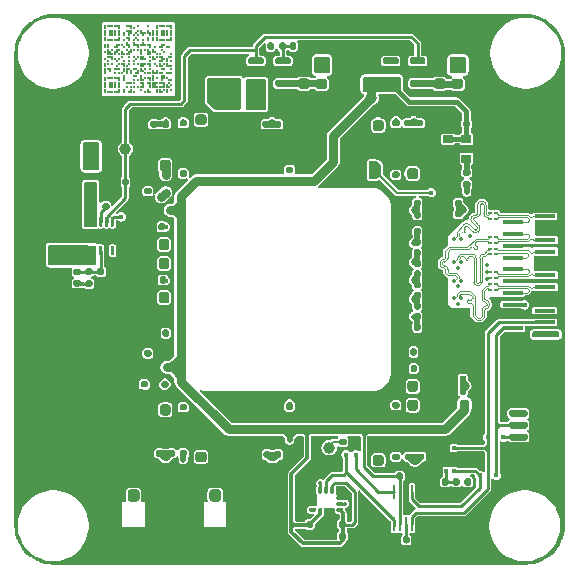
<source format=gbr>
G04 #@! TF.GenerationSoftware,KiCad,Pcbnew,8.0.4*
G04 #@! TF.CreationDate,2025-07-27T15:22:31-07:00*
G04 #@! TF.ProjectId,FourThirdsEye_Small,466f7572-5468-4697-9264-734579655f53,rev?*
G04 #@! TF.SameCoordinates,Original*
G04 #@! TF.FileFunction,Copper,L1,Top*
G04 #@! TF.FilePolarity,Positive*
%FSLAX46Y46*%
G04 Gerber Fmt 4.6, Leading zero omitted, Abs format (unit mm)*
G04 Created by KiCad (PCBNEW 8.0.4) date 2025-07-27 15:22:31*
%MOMM*%
%LPD*%
G01*
G04 APERTURE LIST*
G04 #@! TA.AperFunction,SMDPad,CuDef*
%ADD10R,0.200000X0.200000*%
G04 #@! TD*
G04 #@! TA.AperFunction,SMDPad,CuDef*
%ADD11R,0.300000X0.230000*%
G04 #@! TD*
G04 #@! TA.AperFunction,SMDPad,CuDef*
%ADD12R,0.850000X0.650000*%
G04 #@! TD*
G04 #@! TA.AperFunction,SMDPad,CuDef*
%ADD13C,1.000000*%
G04 #@! TD*
G04 #@! TA.AperFunction,SMDPad,CuDef*
%ADD14R,0.299999X0.449999*%
G04 #@! TD*
G04 #@! TA.AperFunction,SMDPad,CuDef*
%ADD15R,1.800000X0.300000*%
G04 #@! TD*
G04 #@! TA.AperFunction,SMDPad,CuDef*
%ADD16R,0.254000X1.168400*%
G04 #@! TD*
G04 #@! TA.AperFunction,SMDPad,CuDef*
%ADD17R,0.600000X0.600000*%
G04 #@! TD*
G04 #@! TA.AperFunction,SMDPad,CuDef*
%ADD18R,0.400000X0.400000*%
G04 #@! TD*
G04 #@! TA.AperFunction,SMDPad,CuDef*
%ADD19R,2.000000X1.200000*%
G04 #@! TD*
G04 #@! TA.AperFunction,ViaPad*
%ADD20C,0.450000*%
G04 #@! TD*
G04 #@! TA.AperFunction,ViaPad*
%ADD21C,0.350000*%
G04 #@! TD*
G04 #@! TA.AperFunction,Conductor*
%ADD22C,0.250000*%
G04 #@! TD*
G04 #@! TA.AperFunction,Conductor*
%ADD23C,0.400000*%
G04 #@! TD*
G04 #@! TA.AperFunction,Conductor*
%ADD24C,0.100000*%
G04 #@! TD*
G04 #@! TA.AperFunction,Conductor*
%ADD25C,0.800000*%
G04 #@! TD*
G04 #@! TA.AperFunction,Conductor*
%ADD26C,0.500000*%
G04 #@! TD*
G04 #@! TA.AperFunction,Conductor*
%ADD27C,0.300000*%
G04 #@! TD*
G04 #@! TA.AperFunction,Conductor*
%ADD28C,0.600000*%
G04 #@! TD*
G04 #@! TA.AperFunction,Conductor*
%ADD29C,0.200000*%
G04 #@! TD*
G04 APERTURE END LIST*
D10*
G04 #@! TO.P,,0*
G04 #@! TO.N,N/C*
X129400000Y-75200000D03*
X129400000Y-75400000D03*
X129400000Y-75600000D03*
X129400000Y-75800000D03*
X129400000Y-76000000D03*
X129400000Y-76200000D03*
X129400000Y-76400000D03*
X129400000Y-76800000D03*
X129400000Y-77000000D03*
X129400000Y-77400000D03*
X129400000Y-78000000D03*
X129400000Y-78400000D03*
X129400000Y-78600000D03*
X129400000Y-78800000D03*
X129400000Y-79000000D03*
X129400000Y-79200000D03*
X129400000Y-79600000D03*
X129400000Y-79800000D03*
X129400000Y-80000000D03*
X129400000Y-80200000D03*
X129400000Y-80400000D03*
X129400000Y-80600000D03*
X129400000Y-80800000D03*
X129600000Y-75200000D03*
X129600000Y-76400000D03*
X129600000Y-76800000D03*
X129600000Y-77000000D03*
X129600000Y-77200000D03*
X129600000Y-77400000D03*
X129600000Y-77600000D03*
X129600000Y-77800000D03*
X129600000Y-78200000D03*
X129600000Y-78400000D03*
X129600000Y-78800000D03*
X129600000Y-79600000D03*
X129600000Y-80800000D03*
X129800000Y-75200000D03*
X129800000Y-75600000D03*
X129800000Y-75800000D03*
X129800000Y-76000000D03*
X129800000Y-76400000D03*
X129800000Y-77400000D03*
X129800000Y-77600000D03*
X129800000Y-77800000D03*
X129800000Y-78800000D03*
X129800000Y-79000000D03*
X129800000Y-79600000D03*
X129800000Y-80000000D03*
X129800000Y-80200000D03*
X129800000Y-80400000D03*
X129800000Y-80800000D03*
X130000000Y-75200000D03*
X130000000Y-75600000D03*
X130000000Y-75800000D03*
X130000000Y-76000000D03*
X130000000Y-76400000D03*
X130000000Y-77200000D03*
X130000000Y-77600000D03*
X130000000Y-77800000D03*
X130000000Y-78000000D03*
X130000000Y-78400000D03*
X130000000Y-79600000D03*
X130000000Y-80000000D03*
X130000000Y-80200000D03*
X130000000Y-80400000D03*
X130000000Y-80800000D03*
X130200000Y-75200000D03*
X130200000Y-75600000D03*
X130200000Y-75800000D03*
X130200000Y-76000000D03*
X130200000Y-76400000D03*
X130200000Y-77000000D03*
X130200000Y-77400000D03*
X130200000Y-77600000D03*
X130200000Y-78000000D03*
X130200000Y-78800000D03*
X130200000Y-79200000D03*
X130200000Y-79600000D03*
X130200000Y-80000000D03*
X130200000Y-80200000D03*
X130200000Y-80400000D03*
X130200000Y-80800000D03*
X130400000Y-75200000D03*
X130400000Y-76400000D03*
X130400000Y-76800000D03*
X130400000Y-77000000D03*
X130400000Y-77200000D03*
X130400000Y-77400000D03*
X130400000Y-78200000D03*
X130400000Y-78600000D03*
X130400000Y-78800000D03*
X130400000Y-79600000D03*
X130400000Y-80800000D03*
X130600000Y-75200000D03*
X130600000Y-75400000D03*
X130600000Y-75600000D03*
X130600000Y-75800000D03*
X130600000Y-76000000D03*
X130600000Y-76200000D03*
X130600000Y-76400000D03*
X130600000Y-76800000D03*
X130600000Y-77200000D03*
X130600000Y-77600000D03*
X130600000Y-78000000D03*
X130600000Y-78400000D03*
X130600000Y-78800000D03*
X130600000Y-79200000D03*
X130600000Y-79600000D03*
X130600000Y-79800000D03*
X130600000Y-80000000D03*
X130600000Y-80200000D03*
X130600000Y-80400000D03*
X130600000Y-80600000D03*
X130600000Y-80800000D03*
X130800000Y-76800000D03*
X130800000Y-77400000D03*
X130800000Y-77600000D03*
X130800000Y-77800000D03*
X130800000Y-78400000D03*
X130800000Y-79200000D03*
X131000000Y-75800000D03*
X131000000Y-76000000D03*
X131000000Y-76400000D03*
X131000000Y-77000000D03*
X131000000Y-77600000D03*
X131000000Y-78200000D03*
X131000000Y-78400000D03*
X131000000Y-78600000D03*
X131000000Y-78800000D03*
X131000000Y-79000000D03*
X131000000Y-79400000D03*
X131000000Y-79600000D03*
X131000000Y-79800000D03*
X131000000Y-80600000D03*
X131000000Y-80800000D03*
X131200000Y-75200000D03*
X131200000Y-75600000D03*
X131200000Y-76200000D03*
X131200000Y-76600000D03*
X131200000Y-76800000D03*
X131200000Y-77200000D03*
X131200000Y-77600000D03*
X131200000Y-78600000D03*
X131200000Y-78800000D03*
X131200000Y-79000000D03*
X131200000Y-79200000D03*
X131200000Y-80000000D03*
X131200000Y-80400000D03*
X131400000Y-75200000D03*
X131400000Y-75600000D03*
X131400000Y-75800000D03*
X131400000Y-76000000D03*
X131400000Y-76200000D03*
X131400000Y-76400000D03*
X131400000Y-76800000D03*
X131400000Y-77000000D03*
X131400000Y-77400000D03*
X131400000Y-77600000D03*
X131400000Y-77800000D03*
X131400000Y-78200000D03*
X131400000Y-78400000D03*
X131400000Y-78800000D03*
X131400000Y-80000000D03*
X131400000Y-80800000D03*
X131600000Y-75200000D03*
X131600000Y-75400000D03*
X131600000Y-75600000D03*
X131600000Y-75800000D03*
X131600000Y-77200000D03*
X131600000Y-77400000D03*
X131600000Y-79000000D03*
X131600000Y-79200000D03*
X131600000Y-80000000D03*
X131600000Y-80400000D03*
X131600000Y-80600000D03*
X131600000Y-80800000D03*
X131800000Y-75400000D03*
X131800000Y-76000000D03*
X131800000Y-76400000D03*
X131800000Y-76600000D03*
X131800000Y-76800000D03*
X131800000Y-77200000D03*
X131800000Y-77800000D03*
X131800000Y-78200000D03*
X131800000Y-78400000D03*
X131800000Y-78800000D03*
X131800000Y-79400000D03*
X131800000Y-79800000D03*
X131800000Y-80000000D03*
X131800000Y-80400000D03*
X131800000Y-80800000D03*
X132000000Y-75800000D03*
X132000000Y-76200000D03*
X132000000Y-76800000D03*
X132000000Y-78000000D03*
X132000000Y-78800000D03*
X132000000Y-79200000D03*
X132000000Y-79400000D03*
X132200000Y-75200000D03*
X132200000Y-75600000D03*
X132200000Y-76000000D03*
X132200000Y-76400000D03*
X132200000Y-76800000D03*
X132200000Y-77000000D03*
X132200000Y-77200000D03*
X132200000Y-77800000D03*
X132200000Y-78400000D03*
X132200000Y-79000000D03*
X132200000Y-79200000D03*
X132200000Y-79800000D03*
X132200000Y-80400000D03*
X132400000Y-75600000D03*
X132400000Y-75800000D03*
X132400000Y-76800000D03*
X132400000Y-77200000D03*
X132400000Y-77400000D03*
X132400000Y-77600000D03*
X132400000Y-77800000D03*
X132400000Y-78000000D03*
X132400000Y-78400000D03*
X132400000Y-78600000D03*
X132400000Y-78800000D03*
X132400000Y-79000000D03*
X132400000Y-79400000D03*
X132400000Y-79600000D03*
X132400000Y-79800000D03*
X132400000Y-80000000D03*
X132400000Y-80400000D03*
X132400000Y-80600000D03*
X132600000Y-75800000D03*
X132600000Y-76000000D03*
X132600000Y-76400000D03*
X132600000Y-76600000D03*
X132600000Y-76800000D03*
X132600000Y-77800000D03*
X132600000Y-78000000D03*
X132600000Y-78400000D03*
X132600000Y-78600000D03*
X132600000Y-79000000D03*
X132600000Y-79800000D03*
X132600000Y-80000000D03*
X132600000Y-80200000D03*
X132600000Y-80400000D03*
X132800000Y-75800000D03*
X132800000Y-76800000D03*
X132800000Y-77200000D03*
X132800000Y-78000000D03*
X132800000Y-78400000D03*
X132800000Y-78800000D03*
X132800000Y-79200000D03*
X132800000Y-79600000D03*
X132800000Y-80800000D03*
X133000000Y-75200000D03*
X133000000Y-75600000D03*
X133000000Y-75800000D03*
X133000000Y-76200000D03*
X133000000Y-76400000D03*
X133000000Y-76800000D03*
X133000000Y-77200000D03*
X133000000Y-77400000D03*
X133000000Y-77600000D03*
X133000000Y-78400000D03*
X133000000Y-79200000D03*
X133000000Y-79600000D03*
X133000000Y-80000000D03*
X133000000Y-80600000D03*
X133000000Y-80800000D03*
X133200000Y-75800000D03*
X133200000Y-76000000D03*
X133200000Y-76800000D03*
X133200000Y-77000000D03*
X133200000Y-77400000D03*
X133200000Y-77600000D03*
X133200000Y-77800000D03*
X133200000Y-78200000D03*
X133200000Y-78400000D03*
X133200000Y-78600000D03*
X133200000Y-78800000D03*
X133200000Y-79200000D03*
X133200000Y-79600000D03*
X133200000Y-79800000D03*
X133200000Y-80000000D03*
X133200000Y-80200000D03*
X133200000Y-80400000D03*
X133200000Y-80800000D03*
X133400000Y-75600000D03*
X133400000Y-75800000D03*
X133400000Y-76000000D03*
X133400000Y-76200000D03*
X133400000Y-76400000D03*
X133400000Y-77200000D03*
X133400000Y-77400000D03*
X133400000Y-77800000D03*
X133400000Y-78000000D03*
X133400000Y-79000000D03*
X133400000Y-79200000D03*
X133400000Y-79400000D03*
X133400000Y-79600000D03*
X133400000Y-79800000D03*
X133400000Y-80000000D03*
X133400000Y-80200000D03*
X133400000Y-80400000D03*
X133600000Y-77000000D03*
X133600000Y-77400000D03*
X133600000Y-78000000D03*
X133600000Y-78400000D03*
X133600000Y-79200000D03*
X133600000Y-80000000D03*
X133600000Y-80200000D03*
X133600000Y-80400000D03*
X133800000Y-75200000D03*
X133800000Y-75400000D03*
X133800000Y-75600000D03*
X133800000Y-75800000D03*
X133800000Y-76000000D03*
X133800000Y-76200000D03*
X133800000Y-76400000D03*
X133800000Y-77600000D03*
X133800000Y-77800000D03*
X133800000Y-78600000D03*
X133800000Y-79000000D03*
X133800000Y-79200000D03*
X133800000Y-79600000D03*
X133800000Y-80000000D03*
X133800000Y-80400000D03*
X133800000Y-80600000D03*
X133800000Y-80800000D03*
X134000000Y-75200000D03*
X134000000Y-76400000D03*
X134000000Y-77000000D03*
X134000000Y-77600000D03*
X134000000Y-77800000D03*
X134000000Y-78200000D03*
X134000000Y-78400000D03*
X134000000Y-78600000D03*
X134000000Y-79200000D03*
X134000000Y-80000000D03*
X134000000Y-80400000D03*
X134000000Y-80600000D03*
X134000000Y-80800000D03*
X134200000Y-75200000D03*
X134200000Y-75600000D03*
X134200000Y-75800000D03*
X134200000Y-76000000D03*
X134200000Y-76400000D03*
X134200000Y-76800000D03*
X134200000Y-77000000D03*
X134200000Y-77200000D03*
X134200000Y-77800000D03*
X134200000Y-78000000D03*
X134200000Y-78200000D03*
X134200000Y-78600000D03*
X134200000Y-78800000D03*
X134200000Y-79200000D03*
X134200000Y-79400000D03*
X134200000Y-79600000D03*
X134200000Y-79800000D03*
X134200000Y-80000000D03*
X134200000Y-80400000D03*
X134200000Y-80800000D03*
X134400000Y-75200000D03*
X134400000Y-75600000D03*
X134400000Y-75800000D03*
X134400000Y-76000000D03*
X134400000Y-76400000D03*
X134400000Y-76800000D03*
X134400000Y-77400000D03*
X134400000Y-78000000D03*
X134400000Y-78400000D03*
X134400000Y-78800000D03*
X134400000Y-79400000D03*
X134400000Y-79600000D03*
X134400000Y-80000000D03*
X134400000Y-80200000D03*
X134400000Y-80400000D03*
X134400000Y-80600000D03*
X134600000Y-75200000D03*
X134600000Y-75600000D03*
X134600000Y-75800000D03*
X134600000Y-76000000D03*
X134600000Y-76400000D03*
X134600000Y-77000000D03*
X134600000Y-78000000D03*
X134600000Y-78200000D03*
X134600000Y-78400000D03*
X134600000Y-78600000D03*
X134600000Y-79200000D03*
X134600000Y-79600000D03*
X134600000Y-80200000D03*
X134600000Y-80400000D03*
X134600000Y-80600000D03*
X134600000Y-80800000D03*
X134800000Y-75200000D03*
X134800000Y-76400000D03*
X134800000Y-77000000D03*
X134800000Y-77800000D03*
X134800000Y-78600000D03*
X134800000Y-79200000D03*
X134800000Y-79800000D03*
X134800000Y-80000000D03*
X134800000Y-80400000D03*
X135000000Y-75200000D03*
X135000000Y-75400000D03*
X135000000Y-75600000D03*
X135000000Y-75800000D03*
X135000000Y-76000000D03*
X135000000Y-76200000D03*
X135000000Y-76400000D03*
X135000000Y-77600000D03*
X135000000Y-77800000D03*
X135000000Y-78200000D03*
X135000000Y-78600000D03*
X135000000Y-78800000D03*
X135000000Y-79200000D03*
X135000000Y-79800000D03*
X135000000Y-80200000D03*
X135000000Y-80600000D03*
G04 #@! TD*
D11*
G04 #@! TO.P,FL4,4,4*
G04 #@! TO.N,CAM_D2_P*
X162000000Y-96540000D03*
G04 #@! TO.P,FL4,3,3*
G04 #@! TO.N,/CAM1_D2_P*
X162500000Y-96540000D03*
G04 #@! TO.P,FL4,2,2*
G04 #@! TO.N,/CAM1_D2_N*
X162500000Y-96060000D03*
G04 #@! TO.P,FL4,1,1*
G04 #@! TO.N,CAM_D2_N*
X162000000Y-96060000D03*
G04 #@! TD*
G04 #@! TO.P,R10,2*
G04 #@! TO.N,GND*
G04 #@! TA.AperFunction,SMDPad,CuDef*
G36*
G01*
X130360000Y-88215000D02*
X130360000Y-88585000D01*
G75*
G02*
X130225000Y-88720000I-135000J0D01*
G01*
X129955000Y-88720000D01*
G75*
G02*
X129820000Y-88585000I0J135000D01*
G01*
X129820000Y-88215000D01*
G75*
G02*
X129955000Y-88080000I135000J0D01*
G01*
X130225000Y-88080000D01*
G75*
G02*
X130360000Y-88215000I0J-135000D01*
G01*
G37*
G04 #@! TD.AperFunction*
G04 #@! TO.P,R10,1*
G04 #@! TO.N,CAM_EN*
G04 #@! TA.AperFunction,SMDPad,CuDef*
G36*
G01*
X131380000Y-88215000D02*
X131380000Y-88585000D01*
G75*
G02*
X131245000Y-88720000I-135000J0D01*
G01*
X130975000Y-88720000D01*
G75*
G02*
X130840000Y-88585000I0J135000D01*
G01*
X130840000Y-88215000D01*
G75*
G02*
X130975000Y-88080000I135000J0D01*
G01*
X131245000Y-88080000D01*
G75*
G02*
X131380000Y-88215000I0J-135000D01*
G01*
G37*
G04 #@! TD.AperFunction*
G04 #@! TD*
G04 #@! TO.P,R12,2*
G04 #@! TO.N,Net-(U4-FB)*
G04 #@! TA.AperFunction,SMDPad,CuDef*
G36*
G01*
X129185000Y-96260000D02*
X128815000Y-96260000D01*
G75*
G02*
X128680000Y-96125000I0J135000D01*
G01*
X128680000Y-95855000D01*
G75*
G02*
X128815000Y-95720000I135000J0D01*
G01*
X129185000Y-95720000D01*
G75*
G02*
X129320000Y-95855000I0J-135000D01*
G01*
X129320000Y-96125000D01*
G75*
G02*
X129185000Y-96260000I-135000J0D01*
G01*
G37*
G04 #@! TD.AperFunction*
G04 #@! TO.P,R12,1*
G04 #@! TO.N,GND*
G04 #@! TA.AperFunction,SMDPad,CuDef*
G36*
G01*
X129185000Y-97280000D02*
X128815000Y-97280000D01*
G75*
G02*
X128680000Y-97145000I0J135000D01*
G01*
X128680000Y-96875000D01*
G75*
G02*
X128815000Y-96740000I135000J0D01*
G01*
X129185000Y-96740000D01*
G75*
G02*
X129320000Y-96875000I0J-135000D01*
G01*
X129320000Y-97145000D01*
G75*
G02*
X129185000Y-97280000I-135000J0D01*
G01*
G37*
G04 #@! TD.AperFunction*
G04 #@! TD*
D12*
G04 #@! TO.P,U5,4,VDD*
G04 #@! TO.N,+1V8*
X159975000Y-84775000D03*
G04 #@! TO.P,U5,3,Out*
G04 #@! TO.N,Net-(U5-Out)*
X159975000Y-86425000D03*
G04 #@! TO.P,U5,2,GND*
G04 #@! TO.N,GND*
X158425000Y-86425000D03*
G04 #@! TO.P,U5,1,Standby*
G04 #@! TO.N,+1V8*
X158425000Y-84775000D03*
G04 #@! TD*
G04 #@! TO.P,C1,2*
G04 #@! TO.N,GND*
G04 #@! TA.AperFunction,SMDPad,CuDef*
G36*
G01*
X132530000Y-106200000D02*
X132870000Y-106200000D01*
G75*
G02*
X133010000Y-106340000I0J-140000D01*
G01*
X133010000Y-106620000D01*
G75*
G02*
X132870000Y-106760000I-140000J0D01*
G01*
X132530000Y-106760000D01*
G75*
G02*
X132390000Y-106620000I0J140000D01*
G01*
X132390000Y-106340000D01*
G75*
G02*
X132530000Y-106200000I140000J0D01*
G01*
G37*
G04 #@! TD.AperFunction*
G04 #@! TO.P,C1,1*
G04 #@! TO.N,Net-(C1-Pad1)*
G04 #@! TA.AperFunction,SMDPad,CuDef*
G36*
G01*
X132530000Y-105240000D02*
X132870000Y-105240000D01*
G75*
G02*
X133010000Y-105380000I0J-140000D01*
G01*
X133010000Y-105660000D01*
G75*
G02*
X132870000Y-105800000I-140000J0D01*
G01*
X132530000Y-105800000D01*
G75*
G02*
X132390000Y-105660000I0J140000D01*
G01*
X132390000Y-105380000D01*
G75*
G02*
X132530000Y-105240000I140000J0D01*
G01*
G37*
G04 #@! TD.AperFunction*
G04 #@! TD*
G04 #@! TO.P,C70,2*
G04 #@! TO.N,Net-(U6-V+)*
G04 #@! TA.AperFunction,SMDPad,CuDef*
G36*
G01*
X157900000Y-113970000D02*
X157900000Y-113630000D01*
G75*
G02*
X158040000Y-113490000I140000J0D01*
G01*
X158320000Y-113490000D01*
G75*
G02*
X158460000Y-113630000I0J-140000D01*
G01*
X158460000Y-113970000D01*
G75*
G02*
X158320000Y-114110000I-140000J0D01*
G01*
X158040000Y-114110000D01*
G75*
G02*
X157900000Y-113970000I0J140000D01*
G01*
G37*
G04 #@! TD.AperFunction*
G04 #@! TO.P,C70,1*
G04 #@! TO.N,GND*
G04 #@! TA.AperFunction,SMDPad,CuDef*
G36*
G01*
X156940000Y-113970000D02*
X156940000Y-113630000D01*
G75*
G02*
X157080000Y-113490000I140000J0D01*
G01*
X157360000Y-113490000D01*
G75*
G02*
X157500000Y-113630000I0J-140000D01*
G01*
X157500000Y-113970000D01*
G75*
G02*
X157360000Y-114110000I-140000J0D01*
G01*
X157080000Y-114110000D01*
G75*
G02*
X156940000Y-113970000I0J140000D01*
G01*
G37*
G04 #@! TD.AperFunction*
G04 #@! TD*
G04 #@! TO.P,R3,2*
G04 #@! TO.N,Net-(U1-FB)*
G04 #@! TA.AperFunction,SMDPad,CuDef*
G36*
G01*
X144140000Y-77085000D02*
X144140000Y-76715000D01*
G75*
G02*
X144275000Y-76580000I135000J0D01*
G01*
X144545000Y-76580000D01*
G75*
G02*
X144680000Y-76715000I0J-135000D01*
G01*
X144680000Y-77085000D01*
G75*
G02*
X144545000Y-77220000I-135000J0D01*
G01*
X144275000Y-77220000D01*
G75*
G02*
X144140000Y-77085000I0J135000D01*
G01*
G37*
G04 #@! TD.AperFunction*
G04 #@! TO.P,R3,1*
G04 #@! TO.N,+1V2*
G04 #@! TA.AperFunction,SMDPad,CuDef*
G36*
G01*
X143120000Y-77085000D02*
X143120000Y-76715000D01*
G75*
G02*
X143255000Y-76580000I135000J0D01*
G01*
X143525000Y-76580000D01*
G75*
G02*
X143660000Y-76715000I0J-135000D01*
G01*
X143660000Y-77085000D01*
G75*
G02*
X143525000Y-77220000I-135000J0D01*
G01*
X143255000Y-77220000D01*
G75*
G02*
X143120000Y-77085000I0J135000D01*
G01*
G37*
G04 #@! TD.AperFunction*
G04 #@! TD*
G04 #@! TO.P,C36,2*
G04 #@! TO.N,+2V9*
G04 #@! TA.AperFunction,SMDPad,CuDef*
G36*
G01*
X145170000Y-107700000D02*
X144830000Y-107700000D01*
G75*
G02*
X144690000Y-107560000I0J140000D01*
G01*
X144690000Y-107280000D01*
G75*
G02*
X144830000Y-107140000I140000J0D01*
G01*
X145170000Y-107140000D01*
G75*
G02*
X145310000Y-107280000I0J-140000D01*
G01*
X145310000Y-107560000D01*
G75*
G02*
X145170000Y-107700000I-140000J0D01*
G01*
G37*
G04 #@! TD.AperFunction*
G04 #@! TO.P,C36,1*
G04 #@! TO.N,GND*
G04 #@! TA.AperFunction,SMDPad,CuDef*
G36*
G01*
X145170000Y-108660000D02*
X144830000Y-108660000D01*
G75*
G02*
X144690000Y-108520000I0J140000D01*
G01*
X144690000Y-108240000D01*
G75*
G02*
X144830000Y-108100000I140000J0D01*
G01*
X145170000Y-108100000D01*
G75*
G02*
X145310000Y-108240000I0J-140000D01*
G01*
X145310000Y-108520000D01*
G75*
G02*
X145170000Y-108660000I-140000J0D01*
G01*
G37*
G04 #@! TD.AperFunction*
G04 #@! TD*
G04 #@! TO.P,C41,2*
G04 #@! TO.N,GND*
G04 #@! TA.AperFunction,SMDPad,CuDef*
G36*
G01*
X143830000Y-84200000D02*
X144170000Y-84200000D01*
G75*
G02*
X144310000Y-84340000I0J-140000D01*
G01*
X144310000Y-84620000D01*
G75*
G02*
X144170000Y-84760000I-140000J0D01*
G01*
X143830000Y-84760000D01*
G75*
G02*
X143690000Y-84620000I0J140000D01*
G01*
X143690000Y-84340000D01*
G75*
G02*
X143830000Y-84200000I140000J0D01*
G01*
G37*
G04 #@! TD.AperFunction*
G04 #@! TO.P,C41,1*
G04 #@! TO.N,+1V2*
G04 #@! TA.AperFunction,SMDPad,CuDef*
G36*
G01*
X143830000Y-83240000D02*
X144170000Y-83240000D01*
G75*
G02*
X144310000Y-83380000I0J-140000D01*
G01*
X144310000Y-83660000D01*
G75*
G02*
X144170000Y-83800000I-140000J0D01*
G01*
X143830000Y-83800000D01*
G75*
G02*
X143690000Y-83660000I0J140000D01*
G01*
X143690000Y-83380000D01*
G75*
G02*
X143830000Y-83240000I140000J0D01*
G01*
G37*
G04 #@! TD.AperFunction*
G04 #@! TD*
D13*
G04 #@! TO.P,TP5,1,1*
G04 #@! TO.N,GND*
X125100000Y-97200000D03*
G04 #@! TD*
G04 #@! TO.P,J4,2,Ext*
G04 #@! TO.N,GND*
G04 #@! TA.AperFunction,SMDPad,CuDef*
G36*
G01*
X136950000Y-115375000D02*
X137500000Y-115375000D01*
G75*
G02*
X137750000Y-115625000I0J-250000D01*
G01*
X137750000Y-117325000D01*
G75*
G02*
X137500000Y-117575000I-250000J0D01*
G01*
X136950000Y-117575000D01*
G75*
G02*
X136700000Y-117325000I0J250000D01*
G01*
X136700000Y-115625000D01*
G75*
G02*
X136950000Y-115375000I250000J0D01*
G01*
G37*
G04 #@! TD.AperFunction*
G04 #@! TA.AperFunction,SMDPad,CuDef*
G36*
G01*
X139900000Y-115375000D02*
X140450000Y-115375000D01*
G75*
G02*
X140700000Y-115625000I0J-250000D01*
G01*
X140700000Y-117325000D01*
G75*
G02*
X140450000Y-117575000I-250000J0D01*
G01*
X139900000Y-117575000D01*
G75*
G02*
X139650000Y-117325000I0J250000D01*
G01*
X139650000Y-115625000D01*
G75*
G02*
X139900000Y-115375000I250000J0D01*
G01*
G37*
G04 #@! TD.AperFunction*
G04 #@! TO.P,J4,1,In*
G04 #@! TO.N,XHS*
G04 #@! TA.AperFunction,SMDPad,CuDef*
G36*
G01*
X138450000Y-114425000D02*
X138950000Y-114425000D01*
G75*
G02*
X139200000Y-114675000I0J-250000D01*
G01*
X139200000Y-115225000D01*
G75*
G02*
X138950000Y-115475000I-250000J0D01*
G01*
X138450000Y-115475000D01*
G75*
G02*
X138200000Y-115225000I0J250000D01*
G01*
X138200000Y-114675000D01*
G75*
G02*
X138450000Y-114425000I250000J0D01*
G01*
G37*
G04 #@! TD.AperFunction*
G04 #@! TD*
G04 #@! TO.P,C55,2*
G04 #@! TO.N,GND*
G04 #@! TA.AperFunction,SMDPad,CuDef*
G36*
G01*
X156500000Y-94570000D02*
X156500000Y-94230000D01*
G75*
G02*
X156640000Y-94090000I140000J0D01*
G01*
X156920000Y-94090000D01*
G75*
G02*
X157060000Y-94230000I0J-140000D01*
G01*
X157060000Y-94570000D01*
G75*
G02*
X156920000Y-94710000I-140000J0D01*
G01*
X156640000Y-94710000D01*
G75*
G02*
X156500000Y-94570000I0J140000D01*
G01*
G37*
G04 #@! TD.AperFunction*
G04 #@! TO.P,C55,1*
G04 #@! TO.N,+1V2*
G04 #@! TA.AperFunction,SMDPad,CuDef*
G36*
G01*
X155540000Y-94570000D02*
X155540000Y-94230000D01*
G75*
G02*
X155680000Y-94090000I140000J0D01*
G01*
X155960000Y-94090000D01*
G75*
G02*
X156100000Y-94230000I0J-140000D01*
G01*
X156100000Y-94570000D01*
G75*
G02*
X155960000Y-94710000I-140000J0D01*
G01*
X155680000Y-94710000D01*
G75*
G02*
X155540000Y-94570000I0J140000D01*
G01*
G37*
G04 #@! TD.AperFunction*
G04 #@! TD*
G04 #@! TO.P,TP2,1,1*
G04 #@! TO.N,+1V8*
X151900000Y-81300000D03*
G04 #@! TD*
G04 #@! TO.P,U8,14,AP_SDA/AP_SDIO/AP_SDI*
G04 #@! TO.N,SDA_1V8*
G04 #@! TA.AperFunction,SMDPad,CuDef*
G36*
G01*
X147512500Y-114190000D02*
X147687500Y-114190000D01*
G75*
G02*
X147775000Y-114277500I0J-87500D01*
G01*
X147775000Y-114692500D01*
G75*
G02*
X147687500Y-114780000I-87500J0D01*
G01*
X147512500Y-114780000D01*
G75*
G02*
X147425000Y-114692500I0J87500D01*
G01*
X147425000Y-114277500D01*
G75*
G02*
X147512500Y-114190000I87500J0D01*
G01*
G37*
G04 #@! TD.AperFunction*
G04 #@! TO.P,U8,13,AP_SCL/AP_SCLK*
G04 #@! TO.N,SCL_1V8*
G04 #@! TA.AperFunction,SMDPad,CuDef*
G36*
G01*
X148012500Y-114190000D02*
X148187500Y-114190000D01*
G75*
G02*
X148275000Y-114277500I0J-87500D01*
G01*
X148275000Y-114692500D01*
G75*
G02*
X148187500Y-114780000I-87500J0D01*
G01*
X148012500Y-114780000D01*
G75*
G02*
X147925000Y-114692500I0J87500D01*
G01*
X147925000Y-114277500D01*
G75*
G02*
X148012500Y-114190000I87500J0D01*
G01*
G37*
G04 #@! TD.AperFunction*
G04 #@! TO.P,U8,12,AP_CS*
G04 #@! TO.N,+1V8*
G04 #@! TA.AperFunction,SMDPad,CuDef*
G36*
G01*
X148512500Y-114190000D02*
X148687500Y-114190000D01*
G75*
G02*
X148775000Y-114277500I0J-87500D01*
G01*
X148775000Y-114692500D01*
G75*
G02*
X148687500Y-114780000I-87500J0D01*
G01*
X148512500Y-114780000D01*
G75*
G02*
X148425000Y-114692500I0J87500D01*
G01*
X148425000Y-114277500D01*
G75*
G02*
X148512500Y-114190000I87500J0D01*
G01*
G37*
G04 #@! TD.AperFunction*
G04 #@! TO.P,U8,11,RESV_11*
G04 #@! TO.N,GND*
G04 #@! TA.AperFunction,SMDPad,CuDef*
G36*
G01*
X149560000Y-114562500D02*
X149560000Y-114737500D01*
G75*
G02*
X149472500Y-114825000I-87500J0D01*
G01*
X149057500Y-114825000D01*
G75*
G02*
X148970000Y-114737500I0J87500D01*
G01*
X148970000Y-114562500D01*
G75*
G02*
X149057500Y-114475000I87500J0D01*
G01*
X149472500Y-114475000D01*
G75*
G02*
X149560000Y-114562500I0J-87500D01*
G01*
G37*
G04 #@! TD.AperFunction*
G04 #@! TO.P,U8,10,RESV_10*
G04 #@! TA.AperFunction,SMDPad,CuDef*
G36*
G01*
X149560000Y-115062500D02*
X149560000Y-115237500D01*
G75*
G02*
X149472500Y-115325000I-87500J0D01*
G01*
X149057500Y-115325000D01*
G75*
G02*
X148970000Y-115237500I0J87500D01*
G01*
X148970000Y-115062500D01*
G75*
G02*
X149057500Y-114975000I87500J0D01*
G01*
X149472500Y-114975000D01*
G75*
G02*
X149560000Y-115062500I0J-87500D01*
G01*
G37*
G04 #@! TD.AperFunction*
G04 #@! TO.P,U8,9,INT2/FSYNC/CLKIN*
G04 #@! TO.N,XVS*
G04 #@! TA.AperFunction,SMDPad,CuDef*
G36*
G01*
X149560000Y-115562500D02*
X149560000Y-115737500D01*
G75*
G02*
X149472500Y-115825000I-87500J0D01*
G01*
X149057500Y-115825000D01*
G75*
G02*
X148970000Y-115737500I0J87500D01*
G01*
X148970000Y-115562500D01*
G75*
G02*
X149057500Y-115475000I87500J0D01*
G01*
X149472500Y-115475000D01*
G75*
G02*
X149560000Y-115562500I0J-87500D01*
G01*
G37*
G04 #@! TD.AperFunction*
G04 #@! TO.P,U8,8,VDD*
G04 #@! TO.N,+1V8*
G04 #@! TA.AperFunction,SMDPad,CuDef*
G36*
G01*
X149560000Y-116062500D02*
X149560000Y-116237500D01*
G75*
G02*
X149472500Y-116325000I-87500J0D01*
G01*
X149057500Y-116325000D01*
G75*
G02*
X148970000Y-116237500I0J87500D01*
G01*
X148970000Y-116062500D01*
G75*
G02*
X149057500Y-115975000I87500J0D01*
G01*
X149472500Y-115975000D01*
G75*
G02*
X149560000Y-116062500I0J-87500D01*
G01*
G37*
G04 #@! TD.AperFunction*
G04 #@! TO.P,U8,7,RESV_7*
G04 #@! TO.N,GND*
G04 #@! TA.AperFunction,SMDPad,CuDef*
G36*
G01*
X148687500Y-116610000D02*
X148512500Y-116610000D01*
G75*
G02*
X148425000Y-116522500I0J87500D01*
G01*
X148425000Y-116107500D01*
G75*
G02*
X148512500Y-116020000I87500J0D01*
G01*
X148687500Y-116020000D01*
G75*
G02*
X148775000Y-116107500I0J-87500D01*
G01*
X148775000Y-116522500D01*
G75*
G02*
X148687500Y-116610000I-87500J0D01*
G01*
G37*
G04 #@! TD.AperFunction*
G04 #@! TO.P,U8,6,GND*
G04 #@! TA.AperFunction,SMDPad,CuDef*
G36*
G01*
X148187500Y-116610000D02*
X148012500Y-116610000D01*
G75*
G02*
X147925000Y-116522500I0J87500D01*
G01*
X147925000Y-116107500D01*
G75*
G02*
X148012500Y-116020000I87500J0D01*
G01*
X148187500Y-116020000D01*
G75*
G02*
X148275000Y-116107500I0J-87500D01*
G01*
X148275000Y-116522500D01*
G75*
G02*
X148187500Y-116610000I-87500J0D01*
G01*
G37*
G04 #@! TD.AperFunction*
G04 #@! TO.P,U8,5,VDDIO*
G04 #@! TO.N,+1V8*
G04 #@! TA.AperFunction,SMDPad,CuDef*
G36*
G01*
X147687500Y-116610000D02*
X147512500Y-116610000D01*
G75*
G02*
X147425000Y-116522500I0J87500D01*
G01*
X147425000Y-116107500D01*
G75*
G02*
X147512500Y-116020000I87500J0D01*
G01*
X147687500Y-116020000D01*
G75*
G02*
X147775000Y-116107500I0J-87500D01*
G01*
X147775000Y-116522500D01*
G75*
G02*
X147687500Y-116610000I-87500J0D01*
G01*
G37*
G04 #@! TD.AperFunction*
G04 #@! TO.P,U8,4,INT1/INT*
G04 #@! TO.N,unconnected-(U8-INT1{slash}INT-Pad4)*
G04 #@! TA.AperFunction,SMDPad,CuDef*
G36*
G01*
X146640000Y-116237500D02*
X146640000Y-116062500D01*
G75*
G02*
X146727500Y-115975000I87500J0D01*
G01*
X147142500Y-115975000D01*
G75*
G02*
X147230000Y-116062500I0J-87500D01*
G01*
X147230000Y-116237500D01*
G75*
G02*
X147142500Y-116325000I-87500J0D01*
G01*
X146727500Y-116325000D01*
G75*
G02*
X146640000Y-116237500I0J87500D01*
G01*
G37*
G04 #@! TD.AperFunction*
G04 #@! TO.P,U8,3,RESV_3*
G04 #@! TO.N,GND*
G04 #@! TA.AperFunction,SMDPad,CuDef*
G36*
G01*
X146640000Y-115737500D02*
X146640000Y-115562500D01*
G75*
G02*
X146727500Y-115475000I87500J0D01*
G01*
X147142500Y-115475000D01*
G75*
G02*
X147230000Y-115562500I0J-87500D01*
G01*
X147230000Y-115737500D01*
G75*
G02*
X147142500Y-115825000I-87500J0D01*
G01*
X146727500Y-115825000D01*
G75*
G02*
X146640000Y-115737500I0J87500D01*
G01*
G37*
G04 #@! TD.AperFunction*
G04 #@! TO.P,U8,2,RESV_2*
G04 #@! TA.AperFunction,SMDPad,CuDef*
G36*
G01*
X146640000Y-115237500D02*
X146640000Y-115062500D01*
G75*
G02*
X146727500Y-114975000I87500J0D01*
G01*
X147142500Y-114975000D01*
G75*
G02*
X147230000Y-115062500I0J-87500D01*
G01*
X147230000Y-115237500D01*
G75*
G02*
X147142500Y-115325000I-87500J0D01*
G01*
X146727500Y-115325000D01*
G75*
G02*
X146640000Y-115237500I0J87500D01*
G01*
G37*
G04 #@! TD.AperFunction*
G04 #@! TO.P,U8,1,AP_SDO/AP_AD0*
G04 #@! TA.AperFunction,SMDPad,CuDef*
G36*
G01*
X146640000Y-114737500D02*
X146640000Y-114562500D01*
G75*
G02*
X146727500Y-114475000I87500J0D01*
G01*
X147142500Y-114475000D01*
G75*
G02*
X147230000Y-114562500I0J-87500D01*
G01*
X147230000Y-114737500D01*
G75*
G02*
X147142500Y-114825000I-87500J0D01*
G01*
X146727500Y-114825000D01*
G75*
G02*
X146640000Y-114737500I0J87500D01*
G01*
G37*
G04 #@! TD.AperFunction*
G04 #@! TD*
G04 #@! TO.P,C53,2*
G04 #@! TO.N,+1V2*
G04 #@! TA.AperFunction,SMDPad,CuDef*
G36*
G01*
X135830000Y-111100000D02*
X136170000Y-111100000D01*
G75*
G02*
X136310000Y-111240000I0J-140000D01*
G01*
X136310000Y-111520000D01*
G75*
G02*
X136170000Y-111660000I-140000J0D01*
G01*
X135830000Y-111660000D01*
G75*
G02*
X135690000Y-111520000I0J140000D01*
G01*
X135690000Y-111240000D01*
G75*
G02*
X135830000Y-111100000I140000J0D01*
G01*
G37*
G04 #@! TD.AperFunction*
G04 #@! TO.P,C53,1*
G04 #@! TO.N,GND*
G04 #@! TA.AperFunction,SMDPad,CuDef*
G36*
G01*
X135830000Y-110140000D02*
X136170000Y-110140000D01*
G75*
G02*
X136310000Y-110280000I0J-140000D01*
G01*
X136310000Y-110560000D01*
G75*
G02*
X136170000Y-110700000I-140000J0D01*
G01*
X135830000Y-110700000D01*
G75*
G02*
X135690000Y-110560000I0J140000D01*
G01*
X135690000Y-110280000D01*
G75*
G02*
X135830000Y-110140000I140000J0D01*
G01*
G37*
G04 #@! TD.AperFunction*
G04 #@! TD*
G04 #@! TO.P,C32,2*
G04 #@! TO.N,+2V9*
G04 #@! TA.AperFunction,SMDPad,CuDef*
G36*
G01*
X155875000Y-87450000D02*
X155875000Y-87950000D01*
G75*
G02*
X155650000Y-88175000I-225000J0D01*
G01*
X155200000Y-88175000D01*
G75*
G02*
X154975000Y-87950000I0J225000D01*
G01*
X154975000Y-87450000D01*
G75*
G02*
X155200000Y-87225000I225000J0D01*
G01*
X155650000Y-87225000D01*
G75*
G02*
X155875000Y-87450000I0J-225000D01*
G01*
G37*
G04 #@! TD.AperFunction*
G04 #@! TO.P,C32,1*
G04 #@! TO.N,GND*
G04 #@! TA.AperFunction,SMDPad,CuDef*
G36*
G01*
X157425000Y-87450000D02*
X157425000Y-87950000D01*
G75*
G02*
X157200000Y-88175000I-225000J0D01*
G01*
X156750000Y-88175000D01*
G75*
G02*
X156525000Y-87950000I0J225000D01*
G01*
X156525000Y-87450000D01*
G75*
G02*
X156750000Y-87225000I225000J0D01*
G01*
X157200000Y-87225000D01*
G75*
G02*
X157425000Y-87450000I0J-225000D01*
G01*
G37*
G04 #@! TD.AperFunction*
G04 #@! TD*
D14*
G04 #@! TO.P,U6,6,SDA*
G04 #@! TO.N,SDA_3V3*
X158900001Y-112874999D03*
G04 #@! TO.P,U6,5,V+*
G04 #@! TO.N,Net-(U6-V+)*
X158250000Y-112874999D03*
G04 #@! TO.P,U6,4,ADD0*
G04 #@! TO.N,GND*
X157600001Y-112874999D03*
G04 #@! TO.P,U6,3,ALERT*
X157600001Y-110925001D03*
G04 #@! TO.P,U6,2,GND*
X158250000Y-110925001D03*
G04 #@! TO.P,U6,1,SCL*
G04 #@! TO.N,SCL_3V3*
X158900001Y-110925001D03*
G04 #@! TD*
G04 #@! TO.P,C69,2*
G04 #@! TO.N,GND*
G04 #@! TA.AperFunction,SMDPad,CuDef*
G36*
G01*
X126850000Y-93175000D02*
X126350000Y-93175000D01*
G75*
G02*
X126125000Y-92950000I0J225000D01*
G01*
X126125000Y-92500000D01*
G75*
G02*
X126350000Y-92275000I225000J0D01*
G01*
X126850000Y-92275000D01*
G75*
G02*
X127075000Y-92500000I0J-225000D01*
G01*
X127075000Y-92950000D01*
G75*
G02*
X126850000Y-93175000I-225000J0D01*
G01*
G37*
G04 #@! TD.AperFunction*
G04 #@! TO.P,C69,1*
G04 #@! TO.N,+2V9*
G04 #@! TA.AperFunction,SMDPad,CuDef*
G36*
G01*
X126850000Y-94725000D02*
X126350000Y-94725000D01*
G75*
G02*
X126125000Y-94500000I0J225000D01*
G01*
X126125000Y-94050000D01*
G75*
G02*
X126350000Y-93825000I225000J0D01*
G01*
X126850000Y-93825000D01*
G75*
G02*
X127075000Y-94050000I0J-225000D01*
G01*
X127075000Y-94500000D01*
G75*
G02*
X126850000Y-94725000I-225000J0D01*
G01*
G37*
G04 #@! TD.AperFunction*
G04 #@! TD*
G04 #@! TO.P,C37,2*
G04 #@! TO.N,+2V9*
G04 #@! TA.AperFunction,SMDPad,CuDef*
G36*
G01*
X155875000Y-107050000D02*
X155875000Y-107550000D01*
G75*
G02*
X155650000Y-107775000I-225000J0D01*
G01*
X155200000Y-107775000D01*
G75*
G02*
X154975000Y-107550000I0J225000D01*
G01*
X154975000Y-107050000D01*
G75*
G02*
X155200000Y-106825000I225000J0D01*
G01*
X155650000Y-106825000D01*
G75*
G02*
X155875000Y-107050000I0J-225000D01*
G01*
G37*
G04 #@! TD.AperFunction*
G04 #@! TO.P,C37,1*
G04 #@! TO.N,GND*
G04 #@! TA.AperFunction,SMDPad,CuDef*
G36*
G01*
X157425000Y-107050000D02*
X157425000Y-107550000D01*
G75*
G02*
X157200000Y-107775000I-225000J0D01*
G01*
X156750000Y-107775000D01*
G75*
G02*
X156525000Y-107550000I0J225000D01*
G01*
X156525000Y-107050000D01*
G75*
G02*
X156750000Y-106825000I225000J0D01*
G01*
X157200000Y-106825000D01*
G75*
G02*
X157425000Y-107050000I0J-225000D01*
G01*
G37*
G04 #@! TD.AperFunction*
G04 #@! TD*
G04 #@! TO.P,C4,2*
G04 #@! TO.N,GND*
G04 #@! TA.AperFunction,SMDPad,CuDef*
G36*
G01*
X134078787Y-104938371D02*
X133838371Y-105178787D01*
G75*
G02*
X133640381Y-105178787I-98995J98995D01*
G01*
X133442391Y-104980797D01*
G75*
G02*
X133442391Y-104782807I98995J98995D01*
G01*
X133682807Y-104542391D01*
G75*
G02*
X133880797Y-104542391I98995J-98995D01*
G01*
X134078787Y-104740381D01*
G75*
G02*
X134078787Y-104938371I-98995J-98995D01*
G01*
G37*
G04 #@! TD.AperFunction*
G04 #@! TO.P,C4,1*
G04 #@! TO.N,Net-(C4-Pad1)*
G04 #@! TA.AperFunction,SMDPad,CuDef*
G36*
G01*
X134757609Y-105617193D02*
X134517193Y-105857609D01*
G75*
G02*
X134319203Y-105857609I-98995J98995D01*
G01*
X134121213Y-105659619D01*
G75*
G02*
X134121213Y-105461629I98995J98995D01*
G01*
X134361629Y-105221213D01*
G75*
G02*
X134559619Y-105221213I98995J-98995D01*
G01*
X134757609Y-105419203D01*
G75*
G02*
X134757609Y-105617193I-98995J-98995D01*
G01*
G37*
G04 #@! TD.AperFunction*
G04 #@! TD*
G04 #@! TO.P,C18,2*
G04 #@! TO.N,+1V2*
G04 #@! TA.AperFunction,SMDPad,CuDef*
G36*
G01*
X155170000Y-83700000D02*
X154830000Y-83700000D01*
G75*
G02*
X154690000Y-83560000I0J140000D01*
G01*
X154690000Y-83280000D01*
G75*
G02*
X154830000Y-83140000I140000J0D01*
G01*
X155170000Y-83140000D01*
G75*
G02*
X155310000Y-83280000I0J-140000D01*
G01*
X155310000Y-83560000D01*
G75*
G02*
X155170000Y-83700000I-140000J0D01*
G01*
G37*
G04 #@! TD.AperFunction*
G04 #@! TO.P,C18,1*
G04 #@! TO.N,GND*
G04 #@! TA.AperFunction,SMDPad,CuDef*
G36*
G01*
X155170000Y-84660000D02*
X154830000Y-84660000D01*
G75*
G02*
X154690000Y-84520000I0J140000D01*
G01*
X154690000Y-84240000D01*
G75*
G02*
X154830000Y-84100000I140000J0D01*
G01*
X155170000Y-84100000D01*
G75*
G02*
X155310000Y-84240000I0J-140000D01*
G01*
X155310000Y-84520000D01*
G75*
G02*
X155170000Y-84660000I-140000J0D01*
G01*
G37*
G04 #@! TD.AperFunction*
G04 #@! TD*
G04 #@! TO.P,R1,2*
G04 #@! TO.N,GND*
G04 #@! TA.AperFunction,SMDPad,CuDef*
G36*
G01*
X133760000Y-101015000D02*
X133760000Y-101385000D01*
G75*
G02*
X133625000Y-101520000I-135000J0D01*
G01*
X133355000Y-101520000D01*
G75*
G02*
X133220000Y-101385000I0J135000D01*
G01*
X133220000Y-101015000D01*
G75*
G02*
X133355000Y-100880000I135000J0D01*
G01*
X133625000Y-100880000D01*
G75*
G02*
X133760000Y-101015000I0J-135000D01*
G01*
G37*
G04 #@! TD.AperFunction*
G04 #@! TO.P,R1,1*
G04 #@! TO.N,Net-(U2-VEXRES2)*
G04 #@! TA.AperFunction,SMDPad,CuDef*
G36*
G01*
X134780000Y-101015000D02*
X134780000Y-101385000D01*
G75*
G02*
X134645000Y-101520000I-135000J0D01*
G01*
X134375000Y-101520000D01*
G75*
G02*
X134240000Y-101385000I0J135000D01*
G01*
X134240000Y-101015000D01*
G75*
G02*
X134375000Y-100880000I135000J0D01*
G01*
X134645000Y-100880000D01*
G75*
G02*
X134780000Y-101015000I0J-135000D01*
G01*
G37*
G04 #@! TD.AperFunction*
G04 #@! TD*
G04 #@! TO.P,C45,2*
G04 #@! TO.N,+2V9*
G04 #@! TA.AperFunction,SMDPad,CuDef*
G36*
G01*
X133900000Y-92370000D02*
X133900000Y-92030000D01*
G75*
G02*
X134040000Y-91890000I140000J0D01*
G01*
X134320000Y-91890000D01*
G75*
G02*
X134460000Y-92030000I0J-140000D01*
G01*
X134460000Y-92370000D01*
G75*
G02*
X134320000Y-92510000I-140000J0D01*
G01*
X134040000Y-92510000D01*
G75*
G02*
X133900000Y-92370000I0J140000D01*
G01*
G37*
G04 #@! TD.AperFunction*
G04 #@! TO.P,C45,1*
G04 #@! TO.N,GND*
G04 #@! TA.AperFunction,SMDPad,CuDef*
G36*
G01*
X132940000Y-92370000D02*
X132940000Y-92030000D01*
G75*
G02*
X133080000Y-91890000I140000J0D01*
G01*
X133360000Y-91890000D01*
G75*
G02*
X133500000Y-92030000I0J-140000D01*
G01*
X133500000Y-92370000D01*
G75*
G02*
X133360000Y-92510000I-140000J0D01*
G01*
X133080000Y-92510000D01*
G75*
G02*
X132940000Y-92370000I0J140000D01*
G01*
G37*
G04 #@! TD.AperFunction*
G04 #@! TD*
G04 #@! TO.P,C6,2*
G04 #@! TO.N,GND*
G04 #@! TA.AperFunction,SMDPad,CuDef*
G36*
G01*
X133600000Y-96530000D02*
X133600000Y-96870000D01*
G75*
G02*
X133460000Y-97010000I-140000J0D01*
G01*
X133180000Y-97010000D01*
G75*
G02*
X133040000Y-96870000I0J140000D01*
G01*
X133040000Y-96530000D01*
G75*
G02*
X133180000Y-96390000I140000J0D01*
G01*
X133460000Y-96390000D01*
G75*
G02*
X133600000Y-96530000I0J-140000D01*
G01*
G37*
G04 #@! TD.AperFunction*
G04 #@! TO.P,C6,1*
G04 #@! TO.N,Net-(U2-VRLS)*
G04 #@! TA.AperFunction,SMDPad,CuDef*
G36*
G01*
X134560000Y-96530000D02*
X134560000Y-96870000D01*
G75*
G02*
X134420000Y-97010000I-140000J0D01*
G01*
X134140000Y-97010000D01*
G75*
G02*
X134000000Y-96870000I0J140000D01*
G01*
X134000000Y-96530000D01*
G75*
G02*
X134140000Y-96390000I140000J0D01*
G01*
X134420000Y-96390000D01*
G75*
G02*
X134560000Y-96530000I0J-140000D01*
G01*
G37*
G04 #@! TD.AperFunction*
G04 #@! TD*
G04 #@! TO.P,C68,2*
G04 #@! TO.N,+2V9*
G04 #@! TA.AperFunction,SMDPad,CuDef*
G36*
G01*
X126830000Y-96700000D02*
X127170000Y-96700000D01*
G75*
G02*
X127310000Y-96840000I0J-140000D01*
G01*
X127310000Y-97120000D01*
G75*
G02*
X127170000Y-97260000I-140000J0D01*
G01*
X126830000Y-97260000D01*
G75*
G02*
X126690000Y-97120000I0J140000D01*
G01*
X126690000Y-96840000D01*
G75*
G02*
X126830000Y-96700000I140000J0D01*
G01*
G37*
G04 #@! TD.AperFunction*
G04 #@! TO.P,C68,1*
G04 #@! TO.N,Net-(U4-FB)*
G04 #@! TA.AperFunction,SMDPad,CuDef*
G36*
G01*
X126830000Y-95740000D02*
X127170000Y-95740000D01*
G75*
G02*
X127310000Y-95880000I0J-140000D01*
G01*
X127310000Y-96160000D01*
G75*
G02*
X127170000Y-96300000I-140000J0D01*
G01*
X126830000Y-96300000D01*
G75*
G02*
X126690000Y-96160000I0J140000D01*
G01*
X126690000Y-95880000D01*
G75*
G02*
X126830000Y-95740000I140000J0D01*
G01*
G37*
G04 #@! TD.AperFunction*
G04 #@! TD*
G04 #@! TO.P,C17,2*
G04 #@! TO.N,+1V2*
G04 #@! TA.AperFunction,SMDPad,CuDef*
G36*
G01*
X133670000Y-83800000D02*
X133330000Y-83800000D01*
G75*
G02*
X133190000Y-83660000I0J140000D01*
G01*
X133190000Y-83380000D01*
G75*
G02*
X133330000Y-83240000I140000J0D01*
G01*
X133670000Y-83240000D01*
G75*
G02*
X133810000Y-83380000I0J-140000D01*
G01*
X133810000Y-83660000D01*
G75*
G02*
X133670000Y-83800000I-140000J0D01*
G01*
G37*
G04 #@! TD.AperFunction*
G04 #@! TO.P,C17,1*
G04 #@! TO.N,GND*
G04 #@! TA.AperFunction,SMDPad,CuDef*
G36*
G01*
X133670000Y-84760000D02*
X133330000Y-84760000D01*
G75*
G02*
X133190000Y-84620000I0J140000D01*
G01*
X133190000Y-84340000D01*
G75*
G02*
X133330000Y-84200000I140000J0D01*
G01*
X133670000Y-84200000D01*
G75*
G02*
X133810000Y-84340000I0J-140000D01*
G01*
X133810000Y-84620000D01*
G75*
G02*
X133670000Y-84760000I-140000J0D01*
G01*
G37*
G04 #@! TD.AperFunction*
G04 #@! TD*
G04 #@! TO.P,C66,2*
G04 #@! TO.N,+2V9*
G04 #@! TA.AperFunction,SMDPad,CuDef*
G36*
G01*
X154170000Y-107600000D02*
X153830000Y-107600000D01*
G75*
G02*
X153690000Y-107460000I0J140000D01*
G01*
X153690000Y-107180000D01*
G75*
G02*
X153830000Y-107040000I140000J0D01*
G01*
X154170000Y-107040000D01*
G75*
G02*
X154310000Y-107180000I0J-140000D01*
G01*
X154310000Y-107460000D01*
G75*
G02*
X154170000Y-107600000I-140000J0D01*
G01*
G37*
G04 #@! TD.AperFunction*
G04 #@! TO.P,C66,1*
G04 #@! TO.N,GND*
G04 #@! TA.AperFunction,SMDPad,CuDef*
G36*
G01*
X154170000Y-108560000D02*
X153830000Y-108560000D01*
G75*
G02*
X153690000Y-108420000I0J140000D01*
G01*
X153690000Y-108140000D01*
G75*
G02*
X153830000Y-108000000I140000J0D01*
G01*
X154170000Y-108000000D01*
G75*
G02*
X154310000Y-108140000I0J-140000D01*
G01*
X154310000Y-108420000D01*
G75*
G02*
X154170000Y-108560000I-140000J0D01*
G01*
G37*
G04 #@! TD.AperFunction*
G04 #@! TD*
G04 #@! TO.P,C75,2*
G04 #@! TO.N,GND*
G04 #@! TA.AperFunction,SMDPad,CuDef*
G36*
G01*
X147400000Y-117570000D02*
X147400000Y-117230000D01*
G75*
G02*
X147540000Y-117090000I140000J0D01*
G01*
X147820000Y-117090000D01*
G75*
G02*
X147960000Y-117230000I0J-140000D01*
G01*
X147960000Y-117570000D01*
G75*
G02*
X147820000Y-117710000I-140000J0D01*
G01*
X147540000Y-117710000D01*
G75*
G02*
X147400000Y-117570000I0J140000D01*
G01*
G37*
G04 #@! TD.AperFunction*
G04 #@! TO.P,C75,1*
G04 #@! TO.N,+1V8*
G04 #@! TA.AperFunction,SMDPad,CuDef*
G36*
G01*
X146440000Y-117570000D02*
X146440000Y-117230000D01*
G75*
G02*
X146580000Y-117090000I140000J0D01*
G01*
X146860000Y-117090000D01*
G75*
G02*
X147000000Y-117230000I0J-140000D01*
G01*
X147000000Y-117570000D01*
G75*
G02*
X146860000Y-117710000I-140000J0D01*
G01*
X146580000Y-117710000D01*
G75*
G02*
X146440000Y-117570000I0J140000D01*
G01*
G37*
G04 #@! TD.AperFunction*
G04 #@! TD*
G04 #@! TO.P,C43,2*
G04 #@! TO.N,GND*
G04 #@! TA.AperFunction,SMDPad,CuDef*
G36*
G01*
X156500000Y-99970000D02*
X156500000Y-99630000D01*
G75*
G02*
X156640000Y-99490000I140000J0D01*
G01*
X156920000Y-99490000D01*
G75*
G02*
X157060000Y-99630000I0J-140000D01*
G01*
X157060000Y-99970000D01*
G75*
G02*
X156920000Y-100110000I-140000J0D01*
G01*
X156640000Y-100110000D01*
G75*
G02*
X156500000Y-99970000I0J140000D01*
G01*
G37*
G04 #@! TD.AperFunction*
G04 #@! TO.P,C43,1*
G04 #@! TO.N,+1V2*
G04 #@! TA.AperFunction,SMDPad,CuDef*
G36*
G01*
X155540000Y-99970000D02*
X155540000Y-99630000D01*
G75*
G02*
X155680000Y-99490000I140000J0D01*
G01*
X155960000Y-99490000D01*
G75*
G02*
X156100000Y-99630000I0J-140000D01*
G01*
X156100000Y-99970000D01*
G75*
G02*
X155960000Y-100110000I-140000J0D01*
G01*
X155680000Y-100110000D01*
G75*
G02*
X155540000Y-99970000I0J140000D01*
G01*
G37*
G04 #@! TD.AperFunction*
G04 #@! TD*
G04 #@! TO.P,C46,2*
G04 #@! TO.N,GND*
G04 #@! TA.AperFunction,SMDPad,CuDef*
G36*
G01*
X156500000Y-90370000D02*
X156500000Y-90030000D01*
G75*
G02*
X156640000Y-89890000I140000J0D01*
G01*
X156920000Y-89890000D01*
G75*
G02*
X157060000Y-90030000I0J-140000D01*
G01*
X157060000Y-90370000D01*
G75*
G02*
X156920000Y-90510000I-140000J0D01*
G01*
X156640000Y-90510000D01*
G75*
G02*
X156500000Y-90370000I0J140000D01*
G01*
G37*
G04 #@! TD.AperFunction*
G04 #@! TO.P,C46,1*
G04 #@! TO.N,+1V2*
G04 #@! TA.AperFunction,SMDPad,CuDef*
G36*
G01*
X155540000Y-90370000D02*
X155540000Y-90030000D01*
G75*
G02*
X155680000Y-89890000I140000J0D01*
G01*
X155960000Y-89890000D01*
G75*
G02*
X156100000Y-90030000I0J-140000D01*
G01*
X156100000Y-90370000D01*
G75*
G02*
X155960000Y-90510000I-140000J0D01*
G01*
X155680000Y-90510000D01*
G75*
G02*
X155540000Y-90370000I0J140000D01*
G01*
G37*
G04 #@! TD.AperFunction*
G04 #@! TD*
G04 #@! TO.P,C62,2*
G04 #@! TO.N,+1V2*
G04 #@! TA.AperFunction,SMDPad,CuDef*
G36*
G01*
X153830000Y-111400000D02*
X154170000Y-111400000D01*
G75*
G02*
X154310000Y-111540000I0J-140000D01*
G01*
X154310000Y-111820000D01*
G75*
G02*
X154170000Y-111960000I-140000J0D01*
G01*
X153830000Y-111960000D01*
G75*
G02*
X153690000Y-111820000I0J140000D01*
G01*
X153690000Y-111540000D01*
G75*
G02*
X153830000Y-111400000I140000J0D01*
G01*
G37*
G04 #@! TD.AperFunction*
G04 #@! TO.P,C62,1*
G04 #@! TO.N,GND*
G04 #@! TA.AperFunction,SMDPad,CuDef*
G36*
G01*
X153830000Y-110440000D02*
X154170000Y-110440000D01*
G75*
G02*
X154310000Y-110580000I0J-140000D01*
G01*
X154310000Y-110860000D01*
G75*
G02*
X154170000Y-111000000I-140000J0D01*
G01*
X153830000Y-111000000D01*
G75*
G02*
X153690000Y-110860000I0J140000D01*
G01*
X153690000Y-110580000D01*
G75*
G02*
X153830000Y-110440000I140000J0D01*
G01*
G37*
G04 #@! TD.AperFunction*
G04 #@! TD*
G04 #@! TO.P,R5,2*
G04 #@! TO.N,Net-(U5-Out)*
G04 #@! TA.AperFunction,SMDPad,CuDef*
G36*
G01*
X160185000Y-87860000D02*
X159815000Y-87860000D01*
G75*
G02*
X159680000Y-87725000I0J135000D01*
G01*
X159680000Y-87455000D01*
G75*
G02*
X159815000Y-87320000I135000J0D01*
G01*
X160185000Y-87320000D01*
G75*
G02*
X160320000Y-87455000I0J-135000D01*
G01*
X160320000Y-87725000D01*
G75*
G02*
X160185000Y-87860000I-135000J0D01*
G01*
G37*
G04 #@! TD.AperFunction*
G04 #@! TO.P,R5,1*
G04 #@! TO.N,CLOCK*
G04 #@! TA.AperFunction,SMDPad,CuDef*
G36*
G01*
X160185000Y-88880000D02*
X159815000Y-88880000D01*
G75*
G02*
X159680000Y-88745000I0J135000D01*
G01*
X159680000Y-88475000D01*
G75*
G02*
X159815000Y-88340000I135000J0D01*
G01*
X160185000Y-88340000D01*
G75*
G02*
X160320000Y-88475000I0J-135000D01*
G01*
X160320000Y-88745000D01*
G75*
G02*
X160185000Y-88880000I-135000J0D01*
G01*
G37*
G04 #@! TD.AperFunction*
G04 #@! TD*
G04 #@! TO.P,C5,2*
G04 #@! TO.N,GND*
G04 #@! TA.AperFunction,SMDPad,CuDef*
G36*
G01*
X133275000Y-95050000D02*
X133275000Y-95550000D01*
G75*
G02*
X133050000Y-95775000I-225000J0D01*
G01*
X132600000Y-95775000D01*
G75*
G02*
X132375000Y-95550000I0J225000D01*
G01*
X132375000Y-95050000D01*
G75*
G02*
X132600000Y-94825000I225000J0D01*
G01*
X133050000Y-94825000D01*
G75*
G02*
X133275000Y-95050000I0J-225000D01*
G01*
G37*
G04 #@! TD.AperFunction*
G04 #@! TO.P,C5,1*
G04 #@! TO.N,Net-(U2-VRLT_RD)*
G04 #@! TA.AperFunction,SMDPad,CuDef*
G36*
G01*
X134825000Y-95050000D02*
X134825000Y-95550000D01*
G75*
G02*
X134600000Y-95775000I-225000J0D01*
G01*
X134150000Y-95775000D01*
G75*
G02*
X133925000Y-95550000I0J225000D01*
G01*
X133925000Y-95050000D01*
G75*
G02*
X134150000Y-94825000I225000J0D01*
G01*
X134600000Y-94825000D01*
G75*
G02*
X134825000Y-95050000I0J-225000D01*
G01*
G37*
G04 #@! TD.AperFunction*
G04 #@! TD*
G04 #@! TO.P,C24,2*
G04 #@! TO.N,GND*
G04 #@! TA.AperFunction,SMDPad,CuDef*
G36*
G01*
X156500000Y-96370000D02*
X156500000Y-96030000D01*
G75*
G02*
X156640000Y-95890000I140000J0D01*
G01*
X156920000Y-95890000D01*
G75*
G02*
X157060000Y-96030000I0J-140000D01*
G01*
X157060000Y-96370000D01*
G75*
G02*
X156920000Y-96510000I-140000J0D01*
G01*
X156640000Y-96510000D01*
G75*
G02*
X156500000Y-96370000I0J140000D01*
G01*
G37*
G04 #@! TD.AperFunction*
G04 #@! TO.P,C24,1*
G04 #@! TO.N,+1V2*
G04 #@! TA.AperFunction,SMDPad,CuDef*
G36*
G01*
X155540000Y-96370000D02*
X155540000Y-96030000D01*
G75*
G02*
X155680000Y-95890000I140000J0D01*
G01*
X155960000Y-95890000D01*
G75*
G02*
X156100000Y-96030000I0J-140000D01*
G01*
X156100000Y-96370000D01*
G75*
G02*
X155960000Y-96510000I-140000J0D01*
G01*
X155680000Y-96510000D01*
G75*
G02*
X155540000Y-96370000I0J140000D01*
G01*
G37*
G04 #@! TD.AperFunction*
G04 #@! TD*
G04 #@! TO.P,C44,2*
G04 #@! TO.N,+2V9*
G04 #@! TA.AperFunction,SMDPad,CuDef*
G36*
G01*
X133925000Y-93950000D02*
X133925000Y-93450000D01*
G75*
G02*
X134150000Y-93225000I225000J0D01*
G01*
X134600000Y-93225000D01*
G75*
G02*
X134825000Y-93450000I0J-225000D01*
G01*
X134825000Y-93950000D01*
G75*
G02*
X134600000Y-94175000I-225000J0D01*
G01*
X134150000Y-94175000D01*
G75*
G02*
X133925000Y-93950000I0J225000D01*
G01*
G37*
G04 #@! TD.AperFunction*
G04 #@! TO.P,C44,1*
G04 #@! TO.N,GND*
G04 #@! TA.AperFunction,SMDPad,CuDef*
G36*
G01*
X132375000Y-93950000D02*
X132375000Y-93450000D01*
G75*
G02*
X132600000Y-93225000I225000J0D01*
G01*
X133050000Y-93225000D01*
G75*
G02*
X133275000Y-93450000I0J-225000D01*
G01*
X133275000Y-93950000D01*
G75*
G02*
X133050000Y-94175000I-225000J0D01*
G01*
X132600000Y-94175000D01*
G75*
G02*
X132375000Y-93950000I0J225000D01*
G01*
G37*
G04 #@! TD.AperFunction*
G04 #@! TD*
G04 #@! TO.P,C28,2*
G04 #@! TO.N,+2V9*
G04 #@! TA.AperFunction,SMDPad,CuDef*
G36*
G01*
X144830000Y-87100000D02*
X145170000Y-87100000D01*
G75*
G02*
X145310000Y-87240000I0J-140000D01*
G01*
X145310000Y-87520000D01*
G75*
G02*
X145170000Y-87660000I-140000J0D01*
G01*
X144830000Y-87660000D01*
G75*
G02*
X144690000Y-87520000I0J140000D01*
G01*
X144690000Y-87240000D01*
G75*
G02*
X144830000Y-87100000I140000J0D01*
G01*
G37*
G04 #@! TD.AperFunction*
G04 #@! TO.P,C28,1*
G04 #@! TO.N,GND*
G04 #@! TA.AperFunction,SMDPad,CuDef*
G36*
G01*
X144830000Y-86140000D02*
X145170000Y-86140000D01*
G75*
G02*
X145310000Y-86280000I0J-140000D01*
G01*
X145310000Y-86560000D01*
G75*
G02*
X145170000Y-86700000I-140000J0D01*
G01*
X144830000Y-86700000D01*
G75*
G02*
X144690000Y-86560000I0J140000D01*
G01*
X144690000Y-86280000D01*
G75*
G02*
X144830000Y-86140000I140000J0D01*
G01*
G37*
G04 #@! TD.AperFunction*
G04 #@! TD*
G04 #@! TO.P,R4,2*
G04 #@! TO.N,GND*
G04 #@! TA.AperFunction,SMDPad,CuDef*
G36*
G01*
X146040000Y-77085000D02*
X146040000Y-76715000D01*
G75*
G02*
X146175000Y-76580000I135000J0D01*
G01*
X146445000Y-76580000D01*
G75*
G02*
X146580000Y-76715000I0J-135000D01*
G01*
X146580000Y-77085000D01*
G75*
G02*
X146445000Y-77220000I-135000J0D01*
G01*
X146175000Y-77220000D01*
G75*
G02*
X146040000Y-77085000I0J135000D01*
G01*
G37*
G04 #@! TD.AperFunction*
G04 #@! TO.P,R4,1*
G04 #@! TO.N,Net-(U1-FB)*
G04 #@! TA.AperFunction,SMDPad,CuDef*
G36*
G01*
X145020000Y-77085000D02*
X145020000Y-76715000D01*
G75*
G02*
X145155000Y-76580000I135000J0D01*
G01*
X145425000Y-76580000D01*
G75*
G02*
X145560000Y-76715000I0J-135000D01*
G01*
X145560000Y-77085000D01*
G75*
G02*
X145425000Y-77220000I-135000J0D01*
G01*
X145155000Y-77220000D01*
G75*
G02*
X145020000Y-77085000I0J135000D01*
G01*
G37*
G04 #@! TD.AperFunction*
G04 #@! TD*
D13*
G04 #@! TO.P,TP3,1,1*
G04 #@! TO.N,+2V9*
X125100000Y-94600000D03*
G04 #@! TD*
G04 #@! TO.P,U3,5,OUT*
G04 #@! TO.N,+1V8*
G04 #@! TA.AperFunction,SMDPad,CuDef*
G36*
G01*
X154225000Y-79900000D02*
X154225000Y-80200000D01*
G75*
G02*
X154075000Y-80350000I-150000J0D01*
G01*
X153050000Y-80350000D01*
G75*
G02*
X152900000Y-80200000I0J150000D01*
G01*
X152900000Y-79900000D01*
G75*
G02*
X153050000Y-79750000I150000J0D01*
G01*
X154075000Y-79750000D01*
G75*
G02*
X154225000Y-79900000I0J-150000D01*
G01*
G37*
G04 #@! TD.AperFunction*
G04 #@! TO.P,U3,4,NC*
G04 #@! TO.N,unconnected-(U3-NC-Pad4)*
G04 #@! TA.AperFunction,SMDPad,CuDef*
G36*
G01*
X154225000Y-78000000D02*
X154225000Y-78300000D01*
G75*
G02*
X154075000Y-78450000I-150000J0D01*
G01*
X153050000Y-78450000D01*
G75*
G02*
X152900000Y-78300000I0J150000D01*
G01*
X152900000Y-78000000D01*
G75*
G02*
X153050000Y-77850000I150000J0D01*
G01*
X154075000Y-77850000D01*
G75*
G02*
X154225000Y-78000000I0J-150000D01*
G01*
G37*
G04 #@! TD.AperFunction*
G04 #@! TO.P,U3,3,EN*
G04 #@! TO.N,CAM_EN*
G04 #@! TA.AperFunction,SMDPad,CuDef*
G36*
G01*
X156500000Y-78000000D02*
X156500000Y-78300000D01*
G75*
G02*
X156350000Y-78450000I-150000J0D01*
G01*
X155325000Y-78450000D01*
G75*
G02*
X155175000Y-78300000I0J150000D01*
G01*
X155175000Y-78000000D01*
G75*
G02*
X155325000Y-77850000I150000J0D01*
G01*
X156350000Y-77850000D01*
G75*
G02*
X156500000Y-78000000I0J-150000D01*
G01*
G37*
G04 #@! TD.AperFunction*
G04 #@! TO.P,U3,2,GND*
G04 #@! TO.N,GND*
G04 #@! TA.AperFunction,SMDPad,CuDef*
G36*
G01*
X156500000Y-78950000D02*
X156500000Y-79250000D01*
G75*
G02*
X156350000Y-79400000I-150000J0D01*
G01*
X155325000Y-79400000D01*
G75*
G02*
X155175000Y-79250000I0J150000D01*
G01*
X155175000Y-78950000D01*
G75*
G02*
X155325000Y-78800000I150000J0D01*
G01*
X156350000Y-78800000D01*
G75*
G02*
X156500000Y-78950000I0J-150000D01*
G01*
G37*
G04 #@! TD.AperFunction*
G04 #@! TO.P,U3,1,IN*
G04 #@! TO.N,Net-(U3-IN)*
G04 #@! TA.AperFunction,SMDPad,CuDef*
G36*
G01*
X156500000Y-79900000D02*
X156500000Y-80200000D01*
G75*
G02*
X156350000Y-80350000I-150000J0D01*
G01*
X155325000Y-80350000D01*
G75*
G02*
X155175000Y-80200000I0J150000D01*
G01*
X155175000Y-79900000D01*
G75*
G02*
X155325000Y-79750000I150000J0D01*
G01*
X156350000Y-79750000D01*
G75*
G02*
X156500000Y-79900000I0J-150000D01*
G01*
G37*
G04 #@! TD.AperFunction*
G04 #@! TD*
G04 #@! TO.P,C21,2*
G04 #@! TO.N,+1V2*
G04 #@! TA.AperFunction,SMDPad,CuDef*
G36*
G01*
X137750000Y-83575000D02*
X137250000Y-83575000D01*
G75*
G02*
X137025000Y-83350000I0J225000D01*
G01*
X137025000Y-82900000D01*
G75*
G02*
X137250000Y-82675000I225000J0D01*
G01*
X137750000Y-82675000D01*
G75*
G02*
X137975000Y-82900000I0J-225000D01*
G01*
X137975000Y-83350000D01*
G75*
G02*
X137750000Y-83575000I-225000J0D01*
G01*
G37*
G04 #@! TD.AperFunction*
G04 #@! TO.P,C21,1*
G04 #@! TO.N,GND*
G04 #@! TA.AperFunction,SMDPad,CuDef*
G36*
G01*
X137750000Y-85125000D02*
X137250000Y-85125000D01*
G75*
G02*
X137025000Y-84900000I0J225000D01*
G01*
X137025000Y-84450000D01*
G75*
G02*
X137250000Y-84225000I225000J0D01*
G01*
X137750000Y-84225000D01*
G75*
G02*
X137975000Y-84450000I0J-225000D01*
G01*
X137975000Y-84900000D01*
G75*
G02*
X137750000Y-85125000I-225000J0D01*
G01*
G37*
G04 #@! TD.AperFunction*
G04 #@! TD*
G04 #@! TO.P,TP9,1,1*
G04 #@! TO.N,CAM_EN*
X131100000Y-85600000D03*
G04 #@! TD*
D11*
G04 #@! TO.P,FL2,4,4*
G04 #@! TO.N,CAM_D1_P*
X162000000Y-93540000D03*
G04 #@! TO.P,FL2,3,3*
G04 #@! TO.N,/CAM1_D1_P*
X162500000Y-93540000D03*
G04 #@! TO.P,FL2,2,2*
G04 #@! TO.N,/CAM1_D1_N*
X162500000Y-93060000D03*
G04 #@! TO.P,FL2,1,1*
G04 #@! TO.N,CAM_D1_N*
X162000000Y-93060000D03*
G04 #@! TD*
G04 #@! TO.P,C38,2*
G04 #@! TO.N,+1V2*
G04 #@! TA.AperFunction,SMDPad,CuDef*
G36*
G01*
X143170000Y-83800000D02*
X142830000Y-83800000D01*
G75*
G02*
X142690000Y-83660000I0J140000D01*
G01*
X142690000Y-83380000D01*
G75*
G02*
X142830000Y-83240000I140000J0D01*
G01*
X143170000Y-83240000D01*
G75*
G02*
X143310000Y-83380000I0J-140000D01*
G01*
X143310000Y-83660000D01*
G75*
G02*
X143170000Y-83800000I-140000J0D01*
G01*
G37*
G04 #@! TD.AperFunction*
G04 #@! TO.P,C38,1*
G04 #@! TO.N,GND*
G04 #@! TA.AperFunction,SMDPad,CuDef*
G36*
G01*
X143170000Y-84760000D02*
X142830000Y-84760000D01*
G75*
G02*
X142690000Y-84620000I0J140000D01*
G01*
X142690000Y-84340000D01*
G75*
G02*
X142830000Y-84200000I140000J0D01*
G01*
X143170000Y-84200000D01*
G75*
G02*
X143310000Y-84340000I0J-140000D01*
G01*
X143310000Y-84620000D01*
G75*
G02*
X143170000Y-84760000I-140000J0D01*
G01*
G37*
G04 #@! TD.AperFunction*
G04 #@! TD*
G04 #@! TO.P,C61,2*
G04 #@! TO.N,+1V2*
G04 #@! TA.AperFunction,SMDPad,CuDef*
G36*
G01*
X159400000Y-105270000D02*
X159400000Y-104930000D01*
G75*
G02*
X159540000Y-104790000I140000J0D01*
G01*
X159820000Y-104790000D01*
G75*
G02*
X159960000Y-104930000I0J-140000D01*
G01*
X159960000Y-105270000D01*
G75*
G02*
X159820000Y-105410000I-140000J0D01*
G01*
X159540000Y-105410000D01*
G75*
G02*
X159400000Y-105270000I0J140000D01*
G01*
G37*
G04 #@! TD.AperFunction*
G04 #@! TO.P,C61,1*
G04 #@! TO.N,GND*
G04 #@! TA.AperFunction,SMDPad,CuDef*
G36*
G01*
X158440000Y-105270000D02*
X158440000Y-104930000D01*
G75*
G02*
X158580000Y-104790000I140000J0D01*
G01*
X158860000Y-104790000D01*
G75*
G02*
X159000000Y-104930000I0J-140000D01*
G01*
X159000000Y-105270000D01*
G75*
G02*
X158860000Y-105410000I-140000J0D01*
G01*
X158580000Y-105410000D01*
G75*
G02*
X158440000Y-105270000I0J140000D01*
G01*
G37*
G04 #@! TD.AperFunction*
G04 #@! TD*
G04 #@! TO.P,C52,2*
G04 #@! TO.N,+1V2*
G04 #@! TA.AperFunction,SMDPad,CuDef*
G36*
G01*
X159000000Y-90370000D02*
X159000000Y-90030000D01*
G75*
G02*
X159140000Y-89890000I140000J0D01*
G01*
X159420000Y-89890000D01*
G75*
G02*
X159560000Y-90030000I0J-140000D01*
G01*
X159560000Y-90370000D01*
G75*
G02*
X159420000Y-90510000I-140000J0D01*
G01*
X159140000Y-90510000D01*
G75*
G02*
X159000000Y-90370000I0J140000D01*
G01*
G37*
G04 #@! TD.AperFunction*
G04 #@! TO.P,C52,1*
G04 #@! TO.N,GND*
G04 #@! TA.AperFunction,SMDPad,CuDef*
G36*
G01*
X158040000Y-90370000D02*
X158040000Y-90030000D01*
G75*
G02*
X158180000Y-89890000I140000J0D01*
G01*
X158460000Y-89890000D01*
G75*
G02*
X158600000Y-90030000I0J-140000D01*
G01*
X158600000Y-90370000D01*
G75*
G02*
X158460000Y-90510000I-140000J0D01*
G01*
X158180000Y-90510000D01*
G75*
G02*
X158040000Y-90370000I0J140000D01*
G01*
G37*
G04 #@! TD.AperFunction*
G04 #@! TD*
G04 #@! TO.P,C60,2*
G04 #@! TO.N,+1V2*
G04 #@! TA.AperFunction,SMDPad,CuDef*
G36*
G01*
X156100000Y-93330000D02*
X156100000Y-93670000D01*
G75*
G02*
X155960000Y-93810000I-140000J0D01*
G01*
X155680000Y-93810000D01*
G75*
G02*
X155540000Y-93670000I0J140000D01*
G01*
X155540000Y-93330000D01*
G75*
G02*
X155680000Y-93190000I140000J0D01*
G01*
X155960000Y-93190000D01*
G75*
G02*
X156100000Y-93330000I0J-140000D01*
G01*
G37*
G04 #@! TD.AperFunction*
G04 #@! TO.P,C60,1*
G04 #@! TO.N,GND*
G04 #@! TA.AperFunction,SMDPad,CuDef*
G36*
G01*
X157060000Y-93330000D02*
X157060000Y-93670000D01*
G75*
G02*
X156920000Y-93810000I-140000J0D01*
G01*
X156640000Y-93810000D01*
G75*
G02*
X156500000Y-93670000I0J140000D01*
G01*
X156500000Y-93330000D01*
G75*
G02*
X156640000Y-93190000I140000J0D01*
G01*
X156920000Y-93190000D01*
G75*
G02*
X157060000Y-93330000I0J-140000D01*
G01*
G37*
G04 #@! TD.AperFunction*
G04 #@! TD*
G04 #@! TO.P,C49,2*
G04 #@! TO.N,GND*
G04 #@! TA.AperFunction,SMDPad,CuDef*
G36*
G01*
X143270000Y-110800000D02*
X142930000Y-110800000D01*
G75*
G02*
X142790000Y-110660000I0J140000D01*
G01*
X142790000Y-110380000D01*
G75*
G02*
X142930000Y-110240000I140000J0D01*
G01*
X143270000Y-110240000D01*
G75*
G02*
X143410000Y-110380000I0J-140000D01*
G01*
X143410000Y-110660000D01*
G75*
G02*
X143270000Y-110800000I-140000J0D01*
G01*
G37*
G04 #@! TD.AperFunction*
G04 #@! TO.P,C49,1*
G04 #@! TO.N,+1V2*
G04 #@! TA.AperFunction,SMDPad,CuDef*
G36*
G01*
X143270000Y-111760000D02*
X142930000Y-111760000D01*
G75*
G02*
X142790000Y-111620000I0J140000D01*
G01*
X142790000Y-111340000D01*
G75*
G02*
X142930000Y-111200000I140000J0D01*
G01*
X143270000Y-111200000D01*
G75*
G02*
X143410000Y-111340000I0J-140000D01*
G01*
X143410000Y-111620000D01*
G75*
G02*
X143270000Y-111760000I-140000J0D01*
G01*
G37*
G04 #@! TD.AperFunction*
G04 #@! TD*
G04 #@! TO.P,C13,2*
G04 #@! TO.N,GND*
G04 #@! TA.AperFunction,SMDPad,CuDef*
G36*
G01*
X152150000Y-79025000D02*
X151650000Y-79025000D01*
G75*
G02*
X151425000Y-78800000I0J225000D01*
G01*
X151425000Y-78350000D01*
G75*
G02*
X151650000Y-78125000I225000J0D01*
G01*
X152150000Y-78125000D01*
G75*
G02*
X152375000Y-78350000I0J-225000D01*
G01*
X152375000Y-78800000D01*
G75*
G02*
X152150000Y-79025000I-225000J0D01*
G01*
G37*
G04 #@! TD.AperFunction*
G04 #@! TO.P,C13,1*
G04 #@! TO.N,+1V8*
G04 #@! TA.AperFunction,SMDPad,CuDef*
G36*
G01*
X152150000Y-80575000D02*
X151650000Y-80575000D01*
G75*
G02*
X151425000Y-80350000I0J225000D01*
G01*
X151425000Y-79900000D01*
G75*
G02*
X151650000Y-79675000I225000J0D01*
G01*
X152150000Y-79675000D01*
G75*
G02*
X152375000Y-79900000I0J-225000D01*
G01*
X152375000Y-80350000D01*
G75*
G02*
X152150000Y-80575000I-225000J0D01*
G01*
G37*
G04 #@! TD.AperFunction*
G04 #@! TD*
G04 #@! TO.P,J1,MP,Shield*
G04 #@! TO.N,GND*
G04 #@! TA.AperFunction,SMDPad,CuDef*
G36*
G01*
X166250000Y-110700000D02*
X167550000Y-110700000D01*
G75*
G02*
X167800000Y-110950000I0J-250000D01*
G01*
X167800000Y-111650000D01*
G75*
G02*
X167550000Y-111900000I-250000J0D01*
G01*
X166250000Y-111900000D01*
G75*
G02*
X166000000Y-111650000I0J250000D01*
G01*
X166000000Y-110950000D01*
G75*
G02*
X166250000Y-110700000I250000J0D01*
G01*
G37*
G04 #@! TD.AperFunction*
G04 #@! TA.AperFunction,SMDPad,CuDef*
G36*
G01*
X166250000Y-105100000D02*
X167550000Y-105100000D01*
G75*
G02*
X167800000Y-105350000I0J-250000D01*
G01*
X167800000Y-106050000D01*
G75*
G02*
X167550000Y-106300000I-250000J0D01*
G01*
X166250000Y-106300000D01*
G75*
G02*
X166000000Y-106050000I0J250000D01*
G01*
X166000000Y-105350000D01*
G75*
G02*
X166250000Y-105100000I250000J0D01*
G01*
G37*
G04 #@! TD.AperFunction*
G04 #@! TO.P,J1,4,Pin_4*
G04 #@! TO.N,SCL_3V3*
G04 #@! TA.AperFunction,SMDPad,CuDef*
G36*
G01*
X163750000Y-109700000D02*
X165000000Y-109700000D01*
G75*
G02*
X165150000Y-109850000I0J-150000D01*
G01*
X165150000Y-110150000D01*
G75*
G02*
X165000000Y-110300000I-150000J0D01*
G01*
X163750000Y-110300000D01*
G75*
G02*
X163600000Y-110150000I0J150000D01*
G01*
X163600000Y-109850000D01*
G75*
G02*
X163750000Y-109700000I150000J0D01*
G01*
G37*
G04 #@! TD.AperFunction*
G04 #@! TO.P,J1,3,Pin_3*
G04 #@! TO.N,SDA_3V3*
G04 #@! TA.AperFunction,SMDPad,CuDef*
G36*
G01*
X163750000Y-108700000D02*
X165000000Y-108700000D01*
G75*
G02*
X165150000Y-108850000I0J-150000D01*
G01*
X165150000Y-109150000D01*
G75*
G02*
X165000000Y-109300000I-150000J0D01*
G01*
X163750000Y-109300000D01*
G75*
G02*
X163600000Y-109150000I0J150000D01*
G01*
X163600000Y-108850000D01*
G75*
G02*
X163750000Y-108700000I150000J0D01*
G01*
G37*
G04 #@! TD.AperFunction*
G04 #@! TO.P,J1,2,Pin_2*
G04 #@! TO.N,+3V3*
G04 #@! TA.AperFunction,SMDPad,CuDef*
G36*
G01*
X163750000Y-107700000D02*
X165000000Y-107700000D01*
G75*
G02*
X165150000Y-107850000I0J-150000D01*
G01*
X165150000Y-108150000D01*
G75*
G02*
X165000000Y-108300000I-150000J0D01*
G01*
X163750000Y-108300000D01*
G75*
G02*
X163600000Y-108150000I0J150000D01*
G01*
X163600000Y-107850000D01*
G75*
G02*
X163750000Y-107700000I150000J0D01*
G01*
G37*
G04 #@! TD.AperFunction*
G04 #@! TO.P,J1,1,Pin_1*
G04 #@! TO.N,GND*
G04 #@! TA.AperFunction,SMDPad,CuDef*
G36*
G01*
X163750000Y-106700000D02*
X165000000Y-106700000D01*
G75*
G02*
X165150000Y-106850000I0J-150000D01*
G01*
X165150000Y-107150000D01*
G75*
G02*
X165000000Y-107300000I-150000J0D01*
G01*
X163750000Y-107300000D01*
G75*
G02*
X163600000Y-107150000I0J150000D01*
G01*
X163600000Y-106850000D01*
G75*
G02*
X163750000Y-106700000I150000J0D01*
G01*
G37*
G04 #@! TD.AperFunction*
G04 #@! TD*
G04 #@! TO.P,C31,2*
G04 #@! TO.N,GND*
G04 #@! TA.AperFunction,SMDPad,CuDef*
G36*
G01*
X135170000Y-110700000D02*
X134830000Y-110700000D01*
G75*
G02*
X134690000Y-110560000I0J140000D01*
G01*
X134690000Y-110280000D01*
G75*
G02*
X134830000Y-110140000I140000J0D01*
G01*
X135170000Y-110140000D01*
G75*
G02*
X135310000Y-110280000I0J-140000D01*
G01*
X135310000Y-110560000D01*
G75*
G02*
X135170000Y-110700000I-140000J0D01*
G01*
G37*
G04 #@! TD.AperFunction*
G04 #@! TO.P,C31,1*
G04 #@! TO.N,+1V2*
G04 #@! TA.AperFunction,SMDPad,CuDef*
G36*
G01*
X135170000Y-111660000D02*
X134830000Y-111660000D01*
G75*
G02*
X134690000Y-111520000I0J140000D01*
G01*
X134690000Y-111240000D01*
G75*
G02*
X134830000Y-111100000I140000J0D01*
G01*
X135170000Y-111100000D01*
G75*
G02*
X135310000Y-111240000I0J-140000D01*
G01*
X135310000Y-111520000D01*
G75*
G02*
X135170000Y-111660000I-140000J0D01*
G01*
G37*
G04 #@! TD.AperFunction*
G04 #@! TD*
G04 #@! TO.P,C7,2*
G04 #@! TO.N,GND*
G04 #@! TA.AperFunction,SMDPad,CuDef*
G36*
G01*
X133275000Y-97950000D02*
X133275000Y-98450000D01*
G75*
G02*
X133050000Y-98675000I-225000J0D01*
G01*
X132600000Y-98675000D01*
G75*
G02*
X132375000Y-98450000I0J225000D01*
G01*
X132375000Y-97950000D01*
G75*
G02*
X132600000Y-97725000I225000J0D01*
G01*
X133050000Y-97725000D01*
G75*
G02*
X133275000Y-97950000I0J-225000D01*
G01*
G37*
G04 #@! TD.AperFunction*
G04 #@! TO.P,C7,1*
G04 #@! TO.N,Net-(U2-VRLT)*
G04 #@! TA.AperFunction,SMDPad,CuDef*
G36*
G01*
X134825000Y-97950000D02*
X134825000Y-98450000D01*
G75*
G02*
X134600000Y-98675000I-225000J0D01*
G01*
X134150000Y-98675000D01*
G75*
G02*
X133925000Y-98450000I0J225000D01*
G01*
X133925000Y-97950000D01*
G75*
G02*
X134150000Y-97725000I225000J0D01*
G01*
X134600000Y-97725000D01*
G75*
G02*
X134825000Y-97950000I0J-225000D01*
G01*
G37*
G04 #@! TD.AperFunction*
G04 #@! TD*
G04 #@! TO.P,L1,2,2*
G04 #@! TO.N,+1V2*
G04 #@! TA.AperFunction,SMDPad,CuDef*
G36*
G01*
X140675000Y-81318750D02*
X140675000Y-82081250D01*
G75*
G02*
X140456250Y-82300000I-218750J0D01*
G01*
X140018750Y-82300000D01*
G75*
G02*
X139800000Y-82081250I0J218750D01*
G01*
X139800000Y-81318750D01*
G75*
G02*
X140018750Y-81100000I218750J0D01*
G01*
X140456250Y-81100000D01*
G75*
G02*
X140675000Y-81318750I0J-218750D01*
G01*
G37*
G04 #@! TD.AperFunction*
G04 #@! TO.P,L1,1,1*
G04 #@! TO.N,Net-(U1-SW)*
G04 #@! TA.AperFunction,SMDPad,CuDef*
G36*
G01*
X142800000Y-81318750D02*
X142800000Y-82081250D01*
G75*
G02*
X142581250Y-82300000I-218750J0D01*
G01*
X142143750Y-82300000D01*
G75*
G02*
X141925000Y-82081250I0J218750D01*
G01*
X141925000Y-81318750D01*
G75*
G02*
X142143750Y-81100000I218750J0D01*
G01*
X142581250Y-81100000D01*
G75*
G02*
X142800000Y-81318750I0J-218750D01*
G01*
G37*
G04 #@! TD.AperFunction*
G04 #@! TD*
G04 #@! TO.P,C42,2*
G04 #@! TO.N,+1V2*
G04 #@! TA.AperFunction,SMDPad,CuDef*
G36*
G01*
X156100000Y-91030000D02*
X156100000Y-91370000D01*
G75*
G02*
X155960000Y-91510000I-140000J0D01*
G01*
X155680000Y-91510000D01*
G75*
G02*
X155540000Y-91370000I0J140000D01*
G01*
X155540000Y-91030000D01*
G75*
G02*
X155680000Y-90890000I140000J0D01*
G01*
X155960000Y-90890000D01*
G75*
G02*
X156100000Y-91030000I0J-140000D01*
G01*
G37*
G04 #@! TD.AperFunction*
G04 #@! TO.P,C42,1*
G04 #@! TO.N,GND*
G04 #@! TA.AperFunction,SMDPad,CuDef*
G36*
G01*
X157060000Y-91030000D02*
X157060000Y-91370000D01*
G75*
G02*
X156920000Y-91510000I-140000J0D01*
G01*
X156640000Y-91510000D01*
G75*
G02*
X156500000Y-91370000I0J140000D01*
G01*
X156500000Y-91030000D01*
G75*
G02*
X156640000Y-90890000I140000J0D01*
G01*
X156920000Y-90890000D01*
G75*
G02*
X157060000Y-91030000I0J-140000D01*
G01*
G37*
G04 #@! TD.AperFunction*
G04 #@! TD*
G04 #@! TO.P,FB3,2*
G04 #@! TO.N,+3V3*
G04 #@! TA.AperFunction,SMDPad,CuDef*
G36*
G01*
X147956250Y-78950000D02*
X147443750Y-78950000D01*
G75*
G02*
X147225000Y-78731250I0J218750D01*
G01*
X147225000Y-78293750D01*
G75*
G02*
X147443750Y-78075000I218750J0D01*
G01*
X147956250Y-78075000D01*
G75*
G02*
X148175000Y-78293750I0J-218750D01*
G01*
X148175000Y-78731250D01*
G75*
G02*
X147956250Y-78950000I-218750J0D01*
G01*
G37*
G04 #@! TD.AperFunction*
G04 #@! TO.P,FB3,1*
G04 #@! TO.N,Net-(U1-VIN)*
G04 #@! TA.AperFunction,SMDPad,CuDef*
G36*
G01*
X147956250Y-80525000D02*
X147443750Y-80525000D01*
G75*
G02*
X147225000Y-80306250I0J218750D01*
G01*
X147225000Y-79868750D01*
G75*
G02*
X147443750Y-79650000I218750J0D01*
G01*
X147956250Y-79650000D01*
G75*
G02*
X148175000Y-79868750I0J-218750D01*
G01*
X148175000Y-80306250D01*
G75*
G02*
X147956250Y-80525000I-218750J0D01*
G01*
G37*
G04 #@! TD.AperFunction*
G04 #@! TD*
G04 #@! TO.P,C35,2*
G04 #@! TO.N,+1V2*
G04 #@! TA.AperFunction,SMDPad,CuDef*
G36*
G01*
X152750000Y-84075000D02*
X152250000Y-84075000D01*
G75*
G02*
X152025000Y-83850000I0J225000D01*
G01*
X152025000Y-83400000D01*
G75*
G02*
X152250000Y-83175000I225000J0D01*
G01*
X152750000Y-83175000D01*
G75*
G02*
X152975000Y-83400000I0J-225000D01*
G01*
X152975000Y-83850000D01*
G75*
G02*
X152750000Y-84075000I-225000J0D01*
G01*
G37*
G04 #@! TD.AperFunction*
G04 #@! TO.P,C35,1*
G04 #@! TO.N,GND*
G04 #@! TA.AperFunction,SMDPad,CuDef*
G36*
G01*
X152750000Y-85625000D02*
X152250000Y-85625000D01*
G75*
G02*
X152025000Y-85400000I0J225000D01*
G01*
X152025000Y-84950000D01*
G75*
G02*
X152250000Y-84725000I225000J0D01*
G01*
X152750000Y-84725000D01*
G75*
G02*
X152975000Y-84950000I0J-225000D01*
G01*
X152975000Y-85400000D01*
G75*
G02*
X152750000Y-85625000I-225000J0D01*
G01*
G37*
G04 #@! TD.AperFunction*
G04 #@! TD*
G04 #@! TO.P,FB2,2*
G04 #@! TO.N,Net-(U6-V+)*
G04 #@! TA.AperFunction,SMDPad,CuDef*
G36*
G01*
X159410000Y-113627500D02*
X159410000Y-113972500D01*
G75*
G02*
X159262500Y-114120000I-147500J0D01*
G01*
X158967500Y-114120000D01*
G75*
G02*
X158820000Y-113972500I0J147500D01*
G01*
X158820000Y-113627500D01*
G75*
G02*
X158967500Y-113480000I147500J0D01*
G01*
X159262500Y-113480000D01*
G75*
G02*
X159410000Y-113627500I0J-147500D01*
G01*
G37*
G04 #@! TD.AperFunction*
G04 #@! TO.P,FB2,1*
G04 #@! TO.N,+3V3*
G04 #@! TA.AperFunction,SMDPad,CuDef*
G36*
G01*
X160380000Y-113627500D02*
X160380000Y-113972500D01*
G75*
G02*
X160232500Y-114120000I-147500J0D01*
G01*
X159937500Y-114120000D01*
G75*
G02*
X159790000Y-113972500I0J147500D01*
G01*
X159790000Y-113627500D01*
G75*
G02*
X159937500Y-113480000I147500J0D01*
G01*
X160232500Y-113480000D01*
G75*
G02*
X160380000Y-113627500I0J-147500D01*
G01*
G37*
G04 #@! TD.AperFunction*
G04 #@! TD*
G04 #@! TO.P,C50,2*
G04 #@! TO.N,+1V2*
G04 #@! TA.AperFunction,SMDPad,CuDef*
G36*
G01*
X136170000Y-83700000D02*
X135830000Y-83700000D01*
G75*
G02*
X135690000Y-83560000I0J140000D01*
G01*
X135690000Y-83280000D01*
G75*
G02*
X135830000Y-83140000I140000J0D01*
G01*
X136170000Y-83140000D01*
G75*
G02*
X136310000Y-83280000I0J-140000D01*
G01*
X136310000Y-83560000D01*
G75*
G02*
X136170000Y-83700000I-140000J0D01*
G01*
G37*
G04 #@! TD.AperFunction*
G04 #@! TO.P,C50,1*
G04 #@! TO.N,GND*
G04 #@! TA.AperFunction,SMDPad,CuDef*
G36*
G01*
X136170000Y-84660000D02*
X135830000Y-84660000D01*
G75*
G02*
X135690000Y-84520000I0J140000D01*
G01*
X135690000Y-84240000D01*
G75*
G02*
X135830000Y-84100000I140000J0D01*
G01*
X136170000Y-84100000D01*
G75*
G02*
X136310000Y-84240000I0J-140000D01*
G01*
X136310000Y-84520000D01*
G75*
G02*
X136170000Y-84660000I-140000J0D01*
G01*
G37*
G04 #@! TD.AperFunction*
G04 #@! TD*
G04 #@! TO.P,C47,2*
G04 #@! TO.N,+1V2*
G04 #@! TA.AperFunction,SMDPad,CuDef*
G36*
G01*
X143830000Y-111200000D02*
X144170000Y-111200000D01*
G75*
G02*
X144310000Y-111340000I0J-140000D01*
G01*
X144310000Y-111620000D01*
G75*
G02*
X144170000Y-111760000I-140000J0D01*
G01*
X143830000Y-111760000D01*
G75*
G02*
X143690000Y-111620000I0J140000D01*
G01*
X143690000Y-111340000D01*
G75*
G02*
X143830000Y-111200000I140000J0D01*
G01*
G37*
G04 #@! TD.AperFunction*
G04 #@! TO.P,C47,1*
G04 #@! TO.N,GND*
G04 #@! TA.AperFunction,SMDPad,CuDef*
G36*
G01*
X143830000Y-110240000D02*
X144170000Y-110240000D01*
G75*
G02*
X144310000Y-110380000I0J-140000D01*
G01*
X144310000Y-110660000D01*
G75*
G02*
X144170000Y-110800000I-140000J0D01*
G01*
X143830000Y-110800000D01*
G75*
G02*
X143690000Y-110660000I0J140000D01*
G01*
X143690000Y-110380000D01*
G75*
G02*
X143830000Y-110240000I140000J0D01*
G01*
G37*
G04 #@! TD.AperFunction*
G04 #@! TD*
G04 #@! TO.P,C2,2*
G04 #@! TO.N,GND*
G04 #@! TA.AperFunction,SMDPad,CuDef*
G36*
G01*
X156200000Y-104370000D02*
X156200000Y-104030000D01*
G75*
G02*
X156340000Y-103890000I140000J0D01*
G01*
X156620000Y-103890000D01*
G75*
G02*
X156760000Y-104030000I0J-140000D01*
G01*
X156760000Y-104370000D01*
G75*
G02*
X156620000Y-104510000I-140000J0D01*
G01*
X156340000Y-104510000D01*
G75*
G02*
X156200000Y-104370000I0J140000D01*
G01*
G37*
G04 #@! TD.AperFunction*
G04 #@! TO.P,C2,1*
G04 #@! TO.N,Net-(U2-VBGR1)*
G04 #@! TA.AperFunction,SMDPad,CuDef*
G36*
G01*
X155240000Y-104370000D02*
X155240000Y-104030000D01*
G75*
G02*
X155380000Y-103890000I140000J0D01*
G01*
X155660000Y-103890000D01*
G75*
G02*
X155800000Y-104030000I0J-140000D01*
G01*
X155800000Y-104370000D01*
G75*
G02*
X155660000Y-104510000I-140000J0D01*
G01*
X155380000Y-104510000D01*
G75*
G02*
X155240000Y-104370000I0J140000D01*
G01*
G37*
G04 #@! TD.AperFunction*
G04 #@! TD*
G04 #@! TO.P,C10,2*
G04 #@! TO.N,Net-(U3-IN)*
G04 #@! TA.AperFunction,SMDPad,CuDef*
G36*
G01*
X157450000Y-79625000D02*
X157950000Y-79625000D01*
G75*
G02*
X158175000Y-79850000I0J-225000D01*
G01*
X158175000Y-80300000D01*
G75*
G02*
X157950000Y-80525000I-225000J0D01*
G01*
X157450000Y-80525000D01*
G75*
G02*
X157225000Y-80300000I0J225000D01*
G01*
X157225000Y-79850000D01*
G75*
G02*
X157450000Y-79625000I225000J0D01*
G01*
G37*
G04 #@! TD.AperFunction*
G04 #@! TO.P,C10,1*
G04 #@! TO.N,GND*
G04 #@! TA.AperFunction,SMDPad,CuDef*
G36*
G01*
X157450000Y-78075000D02*
X157950000Y-78075000D01*
G75*
G02*
X158175000Y-78300000I0J-225000D01*
G01*
X158175000Y-78750000D01*
G75*
G02*
X157950000Y-78975000I-225000J0D01*
G01*
X157450000Y-78975000D01*
G75*
G02*
X157225000Y-78750000I0J225000D01*
G01*
X157225000Y-78300000D01*
G75*
G02*
X157450000Y-78075000I225000J0D01*
G01*
G37*
G04 #@! TD.AperFunction*
G04 #@! TD*
G04 #@! TO.P,C74,2*
G04 #@! TO.N,GND*
G04 #@! TA.AperFunction,SMDPad,CuDef*
G36*
G01*
X148800000Y-117230000D02*
X148800000Y-117570000D01*
G75*
G02*
X148660000Y-117710000I-140000J0D01*
G01*
X148380000Y-117710000D01*
G75*
G02*
X148240000Y-117570000I0J140000D01*
G01*
X148240000Y-117230000D01*
G75*
G02*
X148380000Y-117090000I140000J0D01*
G01*
X148660000Y-117090000D01*
G75*
G02*
X148800000Y-117230000I0J-140000D01*
G01*
G37*
G04 #@! TD.AperFunction*
G04 #@! TO.P,C74,1*
G04 #@! TO.N,+1V8*
G04 #@! TA.AperFunction,SMDPad,CuDef*
G36*
G01*
X149760000Y-117230000D02*
X149760000Y-117570000D01*
G75*
G02*
X149620000Y-117710000I-140000J0D01*
G01*
X149340000Y-117710000D01*
G75*
G02*
X149200000Y-117570000I0J140000D01*
G01*
X149200000Y-117230000D01*
G75*
G02*
X149340000Y-117090000I140000J0D01*
G01*
X149620000Y-117090000D01*
G75*
G02*
X149760000Y-117230000I0J-140000D01*
G01*
G37*
G04 #@! TD.AperFunction*
G04 #@! TD*
G04 #@! TO.P,C22,2*
G04 #@! TO.N,GND*
G04 #@! TA.AperFunction,SMDPad,CuDef*
G36*
G01*
X134330000Y-84200000D02*
X134670000Y-84200000D01*
G75*
G02*
X134810000Y-84340000I0J-140000D01*
G01*
X134810000Y-84620000D01*
G75*
G02*
X134670000Y-84760000I-140000J0D01*
G01*
X134330000Y-84760000D01*
G75*
G02*
X134190000Y-84620000I0J140000D01*
G01*
X134190000Y-84340000D01*
G75*
G02*
X134330000Y-84200000I140000J0D01*
G01*
G37*
G04 #@! TD.AperFunction*
G04 #@! TO.P,C22,1*
G04 #@! TO.N,+1V2*
G04 #@! TA.AperFunction,SMDPad,CuDef*
G36*
G01*
X134330000Y-83240000D02*
X134670000Y-83240000D01*
G75*
G02*
X134810000Y-83380000I0J-140000D01*
G01*
X134810000Y-83660000D01*
G75*
G02*
X134670000Y-83800000I-140000J0D01*
G01*
X134330000Y-83800000D01*
G75*
G02*
X134190000Y-83660000I0J140000D01*
G01*
X134190000Y-83380000D01*
G75*
G02*
X134330000Y-83240000I140000J0D01*
G01*
G37*
G04 #@! TD.AperFunction*
G04 #@! TD*
G04 #@! TO.P,R11,2*
G04 #@! TO.N,+2V9*
G04 #@! TA.AperFunction,SMDPad,CuDef*
G36*
G01*
X127815000Y-96740000D02*
X128185000Y-96740000D01*
G75*
G02*
X128320000Y-96875000I0J-135000D01*
G01*
X128320000Y-97145000D01*
G75*
G02*
X128185000Y-97280000I-135000J0D01*
G01*
X127815000Y-97280000D01*
G75*
G02*
X127680000Y-97145000I0J135000D01*
G01*
X127680000Y-96875000D01*
G75*
G02*
X127815000Y-96740000I135000J0D01*
G01*
G37*
G04 #@! TD.AperFunction*
G04 #@! TO.P,R11,1*
G04 #@! TO.N,Net-(U4-FB)*
G04 #@! TA.AperFunction,SMDPad,CuDef*
G36*
G01*
X127815000Y-95720000D02*
X128185000Y-95720000D01*
G75*
G02*
X128320000Y-95855000I0J-135000D01*
G01*
X128320000Y-96125000D01*
G75*
G02*
X128185000Y-96260000I-135000J0D01*
G01*
X127815000Y-96260000D01*
G75*
G02*
X127680000Y-96125000I0J135000D01*
G01*
X127680000Y-95855000D01*
G75*
G02*
X127815000Y-95720000I135000J0D01*
G01*
G37*
G04 #@! TD.AperFunction*
G04 #@! TD*
D13*
G04 #@! TO.P,TP7,1,1*
G04 #@! TO.N,GND*
X125300000Y-85600000D03*
G04 #@! TD*
G04 #@! TO.P,C54,2*
G04 #@! TO.N,+1V8*
G04 #@! TA.AperFunction,SMDPad,CuDef*
G36*
G01*
X159400000Y-107370000D02*
X159400000Y-107030000D01*
G75*
G02*
X159540000Y-106890000I140000J0D01*
G01*
X159820000Y-106890000D01*
G75*
G02*
X159960000Y-107030000I0J-140000D01*
G01*
X159960000Y-107370000D01*
G75*
G02*
X159820000Y-107510000I-140000J0D01*
G01*
X159540000Y-107510000D01*
G75*
G02*
X159400000Y-107370000I0J140000D01*
G01*
G37*
G04 #@! TD.AperFunction*
G04 #@! TO.P,C54,1*
G04 #@! TO.N,GND*
G04 #@! TA.AperFunction,SMDPad,CuDef*
G36*
G01*
X158440000Y-107370000D02*
X158440000Y-107030000D01*
G75*
G02*
X158580000Y-106890000I140000J0D01*
G01*
X158860000Y-106890000D01*
G75*
G02*
X159000000Y-107030000I0J-140000D01*
G01*
X159000000Y-107370000D01*
G75*
G02*
X158860000Y-107510000I-140000J0D01*
G01*
X158580000Y-107510000D01*
G75*
G02*
X158440000Y-107370000I0J140000D01*
G01*
G37*
G04 #@! TD.AperFunction*
G04 #@! TD*
G04 #@! TO.P,C25,2*
G04 #@! TO.N,+2V9*
G04 #@! TA.AperFunction,SMDPad,CuDef*
G36*
G01*
X134025000Y-107950000D02*
X134025000Y-107450000D01*
G75*
G02*
X134250000Y-107225000I225000J0D01*
G01*
X134700000Y-107225000D01*
G75*
G02*
X134925000Y-107450000I0J-225000D01*
G01*
X134925000Y-107950000D01*
G75*
G02*
X134700000Y-108175000I-225000J0D01*
G01*
X134250000Y-108175000D01*
G75*
G02*
X134025000Y-107950000I0J225000D01*
G01*
G37*
G04 #@! TD.AperFunction*
G04 #@! TO.P,C25,1*
G04 #@! TO.N,GND*
G04 #@! TA.AperFunction,SMDPad,CuDef*
G36*
G01*
X132475000Y-107950000D02*
X132475000Y-107450000D01*
G75*
G02*
X132700000Y-107225000I225000J0D01*
G01*
X133150000Y-107225000D01*
G75*
G02*
X133375000Y-107450000I0J-225000D01*
G01*
X133375000Y-107950000D01*
G75*
G02*
X133150000Y-108175000I-225000J0D01*
G01*
X132700000Y-108175000D01*
G75*
G02*
X132475000Y-107950000I0J225000D01*
G01*
G37*
G04 #@! TD.AperFunction*
G04 #@! TD*
G04 #@! TO.P,U1,5,FB*
G04 #@! TO.N,Net-(U1-FB)*
G04 #@! TA.AperFunction,SMDPad,CuDef*
G36*
G01*
X143775000Y-78300000D02*
X143775000Y-78000000D01*
G75*
G02*
X143925000Y-77850000I150000J0D01*
G01*
X144950000Y-77850000D01*
G75*
G02*
X145100000Y-78000000I0J-150000D01*
G01*
X145100000Y-78300000D01*
G75*
G02*
X144950000Y-78450000I-150000J0D01*
G01*
X143925000Y-78450000D01*
G75*
G02*
X143775000Y-78300000I0J150000D01*
G01*
G37*
G04 #@! TD.AperFunction*
G04 #@! TO.P,U1,4,VIN*
G04 #@! TO.N,Net-(U1-VIN)*
G04 #@! TA.AperFunction,SMDPad,CuDef*
G36*
G01*
X143775000Y-80200000D02*
X143775000Y-79900000D01*
G75*
G02*
X143925000Y-79750000I150000J0D01*
G01*
X144950000Y-79750000D01*
G75*
G02*
X145100000Y-79900000I0J-150000D01*
G01*
X145100000Y-80200000D01*
G75*
G02*
X144950000Y-80350000I-150000J0D01*
G01*
X143925000Y-80350000D01*
G75*
G02*
X143775000Y-80200000I0J150000D01*
G01*
G37*
G04 #@! TD.AperFunction*
G04 #@! TO.P,U1,3,SW*
G04 #@! TO.N,Net-(U1-SW)*
G04 #@! TA.AperFunction,SMDPad,CuDef*
G36*
G01*
X141500000Y-80200000D02*
X141500000Y-79900000D01*
G75*
G02*
X141650000Y-79750000I150000J0D01*
G01*
X142675000Y-79750000D01*
G75*
G02*
X142825000Y-79900000I0J-150000D01*
G01*
X142825000Y-80200000D01*
G75*
G02*
X142675000Y-80350000I-150000J0D01*
G01*
X141650000Y-80350000D01*
G75*
G02*
X141500000Y-80200000I0J150000D01*
G01*
G37*
G04 #@! TD.AperFunction*
G04 #@! TO.P,U1,2,GND*
G04 #@! TO.N,GND*
G04 #@! TA.AperFunction,SMDPad,CuDef*
G36*
G01*
X141500000Y-79250000D02*
X141500000Y-78950000D01*
G75*
G02*
X141650000Y-78800000I150000J0D01*
G01*
X142675000Y-78800000D01*
G75*
G02*
X142825000Y-78950000I0J-150000D01*
G01*
X142825000Y-79250000D01*
G75*
G02*
X142675000Y-79400000I-150000J0D01*
G01*
X141650000Y-79400000D01*
G75*
G02*
X141500000Y-79250000I0J150000D01*
G01*
G37*
G04 #@! TD.AperFunction*
G04 #@! TO.P,U1,1,EN*
G04 #@! TO.N,CAM_EN*
G04 #@! TA.AperFunction,SMDPad,CuDef*
G36*
G01*
X141500000Y-78300000D02*
X141500000Y-78000000D01*
G75*
G02*
X141650000Y-77850000I150000J0D01*
G01*
X142675000Y-77850000D01*
G75*
G02*
X142825000Y-78000000I0J-150000D01*
G01*
X142825000Y-78300000D01*
G75*
G02*
X142675000Y-78450000I-150000J0D01*
G01*
X141650000Y-78450000D01*
G75*
G02*
X141500000Y-78300000I0J150000D01*
G01*
G37*
G04 #@! TD.AperFunction*
G04 #@! TD*
G04 #@! TO.P,C67,2*
G04 #@! TO.N,GND*
G04 #@! TA.AperFunction,SMDPad,CuDef*
G36*
G01*
X129620000Y-89800000D02*
X129280000Y-89800000D01*
G75*
G02*
X129140000Y-89660000I0J140000D01*
G01*
X129140000Y-89380000D01*
G75*
G02*
X129280000Y-89240000I140000J0D01*
G01*
X129620000Y-89240000D01*
G75*
G02*
X129760000Y-89380000I0J-140000D01*
G01*
X129760000Y-89660000D01*
G75*
G02*
X129620000Y-89800000I-140000J0D01*
G01*
G37*
G04 #@! TD.AperFunction*
G04 #@! TO.P,C67,1*
G04 #@! TO.N,Net-(U4-NR{slash}SS)*
G04 #@! TA.AperFunction,SMDPad,CuDef*
G36*
G01*
X129620000Y-90760000D02*
X129280000Y-90760000D01*
G75*
G02*
X129140000Y-90620000I0J140000D01*
G01*
X129140000Y-90340000D01*
G75*
G02*
X129280000Y-90200000I140000J0D01*
G01*
X129620000Y-90200000D01*
G75*
G02*
X129760000Y-90340000I0J-140000D01*
G01*
X129760000Y-90620000D01*
G75*
G02*
X129620000Y-90760000I-140000J0D01*
G01*
G37*
G04 #@! TD.AperFunction*
G04 #@! TD*
G04 #@! TO.P,C12,2*
G04 #@! TO.N,+1V2*
G04 #@! TA.AperFunction,SMDPad,CuDef*
G36*
G01*
X140050000Y-79625000D02*
X140550000Y-79625000D01*
G75*
G02*
X140775000Y-79850000I0J-225000D01*
G01*
X140775000Y-80300000D01*
G75*
G02*
X140550000Y-80525000I-225000J0D01*
G01*
X140050000Y-80525000D01*
G75*
G02*
X139825000Y-80300000I0J225000D01*
G01*
X139825000Y-79850000D01*
G75*
G02*
X140050000Y-79625000I225000J0D01*
G01*
G37*
G04 #@! TD.AperFunction*
G04 #@! TO.P,C12,1*
G04 #@! TO.N,GND*
G04 #@! TA.AperFunction,SMDPad,CuDef*
G36*
G01*
X140050000Y-78075000D02*
X140550000Y-78075000D01*
G75*
G02*
X140775000Y-78300000I0J-225000D01*
G01*
X140775000Y-78750000D01*
G75*
G02*
X140550000Y-78975000I-225000J0D01*
G01*
X140050000Y-78975000D01*
G75*
G02*
X139825000Y-78750000I0J225000D01*
G01*
X139825000Y-78300000D01*
G75*
G02*
X140050000Y-78075000I225000J0D01*
G01*
G37*
G04 #@! TD.AperFunction*
G04 #@! TD*
D15*
G04 #@! TO.P,J9,MP4,Pin_MP*
G04 #@! TO.N,GND*
X163900000Y-102300000D03*
G04 #@! TO.P,J9,MP3,Pin_MP*
X163900000Y-89800000D03*
G04 #@! TO.P,J9,MP2,Pin_MP*
X166600000Y-89800000D03*
G04 #@! TO.P,J9,MP1,Pin_MP*
X166600000Y-102300000D03*
G04 #@! TO.P,J9,22,Pin_22*
G04 #@! TO.N,+3V3*
X166600000Y-101300000D03*
G04 #@! TO.P,J9,21,Pin_21*
G04 #@! TO.N,SDA_3V3*
X163900000Y-100800000D03*
G04 #@! TO.P,J9,20,Pin_20*
G04 #@! TO.N,SCL_3V3*
X166600000Y-100300000D03*
G04 #@! TO.P,J9,19,Pin_19*
G04 #@! TO.N,GND*
X163900000Y-99800000D03*
G04 #@! TO.P,J9,18,Pin_18*
G04 #@! TO.N,unconnected-(J9-Pin_18-Pad18)*
X166600000Y-99300000D03*
G04 #@! TO.P,J9,17,Pin_17*
G04 #@! TO.N,CAM_EN*
X163900000Y-98800000D03*
G04 #@! TO.P,J9,16,Pin_16*
G04 #@! TO.N,GND*
X166600000Y-98300000D03*
G04 #@! TO.P,J9,15,Pin_15*
G04 #@! TO.N,/CAM1_D3_P*
X163900000Y-97800000D03*
G04 #@! TO.P,J9,14,Pin_14*
G04 #@! TO.N,/CAM1_D3_N*
X166600000Y-97300000D03*
G04 #@! TO.P,J9,13,Pin_13*
G04 #@! TO.N,GND*
X163900000Y-96800000D03*
G04 #@! TO.P,J9,12,Pin_12*
G04 #@! TO.N,/CAM1_D2_P*
X166600000Y-96300000D03*
G04 #@! TO.P,J9,11,Pin_11*
G04 #@! TO.N,/CAM1_D2_N*
X163900000Y-95800000D03*
G04 #@! TO.P,J9,10,Pin_10*
G04 #@! TO.N,GND*
X166600000Y-95300000D03*
G04 #@! TO.P,J9,9,Pin_9*
G04 #@! TO.N,/CAM1_CLK_P*
X163900000Y-94800000D03*
G04 #@! TO.P,J9,8,Pin_8*
G04 #@! TO.N,/CAM1_CLK_N*
X166600000Y-94300000D03*
G04 #@! TO.P,J9,7,Pin_7*
G04 #@! TO.N,GND*
X163900000Y-93800000D03*
G04 #@! TO.P,J9,6,Pin_6*
G04 #@! TO.N,/CAM1_D1_P*
X166600000Y-93300000D03*
G04 #@! TO.P,J9,5,Pin_5*
G04 #@! TO.N,/CAM1_D1_N*
X163900000Y-92800000D03*
G04 #@! TO.P,J9,4,Pin_4*
G04 #@! TO.N,GND*
X166600000Y-92300000D03*
G04 #@! TO.P,J9,3,Pin_3*
G04 #@! TO.N,/CAM1_D0_P*
X163900000Y-91800000D03*
G04 #@! TO.P,J9,2,Pin_2*
G04 #@! TO.N,/CAM1_D0_N*
X166600000Y-91300000D03*
G04 #@! TO.P,J9,1,Pin_1*
G04 #@! TO.N,GND*
X163900000Y-90800000D03*
G04 #@! TD*
G04 #@! TO.P,C39,2*
G04 #@! TO.N,+1V2*
G04 #@! TA.AperFunction,SMDPad,CuDef*
G36*
G01*
X152250000Y-111525000D02*
X152750000Y-111525000D01*
G75*
G02*
X152975000Y-111750000I0J-225000D01*
G01*
X152975000Y-112200000D01*
G75*
G02*
X152750000Y-112425000I-225000J0D01*
G01*
X152250000Y-112425000D01*
G75*
G02*
X152025000Y-112200000I0J225000D01*
G01*
X152025000Y-111750000D01*
G75*
G02*
X152250000Y-111525000I225000J0D01*
G01*
G37*
G04 #@! TD.AperFunction*
G04 #@! TO.P,C39,1*
G04 #@! TO.N,GND*
G04 #@! TA.AperFunction,SMDPad,CuDef*
G36*
G01*
X152250000Y-109975000D02*
X152750000Y-109975000D01*
G75*
G02*
X152975000Y-110200000I0J-225000D01*
G01*
X152975000Y-110650000D01*
G75*
G02*
X152750000Y-110875000I-225000J0D01*
G01*
X152250000Y-110875000D01*
G75*
G02*
X152025000Y-110650000I0J225000D01*
G01*
X152025000Y-110200000D01*
G75*
G02*
X152250000Y-109975000I225000J0D01*
G01*
G37*
G04 #@! TD.AperFunction*
G04 #@! TD*
G04 #@! TO.P,C59,2*
G04 #@! TO.N,+2V9*
G04 #@! TA.AperFunction,SMDPad,CuDef*
G36*
G01*
X136170000Y-107750000D02*
X135830000Y-107750000D01*
G75*
G02*
X135690000Y-107610000I0J140000D01*
G01*
X135690000Y-107330000D01*
G75*
G02*
X135830000Y-107190000I140000J0D01*
G01*
X136170000Y-107190000D01*
G75*
G02*
X136310000Y-107330000I0J-140000D01*
G01*
X136310000Y-107610000D01*
G75*
G02*
X136170000Y-107750000I-140000J0D01*
G01*
G37*
G04 #@! TD.AperFunction*
G04 #@! TO.P,C59,1*
G04 #@! TO.N,GND*
G04 #@! TA.AperFunction,SMDPad,CuDef*
G36*
G01*
X136170000Y-108710000D02*
X135830000Y-108710000D01*
G75*
G02*
X135690000Y-108570000I0J140000D01*
G01*
X135690000Y-108290000D01*
G75*
G02*
X135830000Y-108150000I140000J0D01*
G01*
X136170000Y-108150000D01*
G75*
G02*
X136310000Y-108290000I0J-140000D01*
G01*
X136310000Y-108570000D01*
G75*
G02*
X136170000Y-108710000I-140000J0D01*
G01*
G37*
G04 #@! TD.AperFunction*
G04 #@! TD*
G04 #@! TO.P,C73,2*
G04 #@! TO.N,GND*
G04 #@! TA.AperFunction,SMDPad,CuDef*
G36*
G01*
X148800000Y-118230000D02*
X148800000Y-118570000D01*
G75*
G02*
X148660000Y-118710000I-140000J0D01*
G01*
X148380000Y-118710000D01*
G75*
G02*
X148240000Y-118570000I0J140000D01*
G01*
X148240000Y-118230000D01*
G75*
G02*
X148380000Y-118090000I140000J0D01*
G01*
X148660000Y-118090000D01*
G75*
G02*
X148800000Y-118230000I0J-140000D01*
G01*
G37*
G04 #@! TD.AperFunction*
G04 #@! TO.P,C73,1*
G04 #@! TO.N,+1V8*
G04 #@! TA.AperFunction,SMDPad,CuDef*
G36*
G01*
X149760000Y-118230000D02*
X149760000Y-118570000D01*
G75*
G02*
X149620000Y-118710000I-140000J0D01*
G01*
X149340000Y-118710000D01*
G75*
G02*
X149200000Y-118570000I0J140000D01*
G01*
X149200000Y-118230000D01*
G75*
G02*
X149340000Y-118090000I140000J0D01*
G01*
X149620000Y-118090000D01*
G75*
G02*
X149760000Y-118230000I0J-140000D01*
G01*
G37*
G04 #@! TD.AperFunction*
G04 #@! TD*
G04 #@! TO.P,C56,2*
G04 #@! TO.N,GND*
G04 #@! TA.AperFunction,SMDPad,CuDef*
G36*
G01*
X158600000Y-90930000D02*
X158600000Y-91270000D01*
G75*
G02*
X158460000Y-91410000I-140000J0D01*
G01*
X158180000Y-91410000D01*
G75*
G02*
X158040000Y-91270000I0J140000D01*
G01*
X158040000Y-90930000D01*
G75*
G02*
X158180000Y-90790000I140000J0D01*
G01*
X158460000Y-90790000D01*
G75*
G02*
X158600000Y-90930000I0J-140000D01*
G01*
G37*
G04 #@! TD.AperFunction*
G04 #@! TO.P,C56,1*
G04 #@! TO.N,+1V2*
G04 #@! TA.AperFunction,SMDPad,CuDef*
G36*
G01*
X159560000Y-90930000D02*
X159560000Y-91270000D01*
G75*
G02*
X159420000Y-91410000I-140000J0D01*
G01*
X159140000Y-91410000D01*
G75*
G02*
X159000000Y-91270000I0J140000D01*
G01*
X159000000Y-90930000D01*
G75*
G02*
X159140000Y-90790000I140000J0D01*
G01*
X159420000Y-90790000D01*
G75*
G02*
X159560000Y-90930000I0J-140000D01*
G01*
G37*
G04 #@! TD.AperFunction*
G04 #@! TD*
G04 #@! TO.P,C65,2*
G04 #@! TO.N,+2V9*
G04 #@! TA.AperFunction,SMDPad,CuDef*
G36*
G01*
X153830000Y-87500000D02*
X154170000Y-87500000D01*
G75*
G02*
X154310000Y-87640000I0J-140000D01*
G01*
X154310000Y-87920000D01*
G75*
G02*
X154170000Y-88060000I-140000J0D01*
G01*
X153830000Y-88060000D01*
G75*
G02*
X153690000Y-87920000I0J140000D01*
G01*
X153690000Y-87640000D01*
G75*
G02*
X153830000Y-87500000I140000J0D01*
G01*
G37*
G04 #@! TD.AperFunction*
G04 #@! TO.P,C65,1*
G04 #@! TO.N,GND*
G04 #@! TA.AperFunction,SMDPad,CuDef*
G36*
G01*
X153830000Y-86540000D02*
X154170000Y-86540000D01*
G75*
G02*
X154310000Y-86680000I0J-140000D01*
G01*
X154310000Y-86960000D01*
G75*
G02*
X154170000Y-87100000I-140000J0D01*
G01*
X153830000Y-87100000D01*
G75*
G02*
X153690000Y-86960000I0J140000D01*
G01*
X153690000Y-86680000D01*
G75*
G02*
X153830000Y-86540000I140000J0D01*
G01*
G37*
G04 #@! TD.AperFunction*
G04 #@! TD*
G04 #@! TO.P,C20,2*
G04 #@! TO.N,+1V2*
G04 #@! TA.AperFunction,SMDPad,CuDef*
G36*
G01*
X156100000Y-96930000D02*
X156100000Y-97270000D01*
G75*
G02*
X155960000Y-97410000I-140000J0D01*
G01*
X155680000Y-97410000D01*
G75*
G02*
X155540000Y-97270000I0J140000D01*
G01*
X155540000Y-96930000D01*
G75*
G02*
X155680000Y-96790000I140000J0D01*
G01*
X155960000Y-96790000D01*
G75*
G02*
X156100000Y-96930000I0J-140000D01*
G01*
G37*
G04 #@! TD.AperFunction*
G04 #@! TO.P,C20,1*
G04 #@! TO.N,GND*
G04 #@! TA.AperFunction,SMDPad,CuDef*
G36*
G01*
X157060000Y-96930000D02*
X157060000Y-97270000D01*
G75*
G02*
X156920000Y-97410000I-140000J0D01*
G01*
X156640000Y-97410000D01*
G75*
G02*
X156500000Y-97270000I0J140000D01*
G01*
X156500000Y-96930000D01*
G75*
G02*
X156640000Y-96790000I140000J0D01*
G01*
X156920000Y-96790000D01*
G75*
G02*
X157060000Y-96930000I0J-140000D01*
G01*
G37*
G04 #@! TD.AperFunction*
G04 #@! TD*
G04 #@! TO.P,C26,2*
G04 #@! TO.N,+1V2*
G04 #@! TA.AperFunction,SMDPad,CuDef*
G36*
G01*
X137250000Y-111225000D02*
X137750000Y-111225000D01*
G75*
G02*
X137975000Y-111450000I0J-225000D01*
G01*
X137975000Y-111900000D01*
G75*
G02*
X137750000Y-112125000I-225000J0D01*
G01*
X137250000Y-112125000D01*
G75*
G02*
X137025000Y-111900000I0J225000D01*
G01*
X137025000Y-111450000D01*
G75*
G02*
X137250000Y-111225000I225000J0D01*
G01*
G37*
G04 #@! TD.AperFunction*
G04 #@! TO.P,C26,1*
G04 #@! TO.N,GND*
G04 #@! TA.AperFunction,SMDPad,CuDef*
G36*
G01*
X137250000Y-109675000D02*
X137750000Y-109675000D01*
G75*
G02*
X137975000Y-109900000I0J-225000D01*
G01*
X137975000Y-110350000D01*
G75*
G02*
X137750000Y-110575000I-225000J0D01*
G01*
X137250000Y-110575000D01*
G75*
G02*
X137025000Y-110350000I0J225000D01*
G01*
X137025000Y-109900000D01*
G75*
G02*
X137250000Y-109675000I225000J0D01*
G01*
G37*
G04 #@! TD.AperFunction*
G04 #@! TD*
G04 #@! TO.P,C64,2*
G04 #@! TO.N,GND*
G04 #@! TA.AperFunction,SMDPad,CuDef*
G36*
G01*
X159000000Y-105930000D02*
X159000000Y-106270000D01*
G75*
G02*
X158860000Y-106410000I-140000J0D01*
G01*
X158580000Y-106410000D01*
G75*
G02*
X158440000Y-106270000I0J140000D01*
G01*
X158440000Y-105930000D01*
G75*
G02*
X158580000Y-105790000I140000J0D01*
G01*
X158860000Y-105790000D01*
G75*
G02*
X159000000Y-105930000I0J-140000D01*
G01*
G37*
G04 #@! TD.AperFunction*
G04 #@! TO.P,C64,1*
G04 #@! TO.N,+1V2*
G04 #@! TA.AperFunction,SMDPad,CuDef*
G36*
G01*
X159960000Y-105930000D02*
X159960000Y-106270000D01*
G75*
G02*
X159820000Y-106410000I-140000J0D01*
G01*
X159540000Y-106410000D01*
G75*
G02*
X159400000Y-106270000I0J140000D01*
G01*
X159400000Y-105930000D01*
G75*
G02*
X159540000Y-105790000I140000J0D01*
G01*
X159820000Y-105790000D01*
G75*
G02*
X159960000Y-105930000I0J-140000D01*
G01*
G37*
G04 #@! TD.AperFunction*
G04 #@! TD*
G04 #@! TO.P,C30,2*
G04 #@! TO.N,+1V2*
G04 #@! TA.AperFunction,SMDPad,CuDef*
G36*
G01*
X156100000Y-98730000D02*
X156100000Y-99070000D01*
G75*
G02*
X155960000Y-99210000I-140000J0D01*
G01*
X155680000Y-99210000D01*
G75*
G02*
X155540000Y-99070000I0J140000D01*
G01*
X155540000Y-98730000D01*
G75*
G02*
X155680000Y-98590000I140000J0D01*
G01*
X155960000Y-98590000D01*
G75*
G02*
X156100000Y-98730000I0J-140000D01*
G01*
G37*
G04 #@! TD.AperFunction*
G04 #@! TO.P,C30,1*
G04 #@! TO.N,GND*
G04 #@! TA.AperFunction,SMDPad,CuDef*
G36*
G01*
X157060000Y-98730000D02*
X157060000Y-99070000D01*
G75*
G02*
X156920000Y-99210000I-140000J0D01*
G01*
X156640000Y-99210000D01*
G75*
G02*
X156500000Y-99070000I0J140000D01*
G01*
X156500000Y-98730000D01*
G75*
G02*
X156640000Y-98590000I140000J0D01*
G01*
X156920000Y-98590000D01*
G75*
G02*
X157060000Y-98730000I0J-140000D01*
G01*
G37*
G04 #@! TD.AperFunction*
G04 #@! TD*
G04 #@! TO.P,C19,2*
G04 #@! TO.N,+2V9*
G04 #@! TA.AperFunction,SMDPad,CuDef*
G36*
G01*
X134025000Y-87250000D02*
X134025000Y-86750000D01*
G75*
G02*
X134250000Y-86525000I225000J0D01*
G01*
X134700000Y-86525000D01*
G75*
G02*
X134925000Y-86750000I0J-225000D01*
G01*
X134925000Y-87250000D01*
G75*
G02*
X134700000Y-87475000I-225000J0D01*
G01*
X134250000Y-87475000D01*
G75*
G02*
X134025000Y-87250000I0J225000D01*
G01*
G37*
G04 #@! TD.AperFunction*
G04 #@! TO.P,C19,1*
G04 #@! TO.N,GND*
G04 #@! TA.AperFunction,SMDPad,CuDef*
G36*
G01*
X132475000Y-87250000D02*
X132475000Y-86750000D01*
G75*
G02*
X132700000Y-86525000I225000J0D01*
G01*
X133150000Y-86525000D01*
G75*
G02*
X133375000Y-86750000I0J-225000D01*
G01*
X133375000Y-87250000D01*
G75*
G02*
X133150000Y-87475000I-225000J0D01*
G01*
X132700000Y-87475000D01*
G75*
G02*
X132475000Y-87250000I0J225000D01*
G01*
G37*
G04 #@! TD.AperFunction*
G04 #@! TD*
G04 #@! TO.P,C9,2*
G04 #@! TO.N,GND*
G04 #@! TA.AperFunction,SMDPad,CuDef*
G36*
G01*
X132830000Y-103600000D02*
X133170000Y-103600000D01*
G75*
G02*
X133310000Y-103740000I0J-140000D01*
G01*
X133310000Y-104020000D01*
G75*
G02*
X133170000Y-104160000I-140000J0D01*
G01*
X132830000Y-104160000D01*
G75*
G02*
X132690000Y-104020000I0J140000D01*
G01*
X132690000Y-103740000D01*
G75*
G02*
X132830000Y-103600000I140000J0D01*
G01*
G37*
G04 #@! TD.AperFunction*
G04 #@! TO.P,C9,1*
G04 #@! TO.N,Net-(U2-VBGR2)*
G04 #@! TA.AperFunction,SMDPad,CuDef*
G36*
G01*
X132830000Y-102640000D02*
X133170000Y-102640000D01*
G75*
G02*
X133310000Y-102780000I0J-140000D01*
G01*
X133310000Y-103060000D01*
G75*
G02*
X133170000Y-103200000I-140000J0D01*
G01*
X132830000Y-103200000D01*
G75*
G02*
X132690000Y-103060000I0J140000D01*
G01*
X132690000Y-102780000D01*
G75*
G02*
X132830000Y-102640000I140000J0D01*
G01*
G37*
G04 #@! TD.AperFunction*
G04 #@! TD*
G04 #@! TO.P,C51,2*
G04 #@! TO.N,+1V2*
G04 #@! TA.AperFunction,SMDPad,CuDef*
G36*
G01*
X156100000Y-95130000D02*
X156100000Y-95470000D01*
G75*
G02*
X155960000Y-95610000I-140000J0D01*
G01*
X155680000Y-95610000D01*
G75*
G02*
X155540000Y-95470000I0J140000D01*
G01*
X155540000Y-95130000D01*
G75*
G02*
X155680000Y-94990000I140000J0D01*
G01*
X155960000Y-94990000D01*
G75*
G02*
X156100000Y-95130000I0J-140000D01*
G01*
G37*
G04 #@! TD.AperFunction*
G04 #@! TO.P,C51,1*
G04 #@! TO.N,GND*
G04 #@! TA.AperFunction,SMDPad,CuDef*
G36*
G01*
X157060000Y-95130000D02*
X157060000Y-95470000D01*
G75*
G02*
X156920000Y-95610000I-140000J0D01*
G01*
X156640000Y-95610000D01*
G75*
G02*
X156500000Y-95470000I0J140000D01*
G01*
X156500000Y-95130000D01*
G75*
G02*
X156640000Y-94990000I140000J0D01*
G01*
X156920000Y-94990000D01*
G75*
G02*
X157060000Y-95130000I0J-140000D01*
G01*
G37*
G04 #@! TD.AperFunction*
G04 #@! TD*
G04 #@! TO.P,C3,2*
G04 #@! TO.N,GND*
G04 #@! TA.AperFunction,SMDPad,CuDef*
G36*
G01*
X133538371Y-90021213D02*
X133778787Y-90261629D01*
G75*
G02*
X133778787Y-90459619I-98995J-98995D01*
G01*
X133580797Y-90657609D01*
G75*
G02*
X133382807Y-90657609I-98995J98995D01*
G01*
X133142391Y-90417193D01*
G75*
G02*
X133142391Y-90219203I98995J98995D01*
G01*
X133340381Y-90021213D01*
G75*
G02*
X133538371Y-90021213I98995J-98995D01*
G01*
G37*
G04 #@! TD.AperFunction*
G04 #@! TO.P,C3,1*
G04 #@! TO.N,Net-(C3-Pad1)*
G04 #@! TA.AperFunction,SMDPad,CuDef*
G36*
G01*
X134217193Y-89342391D02*
X134457609Y-89582807D01*
G75*
G02*
X134457609Y-89780797I-98995J-98995D01*
G01*
X134259619Y-89978787D01*
G75*
G02*
X134061629Y-89978787I-98995J98995D01*
G01*
X133821213Y-89738371D01*
G75*
G02*
X133821213Y-89540381I98995J98995D01*
G01*
X134019203Y-89342391D01*
G75*
G02*
X134217193Y-89342391I98995J-98995D01*
G01*
G37*
G04 #@! TD.AperFunction*
G04 #@! TD*
D13*
G04 #@! TO.P,TP4,1,1*
G04 #@! TO.N,+3V3*
X128200000Y-85600000D03*
G04 #@! TD*
G04 #@! TO.P,R2,2*
G04 #@! TO.N,GND*
G04 #@! TA.AperFunction,SMDPad,CuDef*
G36*
G01*
X156240000Y-102985000D02*
X156240000Y-102615000D01*
G75*
G02*
X156375000Y-102480000I135000J0D01*
G01*
X156645000Y-102480000D01*
G75*
G02*
X156780000Y-102615000I0J-135000D01*
G01*
X156780000Y-102985000D01*
G75*
G02*
X156645000Y-103120000I-135000J0D01*
G01*
X156375000Y-103120000D01*
G75*
G02*
X156240000Y-102985000I0J135000D01*
G01*
G37*
G04 #@! TD.AperFunction*
G04 #@! TO.P,R2,1*
G04 #@! TO.N,Net-(U2-VEXRES1)*
G04 #@! TA.AperFunction,SMDPad,CuDef*
G36*
G01*
X155220000Y-102985000D02*
X155220000Y-102615000D01*
G75*
G02*
X155355000Y-102480000I135000J0D01*
G01*
X155625000Y-102480000D01*
G75*
G02*
X155760000Y-102615000I0J-135000D01*
G01*
X155760000Y-102985000D01*
G75*
G02*
X155625000Y-103120000I-135000J0D01*
G01*
X155355000Y-103120000D01*
G75*
G02*
X155220000Y-102985000I0J135000D01*
G01*
G37*
G04 #@! TD.AperFunction*
G04 #@! TD*
G04 #@! TO.P,C71,2*
G04 #@! TO.N,GND*
G04 #@! TA.AperFunction,SMDPad,CuDef*
G36*
G01*
X155000000Y-113470000D02*
X155000000Y-113130000D01*
G75*
G02*
X155140000Y-112990000I140000J0D01*
G01*
X155420000Y-112990000D01*
G75*
G02*
X155560000Y-113130000I0J-140000D01*
G01*
X155560000Y-113470000D01*
G75*
G02*
X155420000Y-113610000I-140000J0D01*
G01*
X155140000Y-113610000D01*
G75*
G02*
X155000000Y-113470000I0J140000D01*
G01*
G37*
G04 #@! TD.AperFunction*
G04 #@! TO.P,C71,1*
G04 #@! TO.N,+1V8*
G04 #@! TA.AperFunction,SMDPad,CuDef*
G36*
G01*
X154040000Y-113470000D02*
X154040000Y-113130000D01*
G75*
G02*
X154180000Y-112990000I140000J0D01*
G01*
X154460000Y-112990000D01*
G75*
G02*
X154600000Y-113130000I0J-140000D01*
G01*
X154600000Y-113470000D01*
G75*
G02*
X154460000Y-113610000I-140000J0D01*
G01*
X154180000Y-113610000D01*
G75*
G02*
X154040000Y-113470000I0J140000D01*
G01*
G37*
G04 #@! TD.AperFunction*
G04 #@! TD*
G04 #@! TO.P,TP10,1,1*
G04 #@! TO.N,RST_1V8*
X148350000Y-110900000D03*
G04 #@! TD*
D16*
G04 #@! TO.P,U7,8,SCL_B*
G04 #@! TO.N,SCL_3V3*
X155350001Y-117371600D03*
G04 #@! TO.P,U7,7,VCCB*
G04 #@! TO.N,+3V3*
X154850000Y-117371600D03*
G04 #@! TO.P,U7,6,OE*
G04 #@! TO.N,+1V8*
X154350000Y-117371600D03*
G04 #@! TO.P,U7,5,SCL_A*
G04 #@! TO.N,SCL_1V8*
X153849999Y-117371600D03*
G04 #@! TO.P,U7,4,SDA_A*
G04 #@! TO.N,SDA_1V8*
X153849999Y-114628400D03*
G04 #@! TO.P,U7,3,VCCA*
G04 #@! TO.N,+1V8*
X154350000Y-114628400D03*
G04 #@! TO.P,U7,2,GND*
G04 #@! TO.N,GND*
X154850000Y-114628400D03*
G04 #@! TO.P,U7,1,SDA_B*
G04 #@! TO.N,SDA_3V3*
X155350001Y-114628400D03*
G04 #@! TD*
G04 #@! TO.P,C8,2*
G04 #@! TO.N,GND*
G04 #@! TA.AperFunction,SMDPad,CuDef*
G36*
G01*
X133170000Y-88500000D02*
X132830000Y-88500000D01*
G75*
G02*
X132690000Y-88360000I0J140000D01*
G01*
X132690000Y-88080000D01*
G75*
G02*
X132830000Y-87940000I140000J0D01*
G01*
X133170000Y-87940000D01*
G75*
G02*
X133310000Y-88080000I0J-140000D01*
G01*
X133310000Y-88360000D01*
G75*
G02*
X133170000Y-88500000I-140000J0D01*
G01*
G37*
G04 #@! TD.AperFunction*
G04 #@! TO.P,C8,1*
G04 #@! TO.N,Net-(C8-Pad1)*
G04 #@! TA.AperFunction,SMDPad,CuDef*
G36*
G01*
X133170000Y-89460000D02*
X132830000Y-89460000D01*
G75*
G02*
X132690000Y-89320000I0J140000D01*
G01*
X132690000Y-89040000D01*
G75*
G02*
X132830000Y-88900000I140000J0D01*
G01*
X133170000Y-88900000D01*
G75*
G02*
X133310000Y-89040000I0J-140000D01*
G01*
X133310000Y-89320000D01*
G75*
G02*
X133170000Y-89460000I-140000J0D01*
G01*
G37*
G04 #@! TD.AperFunction*
G04 #@! TD*
D11*
G04 #@! TO.P,FL1,4,4*
G04 #@! TO.N,CAM_D0_P*
X162000000Y-91540000D03*
G04 #@! TO.P,FL1,3,3*
G04 #@! TO.N,/CAM1_D0_P*
X162500000Y-91540000D03*
G04 #@! TO.P,FL1,2,2*
G04 #@! TO.N,/CAM1_D0_N*
X162500000Y-91060000D03*
G04 #@! TO.P,FL1,1,1*
G04 #@! TO.N,CAM_D0_N*
X162000000Y-91060000D03*
G04 #@! TD*
G04 #@! TO.P,C27,2*
G04 #@! TO.N,+1V2*
G04 #@! TA.AperFunction,SMDPad,CuDef*
G36*
G01*
X133830000Y-111100000D02*
X134170000Y-111100000D01*
G75*
G02*
X134310000Y-111240000I0J-140000D01*
G01*
X134310000Y-111520000D01*
G75*
G02*
X134170000Y-111660000I-140000J0D01*
G01*
X133830000Y-111660000D01*
G75*
G02*
X133690000Y-111520000I0J140000D01*
G01*
X133690000Y-111240000D01*
G75*
G02*
X133830000Y-111100000I140000J0D01*
G01*
G37*
G04 #@! TD.AperFunction*
G04 #@! TO.P,C27,1*
G04 #@! TO.N,GND*
G04 #@! TA.AperFunction,SMDPad,CuDef*
G36*
G01*
X133830000Y-110140000D02*
X134170000Y-110140000D01*
G75*
G02*
X134310000Y-110280000I0J-140000D01*
G01*
X134310000Y-110560000D01*
G75*
G02*
X134170000Y-110700000I-140000J0D01*
G01*
X133830000Y-110700000D01*
G75*
G02*
X133690000Y-110560000I0J140000D01*
G01*
X133690000Y-110280000D01*
G75*
G02*
X133830000Y-110140000I140000J0D01*
G01*
G37*
G04 #@! TD.AperFunction*
G04 #@! TD*
D17*
G04 #@! TO.P,C11,3,3*
G04 #@! TO.N,Net-(U4-SS_CTRL)*
X128200000Y-88700000D03*
D18*
G04 #@! TO.P,C11,2,2*
G04 #@! TO.N,GND*
X127800000Y-87900000D03*
X128600000Y-87900000D03*
D17*
G04 #@! TO.P,C11,1,1*
G04 #@! TO.N,+3V3*
X128200000Y-87100000D03*
G04 #@! TD*
G04 #@! TO.P,R8,2*
G04 #@! TO.N,RST_1V8*
G04 #@! TA.AperFunction,SMDPad,CuDef*
G36*
G01*
X149315000Y-110140000D02*
X149685000Y-110140000D01*
G75*
G02*
X149820000Y-110275000I0J-135000D01*
G01*
X149820000Y-110545000D01*
G75*
G02*
X149685000Y-110680000I-135000J0D01*
G01*
X149315000Y-110680000D01*
G75*
G02*
X149180000Y-110545000I0J135000D01*
G01*
X149180000Y-110275000D01*
G75*
G02*
X149315000Y-110140000I135000J0D01*
G01*
G37*
G04 #@! TD.AperFunction*
G04 #@! TO.P,R8,1*
G04 #@! TO.N,+1V8*
G04 #@! TA.AperFunction,SMDPad,CuDef*
G36*
G01*
X149315000Y-109120000D02*
X149685000Y-109120000D01*
G75*
G02*
X149820000Y-109255000I0J-135000D01*
G01*
X149820000Y-109525000D01*
G75*
G02*
X149685000Y-109660000I-135000J0D01*
G01*
X149315000Y-109660000D01*
G75*
G02*
X149180000Y-109525000I0J135000D01*
G01*
X149180000Y-109255000D01*
G75*
G02*
X149315000Y-109120000I135000J0D01*
G01*
G37*
G04 #@! TD.AperFunction*
G04 #@! TD*
G04 #@! TO.P,C48,2*
G04 #@! TO.N,+2V9*
G04 #@! TA.AperFunction,SMDPad,CuDef*
G36*
G01*
X155875000Y-105450000D02*
X155875000Y-105950000D01*
G75*
G02*
X155650000Y-106175000I-225000J0D01*
G01*
X155200000Y-106175000D01*
G75*
G02*
X154975000Y-105950000I0J225000D01*
G01*
X154975000Y-105450000D01*
G75*
G02*
X155200000Y-105225000I225000J0D01*
G01*
X155650000Y-105225000D01*
G75*
G02*
X155875000Y-105450000I0J-225000D01*
G01*
G37*
G04 #@! TD.AperFunction*
G04 #@! TO.P,C48,1*
G04 #@! TO.N,GND*
G04 #@! TA.AperFunction,SMDPad,CuDef*
G36*
G01*
X157425000Y-105450000D02*
X157425000Y-105950000D01*
G75*
G02*
X157200000Y-106175000I-225000J0D01*
G01*
X156750000Y-106175000D01*
G75*
G02*
X156525000Y-105950000I0J225000D01*
G01*
X156525000Y-105450000D01*
G75*
G02*
X156750000Y-105225000I225000J0D01*
G01*
X157200000Y-105225000D01*
G75*
G02*
X157425000Y-105450000I0J-225000D01*
G01*
G37*
G04 #@! TD.AperFunction*
G04 #@! TD*
D11*
G04 #@! TO.P,FL3,4,4*
G04 #@! TO.N,CAM_CLK_P*
X162000000Y-94540000D03*
G04 #@! TO.P,FL3,3,3*
G04 #@! TO.N,/CAM1_CLK_P*
X162500000Y-94540000D03*
G04 #@! TO.P,FL3,2,2*
G04 #@! TO.N,/CAM1_CLK_N*
X162500000Y-94060000D03*
G04 #@! TO.P,FL3,1,1*
G04 #@! TO.N,CAM_CLK_N*
X162000000Y-94060000D03*
G04 #@! TD*
G04 #@! TO.P,J3,2,Ext*
G04 #@! TO.N,GND*
G04 #@! TA.AperFunction,SMDPad,CuDef*
G36*
G01*
X130050000Y-115375000D02*
X130600000Y-115375000D01*
G75*
G02*
X130850000Y-115625000I0J-250000D01*
G01*
X130850000Y-117325000D01*
G75*
G02*
X130600000Y-117575000I-250000J0D01*
G01*
X130050000Y-117575000D01*
G75*
G02*
X129800000Y-117325000I0J250000D01*
G01*
X129800000Y-115625000D01*
G75*
G02*
X130050000Y-115375000I250000J0D01*
G01*
G37*
G04 #@! TD.AperFunction*
G04 #@! TA.AperFunction,SMDPad,CuDef*
G36*
G01*
X133000000Y-115375000D02*
X133550000Y-115375000D01*
G75*
G02*
X133800000Y-115625000I0J-250000D01*
G01*
X133800000Y-117325000D01*
G75*
G02*
X133550000Y-117575000I-250000J0D01*
G01*
X133000000Y-117575000D01*
G75*
G02*
X132750000Y-117325000I0J250000D01*
G01*
X132750000Y-115625000D01*
G75*
G02*
X133000000Y-115375000I250000J0D01*
G01*
G37*
G04 #@! TD.AperFunction*
G04 #@! TO.P,J3,1,In*
G04 #@! TO.N,XVS*
G04 #@! TA.AperFunction,SMDPad,CuDef*
G36*
G01*
X131550000Y-114425000D02*
X132050000Y-114425000D01*
G75*
G02*
X132300000Y-114675000I0J-250000D01*
G01*
X132300000Y-115225000D01*
G75*
G02*
X132050000Y-115475000I-250000J0D01*
G01*
X131550000Y-115475000D01*
G75*
G02*
X131300000Y-115225000I0J250000D01*
G01*
X131300000Y-114675000D01*
G75*
G02*
X131550000Y-114425000I250000J0D01*
G01*
G37*
G04 #@! TD.AperFunction*
G04 #@! TD*
G04 #@! TO.P,C34,2*
G04 #@! TO.N,GND*
G04 #@! TA.AperFunction,SMDPad,CuDef*
G36*
G01*
X156500000Y-98170000D02*
X156500000Y-97830000D01*
G75*
G02*
X156640000Y-97690000I140000J0D01*
G01*
X156920000Y-97690000D01*
G75*
G02*
X157060000Y-97830000I0J-140000D01*
G01*
X157060000Y-98170000D01*
G75*
G02*
X156920000Y-98310000I-140000J0D01*
G01*
X156640000Y-98310000D01*
G75*
G02*
X156500000Y-98170000I0J140000D01*
G01*
G37*
G04 #@! TD.AperFunction*
G04 #@! TO.P,C34,1*
G04 #@! TO.N,+1V2*
G04 #@! TA.AperFunction,SMDPad,CuDef*
G36*
G01*
X155540000Y-98170000D02*
X155540000Y-97830000D01*
G75*
G02*
X155680000Y-97690000I140000J0D01*
G01*
X155960000Y-97690000D01*
G75*
G02*
X156100000Y-97830000I0J-140000D01*
G01*
X156100000Y-98170000D01*
G75*
G02*
X155960000Y-98310000I-140000J0D01*
G01*
X155680000Y-98310000D01*
G75*
G02*
X155540000Y-98170000I0J140000D01*
G01*
G37*
G04 #@! TD.AperFunction*
G04 #@! TD*
G04 #@! TO.P,C40,2*
G04 #@! TO.N,+1V2*
G04 #@! TA.AperFunction,SMDPad,CuDef*
G36*
G01*
X156100000Y-100530000D02*
X156100000Y-100870000D01*
G75*
G02*
X155960000Y-101010000I-140000J0D01*
G01*
X155680000Y-101010000D01*
G75*
G02*
X155540000Y-100870000I0J140000D01*
G01*
X155540000Y-100530000D01*
G75*
G02*
X155680000Y-100390000I140000J0D01*
G01*
X155960000Y-100390000D01*
G75*
G02*
X156100000Y-100530000I0J-140000D01*
G01*
G37*
G04 #@! TD.AperFunction*
G04 #@! TO.P,C40,1*
G04 #@! TO.N,GND*
G04 #@! TA.AperFunction,SMDPad,CuDef*
G36*
G01*
X157060000Y-100530000D02*
X157060000Y-100870000D01*
G75*
G02*
X156920000Y-101010000I-140000J0D01*
G01*
X156640000Y-101010000D01*
G75*
G02*
X156500000Y-100870000I0J140000D01*
G01*
X156500000Y-100530000D01*
G75*
G02*
X156640000Y-100390000I140000J0D01*
G01*
X156920000Y-100390000D01*
G75*
G02*
X157060000Y-100530000I0J-140000D01*
G01*
G37*
G04 #@! TD.AperFunction*
G04 #@! TD*
D13*
G04 #@! TO.P,TP1,1,1*
G04 #@! TO.N,+1V2*
X138800000Y-80350000D03*
G04 #@! TD*
G04 #@! TO.P,C33,2*
G04 #@! TO.N,GND*
G04 #@! TA.AperFunction,SMDPad,CuDef*
G36*
G01*
X155270000Y-111000000D02*
X154930000Y-111000000D01*
G75*
G02*
X154790000Y-110860000I0J140000D01*
G01*
X154790000Y-110580000D01*
G75*
G02*
X154930000Y-110440000I140000J0D01*
G01*
X155270000Y-110440000D01*
G75*
G02*
X155410000Y-110580000I0J-140000D01*
G01*
X155410000Y-110860000D01*
G75*
G02*
X155270000Y-111000000I-140000J0D01*
G01*
G37*
G04 #@! TD.AperFunction*
G04 #@! TO.P,C33,1*
G04 #@! TO.N,+1V2*
G04 #@! TA.AperFunction,SMDPad,CuDef*
G36*
G01*
X155270000Y-111960000D02*
X154930000Y-111960000D01*
G75*
G02*
X154790000Y-111820000I0J140000D01*
G01*
X154790000Y-111540000D01*
G75*
G02*
X154930000Y-111400000I140000J0D01*
G01*
X155270000Y-111400000D01*
G75*
G02*
X155410000Y-111540000I0J-140000D01*
G01*
X155410000Y-111820000D01*
G75*
G02*
X155270000Y-111960000I-140000J0D01*
G01*
G37*
G04 #@! TD.AperFunction*
G04 #@! TD*
D19*
G04 #@! TO.P,U4,11,GND*
G04 #@! TO.N,GND*
X129000000Y-93000000D03*
G04 #@! TO.P,U4,10,IN*
G04 #@! TO.N,Net-(U4-SS_CTRL)*
G04 #@! TA.AperFunction,SMDPad,CuDef*
G36*
G01*
X128062500Y-92200000D02*
X127937500Y-92200000D01*
G75*
G02*
X127875000Y-92137500I0J62500D01*
G01*
X127875000Y-91437500D01*
G75*
G02*
X127937500Y-91375000I62500J0D01*
G01*
X128062500Y-91375000D01*
G75*
G02*
X128125000Y-91437500I0J-62500D01*
G01*
X128125000Y-92137500D01*
G75*
G02*
X128062500Y-92200000I-62500J0D01*
G01*
G37*
G04 #@! TD.AperFunction*
G04 #@! TO.P,U4,9,IN*
G04 #@! TA.AperFunction,SMDPad,CuDef*
G36*
G01*
X128562500Y-92200000D02*
X128437500Y-92200000D01*
G75*
G02*
X128375000Y-92137500I0J62500D01*
G01*
X128375000Y-91437500D01*
G75*
G02*
X128437500Y-91375000I62500J0D01*
G01*
X128562500Y-91375000D01*
G75*
G02*
X128625000Y-91437500I0J-62500D01*
G01*
X128625000Y-92137500D01*
G75*
G02*
X128562500Y-92200000I-62500J0D01*
G01*
G37*
G04 #@! TD.AperFunction*
G04 #@! TO.P,U4,8,NR/SS*
G04 #@! TO.N,Net-(U4-NR{slash}SS)*
G04 #@! TA.AperFunction,SMDPad,CuDef*
G36*
G01*
X129062500Y-92200000D02*
X128937500Y-92200000D01*
G75*
G02*
X128875000Y-92137500I0J62500D01*
G01*
X128875000Y-91437500D01*
G75*
G02*
X128937500Y-91375000I62500J0D01*
G01*
X129062500Y-91375000D01*
G75*
G02*
X129125000Y-91437500I0J-62500D01*
G01*
X129125000Y-92137500D01*
G75*
G02*
X129062500Y-92200000I-62500J0D01*
G01*
G37*
G04 #@! TD.AperFunction*
G04 #@! TO.P,U4,7,EN*
G04 #@! TO.N,CAM_EN*
G04 #@! TA.AperFunction,SMDPad,CuDef*
G36*
G01*
X129562500Y-92200000D02*
X129437500Y-92200000D01*
G75*
G02*
X129375000Y-92137500I0J62500D01*
G01*
X129375000Y-91437500D01*
G75*
G02*
X129437500Y-91375000I62500J0D01*
G01*
X129562500Y-91375000D01*
G75*
G02*
X129625000Y-91437500I0J-62500D01*
G01*
X129625000Y-92137500D01*
G75*
G02*
X129562500Y-92200000I-62500J0D01*
G01*
G37*
G04 #@! TD.AperFunction*
G04 #@! TO.P,U4,6,SS_CTRL*
G04 #@! TO.N,Net-(U4-SS_CTRL)*
G04 #@! TA.AperFunction,SMDPad,CuDef*
G36*
G01*
X130062500Y-92200000D02*
X129937500Y-92200000D01*
G75*
G02*
X129875000Y-92137500I0J62500D01*
G01*
X129875000Y-91437500D01*
G75*
G02*
X129937500Y-91375000I62500J0D01*
G01*
X130062500Y-91375000D01*
G75*
G02*
X130125000Y-91437500I0J-62500D01*
G01*
X130125000Y-92137500D01*
G75*
G02*
X130062500Y-92200000I-62500J0D01*
G01*
G37*
G04 #@! TD.AperFunction*
G04 #@! TO.P,U4,5,PG*
G04 #@! TO.N,unconnected-(U4-PG-Pad5)*
G04 #@! TA.AperFunction,SMDPad,CuDef*
G36*
G01*
X130062500Y-94625000D02*
X129937500Y-94625000D01*
G75*
G02*
X129875000Y-94562500I0J62500D01*
G01*
X129875000Y-93862500D01*
G75*
G02*
X129937500Y-93800000I62500J0D01*
G01*
X130062500Y-93800000D01*
G75*
G02*
X130125000Y-93862500I0J-62500D01*
G01*
X130125000Y-94562500D01*
G75*
G02*
X130062500Y-94625000I-62500J0D01*
G01*
G37*
G04 #@! TD.AperFunction*
G04 #@! TO.P,U4,4,GND*
G04 #@! TO.N,GND*
G04 #@! TA.AperFunction,SMDPad,CuDef*
G36*
G01*
X129562500Y-94625000D02*
X129437500Y-94625000D01*
G75*
G02*
X129375000Y-94562500I0J62500D01*
G01*
X129375000Y-93862500D01*
G75*
G02*
X129437500Y-93800000I62500J0D01*
G01*
X129562500Y-93800000D01*
G75*
G02*
X129625000Y-93862500I0J-62500D01*
G01*
X129625000Y-94562500D01*
G75*
G02*
X129562500Y-94625000I-62500J0D01*
G01*
G37*
G04 #@! TD.AperFunction*
G04 #@! TO.P,U4,3,FB*
G04 #@! TO.N,Net-(U4-FB)*
G04 #@! TA.AperFunction,SMDPad,CuDef*
G36*
G01*
X129062500Y-94625000D02*
X128937500Y-94625000D01*
G75*
G02*
X128875000Y-94562500I0J62500D01*
G01*
X128875000Y-93862500D01*
G75*
G02*
X128937500Y-93800000I62500J0D01*
G01*
X129062500Y-93800000D01*
G75*
G02*
X129125000Y-93862500I0J-62500D01*
G01*
X129125000Y-94562500D01*
G75*
G02*
X129062500Y-94625000I-62500J0D01*
G01*
G37*
G04 #@! TD.AperFunction*
G04 #@! TO.P,U4,2,OUT*
G04 #@! TO.N,+2V9*
G04 #@! TA.AperFunction,SMDPad,CuDef*
G36*
G01*
X128562500Y-94625000D02*
X128437500Y-94625000D01*
G75*
G02*
X128375000Y-94562500I0J62500D01*
G01*
X128375000Y-93862500D01*
G75*
G02*
X128437500Y-93800000I62500J0D01*
G01*
X128562500Y-93800000D01*
G75*
G02*
X128625000Y-93862500I0J-62500D01*
G01*
X128625000Y-94562500D01*
G75*
G02*
X128562500Y-94625000I-62500J0D01*
G01*
G37*
G04 #@! TD.AperFunction*
G04 #@! TO.P,U4,1,OUT*
G04 #@! TA.AperFunction,SMDPad,CuDef*
G36*
G01*
X128062500Y-94625000D02*
X127937500Y-94625000D01*
G75*
G02*
X127875000Y-94562500I0J62500D01*
G01*
X127875000Y-93862500D01*
G75*
G02*
X127937500Y-93800000I62500J0D01*
G01*
X128062500Y-93800000D01*
G75*
G02*
X128125000Y-93862500I0J-62500D01*
G01*
X128125000Y-94562500D01*
G75*
G02*
X128062500Y-94625000I-62500J0D01*
G01*
G37*
G04 #@! TD.AperFunction*
G04 #@! TD*
G04 #@! TO.P,C57,2*
G04 #@! TO.N,+2V9*
G04 #@! TA.AperFunction,SMDPad,CuDef*
G36*
G01*
X135830000Y-87400000D02*
X136170000Y-87400000D01*
G75*
G02*
X136310000Y-87540000I0J-140000D01*
G01*
X136310000Y-87820000D01*
G75*
G02*
X136170000Y-87960000I-140000J0D01*
G01*
X135830000Y-87960000D01*
G75*
G02*
X135690000Y-87820000I0J140000D01*
G01*
X135690000Y-87540000D01*
G75*
G02*
X135830000Y-87400000I140000J0D01*
G01*
G37*
G04 #@! TD.AperFunction*
G04 #@! TO.P,C57,1*
G04 #@! TO.N,GND*
G04 #@! TA.AperFunction,SMDPad,CuDef*
G36*
G01*
X135830000Y-86440000D02*
X136170000Y-86440000D01*
G75*
G02*
X136310000Y-86580000I0J-140000D01*
G01*
X136310000Y-86860000D01*
G75*
G02*
X136170000Y-87000000I-140000J0D01*
G01*
X135830000Y-87000000D01*
G75*
G02*
X135690000Y-86860000I0J140000D01*
G01*
X135690000Y-86580000D01*
G75*
G02*
X135830000Y-86440000I140000J0D01*
G01*
G37*
G04 #@! TD.AperFunction*
G04 #@! TD*
G04 #@! TO.P,FB1,2*
G04 #@! TO.N,Net-(U3-IN)*
G04 #@! TA.AperFunction,SMDPad,CuDef*
G36*
G01*
X158943750Y-79650000D02*
X159456250Y-79650000D01*
G75*
G02*
X159675000Y-79868750I0J-218750D01*
G01*
X159675000Y-80306250D01*
G75*
G02*
X159456250Y-80525000I-218750J0D01*
G01*
X158943750Y-80525000D01*
G75*
G02*
X158725000Y-80306250I0J218750D01*
G01*
X158725000Y-79868750D01*
G75*
G02*
X158943750Y-79650000I218750J0D01*
G01*
G37*
G04 #@! TD.AperFunction*
G04 #@! TO.P,FB1,1*
G04 #@! TO.N,+3V3*
G04 #@! TA.AperFunction,SMDPad,CuDef*
G36*
G01*
X158943750Y-78075000D02*
X159456250Y-78075000D01*
G75*
G02*
X159675000Y-78293750I0J-218750D01*
G01*
X159675000Y-78731250D01*
G75*
G02*
X159456250Y-78950000I-218750J0D01*
G01*
X158943750Y-78950000D01*
G75*
G02*
X158725000Y-78731250I0J218750D01*
G01*
X158725000Y-78293750D01*
G75*
G02*
X158943750Y-78075000I218750J0D01*
G01*
G37*
G04 #@! TD.AperFunction*
G04 #@! TD*
G04 #@! TO.P,C16,2*
G04 #@! TO.N,GND*
G04 #@! TA.AperFunction,SMDPad,CuDef*
G36*
G01*
X159300000Y-83330000D02*
X159300000Y-83670000D01*
G75*
G02*
X159160000Y-83810000I-140000J0D01*
G01*
X158880000Y-83810000D01*
G75*
G02*
X158740000Y-83670000I0J140000D01*
G01*
X158740000Y-83330000D01*
G75*
G02*
X158880000Y-83190000I140000J0D01*
G01*
X159160000Y-83190000D01*
G75*
G02*
X159300000Y-83330000I0J-140000D01*
G01*
G37*
G04 #@! TD.AperFunction*
G04 #@! TO.P,C16,1*
G04 #@! TO.N,+1V8*
G04 #@! TA.AperFunction,SMDPad,CuDef*
G36*
G01*
X160260000Y-83330000D02*
X160260000Y-83670000D01*
G75*
G02*
X160120000Y-83810000I-140000J0D01*
G01*
X159840000Y-83810000D01*
G75*
G02*
X159700000Y-83670000I0J140000D01*
G01*
X159700000Y-83330000D01*
G75*
G02*
X159840000Y-83190000I140000J0D01*
G01*
X160120000Y-83190000D01*
G75*
G02*
X160260000Y-83330000I0J-140000D01*
G01*
G37*
G04 #@! TD.AperFunction*
G04 #@! TD*
G04 #@! TO.P,C72,2*
G04 #@! TO.N,GND*
G04 #@! TA.AperFunction,SMDPad,CuDef*
G36*
G01*
X154200000Y-118530000D02*
X154200000Y-118870000D01*
G75*
G02*
X154060000Y-119010000I-140000J0D01*
G01*
X153780000Y-119010000D01*
G75*
G02*
X153640000Y-118870000I0J140000D01*
G01*
X153640000Y-118530000D01*
G75*
G02*
X153780000Y-118390000I140000J0D01*
G01*
X154060000Y-118390000D01*
G75*
G02*
X154200000Y-118530000I0J-140000D01*
G01*
G37*
G04 #@! TD.AperFunction*
G04 #@! TO.P,C72,1*
G04 #@! TO.N,+3V3*
G04 #@! TA.AperFunction,SMDPad,CuDef*
G36*
G01*
X155160000Y-118530000D02*
X155160000Y-118870000D01*
G75*
G02*
X155020000Y-119010000I-140000J0D01*
G01*
X154740000Y-119010000D01*
G75*
G02*
X154600000Y-118870000I0J140000D01*
G01*
X154600000Y-118530000D01*
G75*
G02*
X154740000Y-118390000I140000J0D01*
G01*
X155020000Y-118390000D01*
G75*
G02*
X155160000Y-118530000I0J-140000D01*
G01*
G37*
G04 #@! TD.AperFunction*
G04 #@! TD*
G04 #@! TA.AperFunction,SMDPad,CuDef*
G04 #@! TO.P,JP1,2,B*
G04 #@! TO.N,Net-(JP1-B)*
G36*
X152250000Y-86655089D02*
G01*
X152321157Y-86655089D01*
X152457708Y-86695184D01*
X152577430Y-86772125D01*
X152670627Y-86879680D01*
X152729746Y-87009134D01*
X152750000Y-87150000D01*
X152750000Y-87650000D01*
X152729746Y-87790866D01*
X152670627Y-87920320D01*
X152577430Y-88027875D01*
X152457708Y-88104816D01*
X152321157Y-88144911D01*
X152250000Y-88144911D01*
X152250000Y-88150000D01*
X151750000Y-88150000D01*
X151750000Y-86650000D01*
X152250000Y-86650000D01*
X152250000Y-86655089D01*
G37*
G04 #@! TD.AperFunction*
G04 #@! TA.AperFunction,SMDPad,CuDef*
G04 #@! TO.P,JP1,1,A*
G04 #@! TO.N,GND*
G36*
X151450000Y-88150000D02*
G01*
X150950000Y-88150000D01*
X150950000Y-88144911D01*
X150878843Y-88144911D01*
X150742292Y-88104816D01*
X150622570Y-88027875D01*
X150529373Y-87920320D01*
X150470254Y-87790866D01*
X150450000Y-87650000D01*
X150450000Y-87150000D01*
X150470254Y-87009134D01*
X150529373Y-86879680D01*
X150622570Y-86772125D01*
X150742292Y-86695184D01*
X150878843Y-86655089D01*
X150950000Y-86655089D01*
X150950000Y-86650000D01*
X151450000Y-86650000D01*
X151450000Y-88150000D01*
G37*
G04 #@! TD.AperFunction*
G04 #@! TD*
G04 #@! TO.P,C63,2*
G04 #@! TO.N,GND*
G04 #@! TA.AperFunction,SMDPad,CuDef*
G36*
G01*
X156500000Y-92770000D02*
X156500000Y-92430000D01*
G75*
G02*
X156640000Y-92290000I140000J0D01*
G01*
X156920000Y-92290000D01*
G75*
G02*
X157060000Y-92430000I0J-140000D01*
G01*
X157060000Y-92770000D01*
G75*
G02*
X156920000Y-92910000I-140000J0D01*
G01*
X156640000Y-92910000D01*
G75*
G02*
X156500000Y-92770000I0J140000D01*
G01*
G37*
G04 #@! TD.AperFunction*
G04 #@! TO.P,C63,1*
G04 #@! TO.N,+1V2*
G04 #@! TA.AperFunction,SMDPad,CuDef*
G36*
G01*
X155540000Y-92770000D02*
X155540000Y-92430000D01*
G75*
G02*
X155680000Y-92290000I140000J0D01*
G01*
X155960000Y-92290000D01*
G75*
G02*
X156100000Y-92430000I0J-140000D01*
G01*
X156100000Y-92770000D01*
G75*
G02*
X155960000Y-92910000I-140000J0D01*
G01*
X155680000Y-92910000D01*
G75*
G02*
X155540000Y-92770000I0J140000D01*
G01*
G37*
G04 #@! TD.AperFunction*
G04 #@! TD*
G04 #@! TO.P,C58,2*
G04 #@! TO.N,+1V2*
G04 #@! TA.AperFunction,SMDPad,CuDef*
G36*
G01*
X154170000Y-83700000D02*
X153830000Y-83700000D01*
G75*
G02*
X153690000Y-83560000I0J140000D01*
G01*
X153690000Y-83280000D01*
G75*
G02*
X153830000Y-83140000I140000J0D01*
G01*
X154170000Y-83140000D01*
G75*
G02*
X154310000Y-83280000I0J-140000D01*
G01*
X154310000Y-83560000D01*
G75*
G02*
X154170000Y-83700000I-140000J0D01*
G01*
G37*
G04 #@! TD.AperFunction*
G04 #@! TO.P,C58,1*
G04 #@! TO.N,GND*
G04 #@! TA.AperFunction,SMDPad,CuDef*
G36*
G01*
X154170000Y-84660000D02*
X153830000Y-84660000D01*
G75*
G02*
X153690000Y-84520000I0J140000D01*
G01*
X153690000Y-84240000D01*
G75*
G02*
X153830000Y-84100000I140000J0D01*
G01*
X154170000Y-84100000D01*
G75*
G02*
X154310000Y-84240000I0J-140000D01*
G01*
X154310000Y-84520000D01*
G75*
G02*
X154170000Y-84660000I-140000J0D01*
G01*
G37*
G04 #@! TD.AperFunction*
G04 #@! TD*
G04 #@! TO.P,C14,2*
G04 #@! TO.N,GND*
G04 #@! TA.AperFunction,SMDPad,CuDef*
G36*
G01*
X127075000Y-89950000D02*
X127075000Y-90450000D01*
G75*
G02*
X126850000Y-90675000I-225000J0D01*
G01*
X126400000Y-90675000D01*
G75*
G02*
X126175000Y-90450000I0J225000D01*
G01*
X126175000Y-89950000D01*
G75*
G02*
X126400000Y-89725000I225000J0D01*
G01*
X126850000Y-89725000D01*
G75*
G02*
X127075000Y-89950000I0J-225000D01*
G01*
G37*
G04 #@! TD.AperFunction*
G04 #@! TO.P,C14,1*
G04 #@! TO.N,Net-(U4-SS_CTRL)*
G04 #@! TA.AperFunction,SMDPad,CuDef*
G36*
G01*
X128625000Y-89950000D02*
X128625000Y-90450000D01*
G75*
G02*
X128400000Y-90675000I-225000J0D01*
G01*
X127950000Y-90675000D01*
G75*
G02*
X127725000Y-90450000I0J225000D01*
G01*
X127725000Y-89950000D01*
G75*
G02*
X127950000Y-89725000I225000J0D01*
G01*
X128400000Y-89725000D01*
G75*
G02*
X128625000Y-89950000I0J-225000D01*
G01*
G37*
G04 #@! TD.AperFunction*
G04 #@! TD*
G04 #@! TO.P,C15,2*
G04 #@! TO.N,GND*
G04 #@! TA.AperFunction,SMDPad,CuDef*
G36*
G01*
X146450000Y-78975000D02*
X145950000Y-78975000D01*
G75*
G02*
X145725000Y-78750000I0J225000D01*
G01*
X145725000Y-78300000D01*
G75*
G02*
X145950000Y-78075000I225000J0D01*
G01*
X146450000Y-78075000D01*
G75*
G02*
X146675000Y-78300000I0J-225000D01*
G01*
X146675000Y-78750000D01*
G75*
G02*
X146450000Y-78975000I-225000J0D01*
G01*
G37*
G04 #@! TD.AperFunction*
G04 #@! TO.P,C15,1*
G04 #@! TO.N,Net-(U1-VIN)*
G04 #@! TA.AperFunction,SMDPad,CuDef*
G36*
G01*
X146450000Y-80525000D02*
X145950000Y-80525000D01*
G75*
G02*
X145725000Y-80300000I0J225000D01*
G01*
X145725000Y-79850000D01*
G75*
G02*
X145950000Y-79625000I225000J0D01*
G01*
X146450000Y-79625000D01*
G75*
G02*
X146675000Y-79850000I0J-225000D01*
G01*
X146675000Y-80300000D01*
G75*
G02*
X146450000Y-80525000I-225000J0D01*
G01*
G37*
G04 #@! TD.AperFunction*
G04 #@! TD*
G04 #@! TO.P,C29,2*
G04 #@! TO.N,+1V2*
G04 #@! TA.AperFunction,SMDPad,CuDef*
G36*
G01*
X155930000Y-111400000D02*
X156270000Y-111400000D01*
G75*
G02*
X156410000Y-111540000I0J-140000D01*
G01*
X156410000Y-111820000D01*
G75*
G02*
X156270000Y-111960000I-140000J0D01*
G01*
X155930000Y-111960000D01*
G75*
G02*
X155790000Y-111820000I0J140000D01*
G01*
X155790000Y-111540000D01*
G75*
G02*
X155930000Y-111400000I140000J0D01*
G01*
G37*
G04 #@! TD.AperFunction*
G04 #@! TO.P,C29,1*
G04 #@! TO.N,GND*
G04 #@! TA.AperFunction,SMDPad,CuDef*
G36*
G01*
X155930000Y-110440000D02*
X156270000Y-110440000D01*
G75*
G02*
X156410000Y-110580000I0J-140000D01*
G01*
X156410000Y-110860000D01*
G75*
G02*
X156270000Y-111000000I-140000J0D01*
G01*
X155930000Y-111000000D01*
G75*
G02*
X155790000Y-110860000I0J140000D01*
G01*
X155790000Y-110580000D01*
G75*
G02*
X155930000Y-110440000I140000J0D01*
G01*
G37*
G04 #@! TD.AperFunction*
G04 #@! TD*
G04 #@! TO.P,C23,2*
G04 #@! TO.N,GND*
G04 #@! TA.AperFunction,SMDPad,CuDef*
G36*
G01*
X155830000Y-84100000D02*
X156170000Y-84100000D01*
G75*
G02*
X156310000Y-84240000I0J-140000D01*
G01*
X156310000Y-84520000D01*
G75*
G02*
X156170000Y-84660000I-140000J0D01*
G01*
X155830000Y-84660000D01*
G75*
G02*
X155690000Y-84520000I0J140000D01*
G01*
X155690000Y-84240000D01*
G75*
G02*
X155830000Y-84100000I140000J0D01*
G01*
G37*
G04 #@! TD.AperFunction*
G04 #@! TO.P,C23,1*
G04 #@! TO.N,+1V2*
G04 #@! TA.AperFunction,SMDPad,CuDef*
G36*
G01*
X155830000Y-83140000D02*
X156170000Y-83140000D01*
G75*
G02*
X156310000Y-83280000I0J-140000D01*
G01*
X156310000Y-83560000D01*
G75*
G02*
X156170000Y-83700000I-140000J0D01*
G01*
X155830000Y-83700000D01*
G75*
G02*
X155690000Y-83560000I0J140000D01*
G01*
X155690000Y-83280000D01*
G75*
G02*
X155830000Y-83140000I140000J0D01*
G01*
G37*
G04 #@! TD.AperFunction*
G04 #@! TD*
D11*
G04 #@! TO.P,FL5,4,4*
G04 #@! TO.N,CAM_D3_P*
X162000000Y-97540000D03*
G04 #@! TO.P,FL5,3,3*
G04 #@! TO.N,/CAM1_D3_P*
X162500000Y-97540000D03*
G04 #@! TO.P,FL5,2,2*
G04 #@! TO.N,/CAM1_D3_N*
X162500000Y-97060000D03*
G04 #@! TO.P,FL5,1,1*
G04 #@! TO.N,CAM_D3_N*
X162000000Y-97060000D03*
G04 #@! TD*
D20*
G04 #@! TO.N,GND*
X167200000Y-112400000D03*
X166400000Y-112500000D03*
X135700000Y-75500000D03*
X124500000Y-81600000D03*
X125200000Y-83700000D03*
G04 #@! TO.N,Net-(C1-Pad1)*
X132800000Y-105600000D03*
G04 #@! TO.N,GND*
X122000000Y-112400000D03*
X123800000Y-105300000D03*
X128150000Y-119000000D03*
X122000000Y-87400000D03*
X159600000Y-75600000D03*
X168000000Y-104200000D03*
X168000000Y-107800000D03*
X139150000Y-75300000D03*
X168000000Y-112200000D03*
X128800000Y-74650000D03*
X136200000Y-116400000D03*
X168000000Y-90900000D03*
X132825000Y-93700000D03*
X168000000Y-88200000D03*
X163550000Y-80600000D03*
X133032171Y-112737059D03*
X152300000Y-116500000D03*
X156100000Y-119650000D03*
X143100000Y-74650000D03*
X138000000Y-120450000D03*
X127000000Y-112200000D03*
X140700000Y-120450000D03*
X161300000Y-120450000D03*
X158950000Y-89250000D03*
X124000000Y-108400000D03*
X134100000Y-74650000D03*
X122000000Y-90000000D03*
X168000000Y-82700000D03*
X136900000Y-74650000D03*
X167100000Y-113200000D03*
X127300000Y-120450000D03*
X126300000Y-90600000D03*
X133350000Y-113550000D03*
X161000000Y-87800000D03*
X136700000Y-118900000D03*
X145800000Y-78900000D03*
X167300000Y-113900000D03*
X133900000Y-118900000D03*
X156600000Y-74650000D03*
X126250000Y-93100000D03*
X141600000Y-120450000D03*
X122842080Y-96765456D03*
X153200000Y-108000000D03*
X128700000Y-76100000D03*
X137350000Y-119550000D03*
X122613382Y-110089475D03*
X123800000Y-102400000D03*
X122688660Y-92850639D03*
X157100000Y-96700000D03*
X163900000Y-89800000D03*
X157500000Y-94500000D03*
X124800000Y-87500000D03*
X140300000Y-117400000D03*
X122000000Y-82900000D03*
X124453158Y-92422883D03*
X128350000Y-77950000D03*
X123490403Y-84405415D03*
X135000000Y-118900000D03*
X158994375Y-118548078D03*
X125500000Y-96000000D03*
X122000000Y-106200000D03*
X129399158Y-118053951D03*
X142950000Y-75300000D03*
X150250000Y-87000000D03*
X134050000Y-119700000D03*
X167300000Y-81500000D03*
X122000000Y-101700000D03*
X124667685Y-95871749D03*
X167300000Y-82400000D03*
X168000000Y-81000000D03*
X165100000Y-80950000D03*
X164800000Y-107000000D03*
X144350000Y-119750000D03*
X128000000Y-111300000D03*
X162800000Y-74650000D03*
X122800000Y-108700000D03*
X123600000Y-105900000D03*
X123300000Y-110400000D03*
X128817176Y-113034354D03*
X161800000Y-115500000D03*
X161900000Y-76100000D03*
X168000000Y-108700000D03*
X148570000Y-117450000D03*
X142300000Y-74650000D03*
X133000000Y-96700000D03*
X126955682Y-83373283D03*
X139912500Y-78900000D03*
X149150000Y-119800000D03*
X157000000Y-99400000D03*
X157500000Y-74650000D03*
X150800000Y-118800000D03*
X123336890Y-89210993D03*
X125675320Y-88764033D03*
X122800000Y-94300000D03*
X168000000Y-97100000D03*
X123500000Y-114200000D03*
X168000000Y-106900000D03*
X168000000Y-111300000D03*
X161700000Y-118800000D03*
X160600000Y-117800000D03*
X161650000Y-75400000D03*
X126300000Y-80700000D03*
X123200000Y-112000000D03*
X142700000Y-115300000D03*
X126300000Y-89850000D03*
X124600000Y-111600000D03*
X145000000Y-119550000D03*
X158600000Y-120450000D03*
X137538690Y-118797698D03*
X126800000Y-86100000D03*
X155450000Y-79100000D03*
X141400000Y-74650000D03*
X138500000Y-118900000D03*
X158250000Y-118800000D03*
X133000000Y-117500000D03*
X143738984Y-118885484D03*
X154000000Y-110750000D03*
X122000000Y-107100000D03*
X141500000Y-79100000D03*
X141300000Y-117600000D03*
X125600000Y-112500000D03*
X149400000Y-74650000D03*
X142300000Y-116000000D03*
X157250000Y-119600000D03*
X125700000Y-113200000D03*
X123697594Y-94703056D03*
X123621667Y-104398779D03*
X123200000Y-90400000D03*
X122000000Y-88200000D03*
X122600000Y-113700000D03*
X164600000Y-89800000D03*
X161000000Y-86500000D03*
X168000000Y-83600000D03*
X168000000Y-105100000D03*
X123800000Y-87800000D03*
X140000000Y-75700000D03*
X136000000Y-84800000D03*
X122000000Y-99800000D03*
X168000000Y-115650000D03*
X131000000Y-114200000D03*
X141450000Y-119650000D03*
X151250000Y-119700000D03*
X127500000Y-87900000D03*
X168000000Y-93500000D03*
X152300000Y-120450000D03*
X124100000Y-110000000D03*
X142676724Y-117090929D03*
X133700000Y-100400000D03*
X133200000Y-74650000D03*
X122982910Y-87265965D03*
D21*
X159250000Y-98750000D03*
D20*
X126800000Y-85100000D03*
X158400000Y-74650000D03*
X126999641Y-93099250D03*
X133000000Y-115500000D03*
X123987208Y-91567369D03*
X150700000Y-118100000D03*
X128150000Y-78850000D03*
X126300000Y-112500000D03*
X124400000Y-104700000D03*
X128500000Y-109500000D03*
X162650000Y-80650000D03*
X165600000Y-114000000D03*
X122900000Y-83300000D03*
X152500000Y-110250000D03*
X145800000Y-74650000D03*
X125300000Y-104500000D03*
X143500000Y-117200000D03*
X122000000Y-97200000D03*
X126650141Y-84189300D03*
X124300000Y-89100000D03*
X124600000Y-82600000D03*
X163500000Y-81400000D03*
X140200000Y-118900000D03*
X124000000Y-112400000D03*
X164000000Y-113200000D03*
X168000000Y-91800000D03*
X133000000Y-99800000D03*
X149600000Y-120450000D03*
X128800000Y-112400000D03*
X161700000Y-78400000D03*
X131950000Y-113650000D03*
X123000000Y-93500000D03*
X125700000Y-84300000D03*
X157300000Y-77825000D03*
X122800000Y-87900000D03*
X122800000Y-106400000D03*
X126683605Y-88733479D03*
X129100000Y-113600000D03*
X127000000Y-74650000D03*
X151700000Y-117800000D03*
X151700000Y-75350000D03*
X126467562Y-82650419D03*
X157800000Y-75700000D03*
X158700000Y-75350000D03*
X150300000Y-74650000D03*
X127900000Y-74650000D03*
X142500000Y-120450000D03*
X126500000Y-113300000D03*
X145800000Y-78100000D03*
X123400000Y-98600000D03*
X137300000Y-117400000D03*
X128640173Y-107805558D03*
X143800000Y-115500000D03*
X135300000Y-120450000D03*
X153200000Y-118800000D03*
X127300000Y-113800000D03*
X161100000Y-74650000D03*
X130100000Y-115100000D03*
X127624250Y-108256230D03*
X157600001Y-112874999D03*
X168000000Y-92600000D03*
X123650000Y-80800000D03*
X143600000Y-119600000D03*
X152800000Y-117900000D03*
X135050000Y-119750000D03*
D21*
X158200000Y-93000000D03*
D20*
X126000000Y-86600000D03*
D21*
X166600000Y-102300000D03*
D20*
X130000000Y-120450000D03*
X122900000Y-101700000D03*
D21*
X160300000Y-93000000D03*
D20*
X132700000Y-106650000D03*
X122800000Y-96000000D03*
X133000000Y-87200000D03*
X123600000Y-97400000D03*
D21*
X163900000Y-99800000D03*
D20*
X122000000Y-83800000D03*
X122000000Y-85600000D03*
X127400000Y-114950000D03*
X125311670Y-102016116D03*
X166550000Y-114150000D03*
X143300000Y-120450000D03*
X146600000Y-78900000D03*
X131300000Y-119750000D03*
X128700000Y-119550000D03*
X146000000Y-120450000D03*
X152100000Y-74650000D03*
X164250000Y-81200000D03*
X159500000Y-120450000D03*
X128900000Y-87900000D03*
X155800000Y-120450000D03*
X122800000Y-105200000D03*
X132200000Y-112900000D03*
X127121435Y-80180818D03*
X157000000Y-105700000D03*
X166550000Y-84550000D03*
X156800000Y-120450000D03*
X168000000Y-99800000D03*
X141800000Y-116800000D03*
X160200000Y-117000000D03*
X144500000Y-115000000D03*
X153800000Y-74650000D03*
X150500000Y-120450000D03*
X161000000Y-85400000D03*
X124700000Y-90900000D03*
X125300000Y-85600000D03*
X129750000Y-113000000D03*
X163200000Y-113600000D03*
X124500000Y-110600000D03*
X161150000Y-76350000D03*
X152364100Y-117177451D03*
X128400000Y-115900000D03*
X152600000Y-75400000D03*
X168000000Y-114000000D03*
X141200000Y-114900000D03*
X122000000Y-109700000D03*
X126500000Y-111600000D03*
X136200000Y-120450000D03*
X142000000Y-118900000D03*
X157000000Y-95200000D03*
X125200000Y-105500000D03*
X158100000Y-77825000D03*
X168000000Y-95300000D03*
X122700000Y-100500000D03*
X137100000Y-120450000D03*
X157000000Y-107200000D03*
X137700000Y-114900000D03*
X126700000Y-114350000D03*
X129500000Y-114500000D03*
X130650000Y-112882386D03*
X129600000Y-118800000D03*
X157000000Y-90700000D03*
X122000000Y-82000000D03*
X125000000Y-112400000D03*
X129000000Y-97000000D03*
X151500000Y-78900000D03*
X126188209Y-109867958D03*
X124900000Y-107400000D03*
X122600000Y-107700000D03*
X138300000Y-119800000D03*
X141000000Y-75350000D03*
X133800000Y-115600000D03*
X126900000Y-81700000D03*
X168000000Y-86400000D03*
X163100000Y-107000000D03*
X123500000Y-100800000D03*
X130156056Y-113625917D03*
X128500000Y-110700000D03*
X125997246Y-106728527D03*
X155250000Y-75500000D03*
X160400000Y-120450000D03*
X133050000Y-119400000D03*
X126900000Y-87000000D03*
X122750000Y-114750000D03*
X139800000Y-120450000D03*
X130450000Y-119300000D03*
X141100000Y-116600000D03*
D21*
X161700000Y-95400000D03*
D20*
X160650000Y-75350000D03*
X147800000Y-120450000D03*
X136800000Y-114900000D03*
X129900000Y-117200000D03*
X126000000Y-107400000D03*
X127600000Y-81000000D03*
X122700000Y-112700000D03*
X123300000Y-99700000D03*
X167300000Y-80050000D03*
X167250000Y-114700000D03*
X130600000Y-74650000D03*
D21*
X166600000Y-95300000D03*
D20*
X129093617Y-115173138D03*
X133000000Y-107400000D03*
X168000000Y-85400000D03*
X133000000Y-92200000D03*
X165100000Y-113200000D03*
X143900000Y-114800000D03*
X125350000Y-91550000D03*
X141900000Y-115500000D03*
X158500000Y-105700000D03*
X123700000Y-95600000D03*
X158200000Y-119600000D03*
X133500000Y-120450000D03*
X137500000Y-84800000D03*
X151200000Y-115300000D03*
X127900000Y-114400000D03*
X142850000Y-79100000D03*
X122000000Y-89100000D03*
X152500000Y-85200000D03*
X167200000Y-111600000D03*
X126250000Y-91550000D03*
X148150000Y-116900000D03*
X154900000Y-120450000D03*
X168000000Y-109500000D03*
X125000000Y-108400000D03*
X126100000Y-82000000D03*
X122000000Y-105300000D03*
X125300000Y-99100000D03*
X139600000Y-74650000D03*
X123700000Y-82700000D03*
X128700000Y-111600000D03*
X123900000Y-82000000D03*
X134500000Y-110300000D03*
X140175000Y-116475000D03*
X128700000Y-114300000D03*
X123700000Y-111200000D03*
X125350000Y-90600000D03*
X131300000Y-118900000D03*
X142200000Y-117500000D03*
D21*
X163900000Y-102300000D03*
D20*
X138900000Y-120450000D03*
X124700000Y-90000000D03*
X154700000Y-74650000D03*
X128400000Y-118000000D03*
X168000000Y-87300000D03*
X130000000Y-115800000D03*
X157700000Y-120450000D03*
X137150000Y-75300000D03*
X133000000Y-104200000D03*
X122000000Y-108800000D03*
X165100000Y-81800000D03*
X125750000Y-114100000D03*
X125350000Y-92350000D03*
X125000000Y-100300000D03*
X137225000Y-116475000D03*
X144200000Y-120450000D03*
X127750000Y-79650000D03*
X168000000Y-98000000D03*
X147680000Y-117450000D03*
X143500000Y-84800000D03*
X165900000Y-81150000D03*
X124700000Y-106000000D03*
X124200000Y-85900000D03*
X155500000Y-84400000D03*
D21*
X166600000Y-98300000D03*
D20*
X168000000Y-102400000D03*
X123600000Y-93900000D03*
X127798707Y-112379623D03*
X152400000Y-78575000D03*
X122000000Y-115100000D03*
X126400000Y-109000000D03*
D21*
X166600000Y-92300000D03*
D20*
X133275000Y-116475000D03*
X123450000Y-81450000D03*
X129100000Y-116600000D03*
X127000000Y-91550000D03*
X122000000Y-111500000D03*
X147600000Y-74650000D03*
X127600000Y-93300000D03*
X160000000Y-118600000D03*
X122000000Y-94500000D03*
X123600000Y-83600000D03*
X130200000Y-118600000D03*
X161000000Y-84200000D03*
D21*
X159250000Y-97250000D03*
D20*
X157700000Y-78525000D03*
X128300000Y-115100000D03*
X123200000Y-107100000D03*
X149000000Y-75350000D03*
X127800000Y-110500000D03*
X142050000Y-75650000D03*
X122700000Y-99100000D03*
X128300000Y-107100000D03*
X135000000Y-74650000D03*
X132400000Y-74650000D03*
X125000000Y-88200000D03*
X134800000Y-84800000D03*
X124500000Y-96700000D03*
X124000000Y-107400000D03*
X122000000Y-102600000D03*
X123000000Y-91400000D03*
X128200000Y-87900000D03*
X163000000Y-120450000D03*
X158500000Y-91100000D03*
X151400000Y-120450000D03*
X123200441Y-92247197D03*
X123200000Y-86300000D03*
X126200000Y-85900000D03*
X126250000Y-92350000D03*
X156300000Y-79100000D03*
X157250000Y-113800000D03*
X162000000Y-74650000D03*
X123900000Y-90800000D03*
X126700000Y-107900000D03*
X124700000Y-84300000D03*
X124200000Y-99200000D03*
X162400000Y-75400000D03*
X128500000Y-79700000D03*
X125800000Y-108300000D03*
X136150000Y-119650000D03*
X164650000Y-113750000D03*
X165250000Y-82700000D03*
X131000000Y-118200000D03*
X143100000Y-116500000D03*
X167300000Y-85150000D03*
X147500000Y-76800000D03*
X162700000Y-114650000D03*
X122000000Y-95400000D03*
X124400000Y-83400000D03*
X132650000Y-113400000D03*
X124095255Y-106781997D03*
X161700000Y-77100000D03*
X132825000Y-98200000D03*
X122000000Y-103500000D03*
X168000000Y-90000000D03*
X163900000Y-114100000D03*
X123700000Y-93100000D03*
X153920000Y-118700000D03*
X122800000Y-89700000D03*
X129000000Y-92650000D03*
X153500000Y-75400000D03*
X152500000Y-119650000D03*
X168000000Y-84500000D03*
X151600000Y-116100000D03*
X162200000Y-119650000D03*
X144600000Y-118900000D03*
X132700000Y-120450000D03*
X147200000Y-75350000D03*
X130500000Y-117500000D03*
X127600000Y-92650000D03*
X153950000Y-120450000D03*
X146000000Y-116700000D03*
X148900000Y-116900000D03*
X153100000Y-120450000D03*
X168000000Y-110400000D03*
X166550000Y-80600000D03*
X148200000Y-119750000D03*
X139912500Y-78100000D03*
X149850000Y-75350000D03*
X122000000Y-116000000D03*
X144900000Y-74650000D03*
X142900000Y-118900000D03*
X157500000Y-96000000D03*
X127900000Y-109600000D03*
X122700000Y-80400000D03*
X151500000Y-78150000D03*
D21*
X165500000Y-96800000D03*
D20*
X122000000Y-86500000D03*
X126100000Y-110700000D03*
X151590490Y-118604017D03*
X123500000Y-88400000D03*
X122000000Y-98900000D03*
X126999641Y-92349250D03*
X139950000Y-119700000D03*
X159300000Y-74650000D03*
D21*
X166600000Y-89800000D03*
D20*
X165950000Y-82350000D03*
X150200000Y-110950000D03*
X156900000Y-75350000D03*
X156100000Y-75700000D03*
X154950000Y-119650000D03*
X168000000Y-113100000D03*
X162200000Y-120450000D03*
X168000000Y-98900000D03*
X129100000Y-120450000D03*
X125350000Y-89850000D03*
X148700000Y-120450000D03*
X143300000Y-114900000D03*
X157550000Y-111000000D03*
X124750000Y-114050000D03*
X148000000Y-75350000D03*
X122000000Y-100700000D03*
X122900000Y-102700000D03*
X127100000Y-113000000D03*
X123400000Y-113200000D03*
X134300000Y-118300000D03*
X133200000Y-118500000D03*
X125736503Y-87504436D03*
X132250000Y-119650000D03*
X128000000Y-76200000D03*
X133700000Y-117500000D03*
X128400000Y-117000000D03*
X122000000Y-96300000D03*
X162500000Y-79850000D03*
X146350000Y-75350000D03*
X131500000Y-74650000D03*
D21*
X159250000Y-95650000D03*
D20*
X127550000Y-75400000D03*
X122000000Y-80100000D03*
X129800000Y-119800000D03*
X160800000Y-119450000D03*
X140500000Y-74650000D03*
X128600000Y-76900000D03*
X133000000Y-90700000D03*
X124300000Y-100300000D03*
X135800000Y-118900000D03*
X136500000Y-75700000D03*
X161100000Y-116100000D03*
X140750000Y-78600000D03*
X134100000Y-84800000D03*
X151200000Y-74650000D03*
X122000000Y-79100000D03*
X127288155Y-106866020D03*
X126100000Y-104800000D03*
X138200000Y-75500000D03*
X164250000Y-82150000D03*
X146700000Y-74650000D03*
X157500000Y-93000000D03*
X144000000Y-74650000D03*
X129100000Y-117300000D03*
X122700000Y-81300000D03*
X161900000Y-79400000D03*
X124000000Y-89900000D03*
X146300000Y-114700000D03*
X122000000Y-107900000D03*
X129108167Y-115886067D03*
X124700000Y-91600000D03*
X122800000Y-84200000D03*
X163100000Y-104400000D03*
X154350000Y-75250000D03*
X122700000Y-97900000D03*
X131193620Y-113581981D03*
X130850000Y-114900000D03*
X168000000Y-103300000D03*
X144450000Y-75350000D03*
X122000000Y-113300000D03*
X127000000Y-110400000D03*
X142150000Y-79100000D03*
X130325000Y-116475000D03*
X125000000Y-89100000D03*
X157000000Y-93700000D03*
X127200000Y-111300000D03*
X163200000Y-89800000D03*
X163100000Y-105700000D03*
X127100000Y-109100000D03*
X125750000Y-81250000D03*
X124295747Y-101672382D03*
X122600000Y-88800000D03*
D21*
X165500000Y-93800000D03*
D20*
X145350000Y-75350000D03*
X133400000Y-114300000D03*
X127049641Y-90599250D03*
X124100000Y-85100000D03*
X150800000Y-75350000D03*
X155600000Y-74650000D03*
X141100000Y-118900000D03*
X141100000Y-115600000D03*
X125100000Y-97200000D03*
X145700000Y-119800000D03*
X153800000Y-119650000D03*
X151405959Y-116921946D03*
X130200000Y-114300000D03*
X161000000Y-89200000D03*
X167300000Y-80750000D03*
X126096546Y-105758435D03*
X130900000Y-120450000D03*
X153200000Y-117300000D03*
X132600000Y-114100000D03*
X160400000Y-75950000D03*
X125300000Y-110400000D03*
X122800000Y-95300000D03*
X122796707Y-103864083D03*
X155000000Y-115900000D03*
X125718120Y-111710344D03*
X135400000Y-117200000D03*
X125350000Y-93100000D03*
X159500000Y-117700000D03*
X140200000Y-115000000D03*
X127000000Y-105900000D03*
X144100000Y-116200000D03*
X125400000Y-98300000D03*
X127049641Y-89849250D03*
X125600000Y-109300000D03*
X149900000Y-114900000D03*
X124500000Y-103600000D03*
X122000000Y-93600000D03*
X123121519Y-85374202D03*
X128250000Y-92650000D03*
X122000000Y-84700000D03*
X166850000Y-83000000D03*
X144000000Y-117700000D03*
X163100000Y-103000000D03*
X136600000Y-117500000D03*
X129700000Y-74650000D03*
X154000000Y-85100000D03*
X137500000Y-110200000D03*
X146500000Y-119800000D03*
X142100000Y-114900000D03*
X125000000Y-109200000D03*
X132825000Y-95300000D03*
X125100000Y-86700000D03*
X168000000Y-114800000D03*
X138700000Y-74650000D03*
X146340000Y-76900000D03*
X125100000Y-82000000D03*
X124600000Y-113200000D03*
X167040643Y-83866488D03*
X123600000Y-103200000D03*
X122700000Y-111300000D03*
X131600000Y-112800000D03*
X155600000Y-110750000D03*
X124700000Y-80900000D03*
X137800000Y-74650000D03*
X122000000Y-92700000D03*
X124500000Y-98300000D03*
X140300000Y-115700000D03*
X128200000Y-120450000D03*
X124500000Y-93200000D03*
X157000000Y-98200000D03*
X122000000Y-90900000D03*
X123255018Y-109654079D03*
X122000000Y-104400000D03*
X160200000Y-74650000D03*
X152200000Y-118700000D03*
X157500000Y-97500000D03*
X132200000Y-118900000D03*
X147400000Y-119800000D03*
X146300000Y-115700000D03*
X126500000Y-87800000D03*
X124586010Y-102757052D03*
X145000000Y-86200000D03*
X123521908Y-96368253D03*
X133000000Y-88100000D03*
X163900000Y-107000000D03*
X168000000Y-106000000D03*
X130700000Y-93000000D03*
X168000000Y-94400000D03*
X135300000Y-115700000D03*
X155275000Y-113300000D03*
X157000000Y-87700000D03*
X124000000Y-109200000D03*
X122000000Y-110600000D03*
X131800000Y-120450000D03*
X135873711Y-114867598D03*
X129000000Y-93350000D03*
X146600000Y-78100000D03*
X136900000Y-115800000D03*
X126700000Y-105100000D03*
X128450000Y-75450000D03*
X122000000Y-81100000D03*
X168000000Y-81900000D03*
X148500000Y-74650000D03*
X126100000Y-83500000D03*
X159700000Y-119400000D03*
X165900000Y-83600000D03*
X127550000Y-119700000D03*
X134400000Y-120450000D03*
X128200000Y-80400000D03*
X122900000Y-82000000D03*
X139300000Y-119000000D03*
X166500000Y-81700000D03*
X124300000Y-86800000D03*
X145100000Y-120450000D03*
X168000000Y-80100000D03*
X166200000Y-113200000D03*
X149950000Y-119650000D03*
X163100000Y-108300000D03*
X161400000Y-117800000D03*
X142750000Y-119700000D03*
X144300000Y-116800000D03*
X143000000Y-117700000D03*
X125100000Y-103500000D03*
X125193234Y-82933603D03*
X152900000Y-74650000D03*
X125200000Y-101200000D03*
X128250000Y-93350000D03*
X131900000Y-118300000D03*
X168000000Y-79200000D03*
X146900000Y-120450000D03*
X168000000Y-96200000D03*
X136000000Y-110200000D03*
X143500000Y-110200000D03*
X128100000Y-113400000D03*
X145000000Y-108380000D03*
X122000000Y-98000000D03*
X161500000Y-116700000D03*
X168000000Y-89100000D03*
X126200000Y-89200000D03*
X135900000Y-74650000D03*
X128868099Y-118577735D03*
X122000000Y-114200000D03*
X122000000Y-91800000D03*
G04 #@! TO.N,Net-(C3-Pad1)*
X134500000Y-89300000D03*
G04 #@! TO.N,Net-(C4-Pad1)*
X134399116Y-105602417D03*
G04 #@! TO.N,Net-(U2-VBGR1)*
X155500000Y-104200000D03*
G04 #@! TO.N,Net-(U2-VRLT_RD)*
X134375000Y-95300000D03*
G04 #@! TO.N,Net-(U2-VRLS)*
X134500000Y-96750000D03*
G04 #@! TO.N,Net-(U2-VRLT)*
X134375000Y-98200000D03*
G04 #@! TO.N,Net-(U2-VBGR2)*
X133000000Y-102900000D03*
G04 #@! TO.N,+1V2*
X152500000Y-83300000D03*
X134500000Y-83300000D03*
X155500000Y-83200000D03*
X155500000Y-99800000D03*
X136000000Y-111900000D03*
X155500000Y-90800000D03*
X155500000Y-95200000D03*
X155500000Y-96700000D03*
X159750000Y-90750000D03*
X139850000Y-79900000D03*
X143500000Y-83300000D03*
X154000000Y-83200000D03*
X139850000Y-80550000D03*
X143500000Y-111800000D03*
X134500000Y-111800000D03*
X143440000Y-76900000D03*
X155500000Y-98300000D03*
X155500000Y-93600000D03*
X137500000Y-83200000D03*
X140550000Y-80550000D03*
X160000000Y-105700000D03*
X154000000Y-111700000D03*
X152500000Y-111900000D03*
X140550000Y-79900000D03*
X155500000Y-112100000D03*
X137500000Y-111800000D03*
X136000000Y-83300000D03*
G04 #@! TO.N,+1V8*
X134900000Y-90800000D03*
X145000000Y-110250000D03*
X134600000Y-104100000D03*
X159900000Y-107200000D03*
G04 #@! TO.N,+2V9*
X136000000Y-107400000D03*
X127050000Y-94600000D03*
X127050000Y-94000000D03*
X155500000Y-105700000D03*
X126400000Y-94000000D03*
X155500000Y-107200000D03*
X145000000Y-107200000D03*
X134375000Y-93700000D03*
X134500000Y-92200000D03*
X127410000Y-97010000D03*
X155100000Y-87700000D03*
X154000000Y-87750000D03*
X145000000Y-87450000D03*
X134500000Y-107400000D03*
X134500000Y-87800000D03*
X136000000Y-87700000D03*
X126400000Y-95200000D03*
X154000000Y-107300000D03*
X126400000Y-94600000D03*
X127050000Y-95200000D03*
G04 #@! TO.N,+3V3*
X167400000Y-101300000D03*
X127800000Y-87100000D03*
X128600000Y-87100000D03*
X166000000Y-101300000D03*
X147350000Y-78100000D03*
X154880000Y-118700000D03*
X127800000Y-86450000D03*
X159600000Y-78900000D03*
X158800000Y-78900000D03*
X160135000Y-113800000D03*
X128600000Y-86450000D03*
X147350000Y-78900000D03*
X166700000Y-101300000D03*
X148100000Y-78100000D03*
X148100000Y-78900000D03*
X158800000Y-78150000D03*
X159600000Y-78150000D03*
X164800000Y-108000000D03*
X163900000Y-108000000D03*
G04 #@! TO.N,SDA_3V3*
X162500000Y-113250000D03*
X161100000Y-113250000D03*
G04 #@! TO.N,SCL_3V3*
X161800000Y-110000000D03*
X163100000Y-110000000D03*
G04 #@! TO.N,CAM_EN*
X164900000Y-98800000D03*
D21*
X155837500Y-78150000D03*
D20*
G04 #@! TO.N,Net-(U4-SS_CTRL)*
X127850000Y-91050000D03*
X130750000Y-91350000D03*
G04 #@! TO.N,SCL_1V8*
X149800000Y-111500000D03*
G04 #@! TO.N,SDA_1V8*
X150600000Y-111500000D03*
D21*
X147600000Y-113900000D03*
D20*
G04 #@! TO.N,CLOCK*
X160000000Y-89250000D03*
D21*
G04 #@! TO.N,CAM_D0_P*
X159550000Y-93200000D03*
G04 #@! TO.N,CAM_D1_P*
X159550000Y-96750000D03*
G04 #@! TO.N,CAM_CLK_P*
X159550000Y-95150000D03*
G04 #@! TO.N,CAM_D2_P*
X161700000Y-96600000D03*
G04 #@! TO.N,CAM_D3_P*
X159550000Y-98250000D03*
D20*
G04 #@! TO.N,Net-(JP1-B)*
X157000000Y-89300000D03*
G04 #@! TO.N,Net-(U2-VEXRES2)*
X134500000Y-101200000D03*
G04 #@! TO.N,Net-(U2-VEXRES1)*
X155500000Y-102800000D03*
D21*
G04 #@! TO.N,XVS*
X149700000Y-115650000D03*
D20*
X131800000Y-114950000D03*
G04 #@! TO.N,XHS*
X138700000Y-114950000D03*
D21*
G04 #@! TO.N,CAM_D0_N*
X158950000Y-93200000D03*
G04 #@! TO.N,CAM_D1_N*
X158950000Y-96750000D03*
G04 #@! TO.N,CAM_CLK_N*
X158950000Y-95150000D03*
G04 #@! TO.N,CAM_D2_N*
X161700000Y-96000000D03*
G04 #@! TO.N,CAM_D3_N*
X158950000Y-98250000D03*
D20*
G04 #@! TO.N,Net-(C8-Pad1)*
X133000000Y-89200000D03*
G04 #@! TO.N,RST_1V8*
X149500000Y-110400000D03*
G04 #@! TO.N,GND*
X128700000Y-78500000D03*
G04 #@! TD*
D22*
G04 #@! TO.N,CAM_EN*
X129500000Y-91350000D02*
X129500000Y-91787500D01*
X131100000Y-89750000D02*
X129500000Y-91350000D01*
X131500000Y-81800000D02*
X131100000Y-82200000D01*
X135800000Y-81800000D02*
X131500000Y-81800000D01*
X136100000Y-81500000D02*
X135800000Y-81800000D01*
X136100000Y-77700000D02*
X136100000Y-81500000D01*
X136550000Y-77250000D02*
X136100000Y-77700000D01*
X142050000Y-77250000D02*
X136550000Y-77250000D01*
X131100000Y-82200000D02*
X131100000Y-89750000D01*
D23*
G04 #@! TO.N,+1V8*
X155112500Y-81600000D02*
X153612500Y-80100000D01*
X159975000Y-82425000D02*
X159150000Y-81600000D01*
X159150000Y-81600000D02*
X155112500Y-81600000D01*
X159975000Y-84775000D02*
X159975000Y-82425000D01*
D24*
G04 #@! TO.N,CAM_CLK_P*
X159550000Y-95150000D02*
X159350000Y-94950000D01*
X159541422Y-94700000D02*
X159700000Y-94700000D01*
X160258000Y-94700000D02*
X160320000Y-94700000D01*
X159350000Y-94950000D02*
X159350000Y-94891422D01*
X159824000Y-94824000D02*
X159824000Y-94848128D01*
X159350000Y-94891422D02*
X159541422Y-94700000D01*
X160134000Y-94848128D02*
X160134000Y-94824000D01*
X159948000Y-94972128D02*
X160010000Y-94972128D01*
X160320000Y-94700000D02*
X160330886Y-94700000D01*
X160010000Y-94972128D02*
G75*
G03*
X160134028Y-94848128I0J124028D01*
G01*
X160134000Y-94824000D02*
G75*
G02*
X160258000Y-94700000I124000J0D01*
G01*
X159824000Y-94848128D02*
G75*
G03*
X159948000Y-94972100I124000J28D01*
G01*
X159700000Y-94700000D02*
G75*
G02*
X159824000Y-94824000I0J-124000D01*
G01*
X161296000Y-96858840D02*
G75*
G02*
X160992000Y-97162800I-304000J40D01*
G01*
G04 #@! TO.N,CAM_CLK_N*
X160890000Y-96962840D02*
G75*
G02*
X160785960Y-96858840I0J104040D01*
G01*
G04 #@! TO.N,CAM_CLK_P*
X161400000Y-94700000D02*
G75*
G03*
X161296000Y-94804000I0J-104000D01*
G01*
G04 #@! TO.N,CAM_CLK_N*
X161096000Y-96858840D02*
G75*
G02*
X160992000Y-96962800I-104000J40D01*
G01*
G04 #@! TO.N,CAM_CLK_P*
X160586000Y-94804000D02*
G75*
G03*
X160482000Y-94700000I-104000J0D01*
G01*
G04 #@! TO.N,CAM_CLK_N*
X161400000Y-94500000D02*
G75*
G03*
X161096000Y-94804000I0J-304000D01*
G01*
X160786000Y-94804000D02*
G75*
G03*
X160482000Y-94500000I-304000J0D01*
G01*
G04 #@! TO.N,CAM_CLK_P*
X160890000Y-97162840D02*
G75*
G02*
X160585960Y-96858840I0J304040D01*
G01*
G04 #@! TO.N,CAM_CLK_N*
X159150000Y-94808578D02*
X159150000Y-94950000D01*
X161431276Y-94500000D02*
X161400000Y-94500000D01*
X160786000Y-96858840D02*
X160786000Y-94804000D01*
G04 #@! TO.N,CAM_CLK_P*
X161296000Y-94804000D02*
X161296000Y-96858840D01*
G04 #@! TO.N,CAM_CLK_N*
X162000000Y-94060000D02*
X161965000Y-94060000D01*
X159458578Y-94500000D02*
X159150000Y-94808578D01*
G04 #@! TO.N,CAM_CLK_P*
X160586000Y-96858840D02*
X160586000Y-94804000D01*
X161514120Y-94700000D02*
X161400000Y-94700000D01*
X160380000Y-94700000D02*
X160330886Y-94700000D01*
G04 #@! TO.N,CAM_CLK_N*
X160992000Y-96962840D02*
X160890000Y-96962840D01*
X159150000Y-94950000D02*
X158950000Y-95150000D01*
X161096000Y-94804000D02*
X161096000Y-96858840D01*
X161731276Y-94200000D02*
X161431276Y-94500000D01*
X160380000Y-94500000D02*
X160330886Y-94500000D01*
X161825000Y-94200000D02*
X161731276Y-94200000D01*
G04 #@! TO.N,CAM_CLK_P*
X161814120Y-94400000D02*
X161514120Y-94700000D01*
X160482000Y-94700000D02*
X160380000Y-94700000D01*
G04 #@! TO.N,CAM_CLK_N*
X160482000Y-94500000D02*
X160380000Y-94500000D01*
X160330886Y-94500000D02*
X159458578Y-94500000D01*
G04 #@! TO.N,CAM_CLK_P*
X161825000Y-94400000D02*
X161814120Y-94400000D01*
X160992000Y-97162840D02*
X160890000Y-97162840D01*
X161965000Y-94540000D02*
X161825000Y-94400000D01*
X162000000Y-94540000D02*
X161965000Y-94540000D01*
G04 #@! TO.N,CAM_CLK_N*
X161965000Y-94060000D02*
X161825000Y-94200000D01*
D25*
G04 #@! TO.N,Net-(C3-Pad1)*
X134139411Y-89660589D02*
X134500000Y-89300000D01*
D26*
G04 #@! TO.N,+1V2*
X143000000Y-83540000D02*
X144000000Y-83540000D01*
X143420000Y-111800000D02*
X143100000Y-111480000D01*
X155820000Y-100700000D02*
X155820000Y-99800000D01*
X159330000Y-91150000D02*
X159330000Y-90250000D01*
X155680000Y-112100000D02*
X156100000Y-111680000D01*
X143680000Y-111800000D02*
X144000000Y-111480000D01*
X159680000Y-106020000D02*
X160000000Y-105700000D01*
X155820000Y-98620000D02*
X155500000Y-98300000D01*
X156000000Y-83420000D02*
X155720000Y-83420000D01*
X159730000Y-90750000D02*
X159330000Y-91150000D01*
X155820000Y-98000000D02*
X155820000Y-98900000D01*
X155820000Y-93280000D02*
X155500000Y-93600000D01*
X159330000Y-90250000D02*
X159330000Y-90330000D01*
X143500000Y-111800000D02*
X143420000Y-111800000D01*
X154000000Y-83420000D02*
X154000000Y-83200000D01*
X155820000Y-94400000D02*
X155820000Y-94880000D01*
X155820000Y-91120000D02*
X155500000Y-90800000D01*
X134420000Y-111800000D02*
X134000000Y-111380000D01*
X155000000Y-83420000D02*
X155280000Y-83420000D01*
X155820000Y-96200000D02*
X155820000Y-96380000D01*
X159330000Y-90330000D02*
X159750000Y-90750000D01*
X133500000Y-83520000D02*
X134500000Y-83520000D01*
X143000000Y-83540000D02*
X143260000Y-83540000D01*
X155800000Y-98000000D02*
X155500000Y-98300000D01*
X159680000Y-106100000D02*
X159680000Y-106020000D01*
X155820000Y-90200000D02*
X155820000Y-91200000D01*
X143740000Y-83540000D02*
X143500000Y-83300000D01*
X155820000Y-97100000D02*
X155820000Y-97020000D01*
X155820000Y-97020000D02*
X155500000Y-96700000D01*
X155600000Y-93500000D02*
X155500000Y-93600000D01*
X155820000Y-94400000D02*
X155820000Y-95300000D01*
X155820000Y-94880000D02*
X155500000Y-95200000D01*
X155820000Y-93500000D02*
X155600000Y-93500000D01*
X159750000Y-90750000D02*
X159730000Y-90750000D01*
X156100000Y-111680000D02*
X155100000Y-111680000D01*
X155500000Y-99800000D02*
X155820000Y-99800000D01*
X155820000Y-98000000D02*
X155800000Y-98000000D01*
X155820000Y-92600000D02*
X155820000Y-93280000D01*
X155500000Y-112100000D02*
X155680000Y-112100000D01*
X155000000Y-83420000D02*
X156000000Y-83420000D01*
X134580000Y-111800000D02*
X135000000Y-111380000D01*
X134500000Y-111800000D02*
X134580000Y-111800000D01*
X155820000Y-91200000D02*
X155820000Y-91120000D01*
X134000000Y-111380000D02*
X135000000Y-111380000D01*
X155820000Y-90480000D02*
X155500000Y-90800000D01*
X134500000Y-83300000D02*
X134500000Y-83520000D01*
X144000000Y-83540000D02*
X143740000Y-83540000D01*
X155820000Y-95300000D02*
X155600000Y-95300000D01*
X155500000Y-111800000D02*
X155500000Y-111780000D01*
X155820000Y-96200000D02*
X155820000Y-97100000D01*
X155820000Y-90200000D02*
X155820000Y-90480000D01*
X134500000Y-111800000D02*
X134420000Y-111800000D01*
X143100000Y-111480000D02*
X144000000Y-111480000D01*
X155600000Y-95300000D02*
X155500000Y-95200000D01*
X159680000Y-105100000D02*
X159680000Y-106100000D01*
X155280000Y-83420000D02*
X155500000Y-83200000D01*
X143500000Y-111800000D02*
X143680000Y-111800000D01*
X155720000Y-83420000D02*
X155500000Y-83200000D01*
X159680000Y-105380000D02*
X160000000Y-105700000D01*
X136000000Y-83300000D02*
X136000000Y-83420000D01*
X155820000Y-98900000D02*
X155820000Y-98620000D01*
X143260000Y-83540000D02*
X143500000Y-83300000D01*
X155820000Y-96380000D02*
X155500000Y-96700000D01*
X159680000Y-105100000D02*
X159680000Y-105380000D01*
X155500000Y-112080000D02*
X155100000Y-111680000D01*
X136000000Y-111900000D02*
X136000000Y-111380000D01*
D25*
G04 #@! TO.N,+1V8*
X147000000Y-109350000D02*
X146500000Y-109350000D01*
D26*
X145000000Y-110250000D02*
X145000000Y-109950000D01*
D22*
X151800000Y-109350000D02*
X151950000Y-109350000D01*
D25*
X151100000Y-109350000D02*
X151950000Y-109350000D01*
D26*
X144550000Y-109500000D02*
X144550000Y-109350000D01*
D27*
X135800000Y-91200000D02*
X135800000Y-90600000D01*
D25*
X134900000Y-90800000D02*
X135300000Y-90800000D01*
D27*
X147600000Y-116500000D02*
X146720000Y-117380000D01*
X145150000Y-117700000D02*
X145150000Y-118000000D01*
X146720000Y-117380000D02*
X146720000Y-117450000D01*
D25*
X151100000Y-109350000D02*
X147000000Y-109350000D01*
X135800000Y-104800000D02*
X135100000Y-104100000D01*
X151950000Y-109350000D02*
X158150000Y-109350000D01*
X151900000Y-81300000D02*
X151900000Y-80125000D01*
D22*
X154350000Y-113330000D02*
X154350000Y-113530000D01*
D27*
X146500000Y-109850000D02*
X146000000Y-109350000D01*
D25*
X151900000Y-81300000D02*
X148700000Y-84500000D01*
D22*
X151300000Y-109850000D02*
X151300000Y-112500000D01*
X152100000Y-113300000D02*
X154320000Y-113300000D01*
D27*
X146500000Y-109900000D02*
X146500000Y-109850000D01*
D25*
X135300000Y-90800000D02*
X135800000Y-91300000D01*
D23*
X159975000Y-84775000D02*
X158425000Y-84775000D01*
D27*
X145150000Y-113150000D02*
X145150000Y-114000000D01*
X146500000Y-109850000D02*
X147000000Y-109350000D01*
D25*
X135800000Y-104800000D02*
X135800000Y-105312500D01*
X146500000Y-109350000D02*
X146000000Y-109350000D01*
D27*
X135600000Y-90800000D02*
X135800000Y-91000000D01*
D22*
X148825000Y-113850000D02*
X149750000Y-113850000D01*
D27*
X145400000Y-117450000D02*
X145150000Y-117700000D01*
X135800000Y-90600000D02*
X135800000Y-90300000D01*
X135600000Y-90800000D02*
X135800000Y-90600000D01*
D26*
X145000000Y-109450000D02*
X145100000Y-109350000D01*
D27*
X135800000Y-91700000D02*
X135800000Y-103300000D01*
D25*
X145100000Y-109350000D02*
X144550000Y-109350000D01*
X137100000Y-88300000D02*
X135800000Y-89600000D01*
D22*
X154350000Y-114628400D02*
X154350000Y-117371600D01*
D26*
X145000000Y-109950000D02*
X144550000Y-109500000D01*
D22*
X150300000Y-117450000D02*
X149530000Y-117450000D01*
D26*
X145000000Y-109950000D02*
X145000000Y-109450000D01*
D22*
X151300000Y-112500000D02*
X152100000Y-113300000D01*
X151300000Y-109850000D02*
X151800000Y-109350000D01*
D27*
X135800000Y-90300000D02*
X135800000Y-89600000D01*
D25*
X135300000Y-90800000D02*
X135800000Y-90300000D01*
D27*
X149530000Y-118720000D02*
X149530000Y-117450000D01*
D22*
X154320000Y-113300000D02*
X154350000Y-113330000D01*
D27*
X149530000Y-116465000D02*
X149530000Y-117450000D01*
D25*
X139837500Y-109350000D02*
X144550000Y-109350000D01*
D27*
X145150000Y-117200000D02*
X145150000Y-117700000D01*
X149265000Y-116200000D02*
X149530000Y-116465000D01*
D25*
X135800000Y-91300000D02*
X135800000Y-91700000D01*
D22*
X150550000Y-117200000D02*
X150300000Y-117450000D01*
D27*
X145150000Y-114000000D02*
X145150000Y-117200000D01*
D25*
X135100000Y-104100000D02*
X134600000Y-104100000D01*
D27*
X135800000Y-103300000D02*
X135800000Y-104800000D01*
D25*
X147100000Y-88300000D02*
X137100000Y-88300000D01*
D22*
X148600000Y-114075000D02*
X148825000Y-113850000D01*
D25*
X148700000Y-84500000D02*
X148700000Y-86700000D01*
D22*
X151100000Y-109650000D02*
X151300000Y-109850000D01*
D25*
X135800000Y-105312500D02*
X139837500Y-109350000D01*
D22*
X151100000Y-109350000D02*
X151100000Y-109650000D01*
D25*
X135000000Y-104100000D02*
X134600000Y-104100000D01*
X135800000Y-89600000D02*
X135800000Y-104800000D01*
D27*
X135800000Y-91000000D02*
X135800000Y-91200000D01*
D25*
X145600000Y-109350000D02*
X145100000Y-109350000D01*
X148700000Y-86700000D02*
X147100000Y-88300000D01*
D27*
X146150000Y-119000000D02*
X149250000Y-119000000D01*
D25*
X158150000Y-109350000D02*
X159800000Y-107700000D01*
D22*
X154350000Y-114628400D02*
X154350000Y-113330000D01*
D27*
X147600000Y-116365000D02*
X147600000Y-116500000D01*
D22*
X149750000Y-113850000D02*
X150550000Y-114650000D01*
D26*
X145000000Y-109950000D02*
X145600000Y-109350000D01*
D25*
X159800000Y-107700000D02*
X159800000Y-107550000D01*
D27*
X134900000Y-90800000D02*
X135600000Y-90800000D01*
X146500000Y-111800000D02*
X145150000Y-113150000D01*
X146720000Y-117450000D02*
X145400000Y-117450000D01*
X145400000Y-117450000D02*
X145150000Y-117200000D01*
D25*
X146000000Y-109350000D02*
X145600000Y-109350000D01*
D22*
X150550000Y-114650000D02*
X150550000Y-117200000D01*
D27*
X145150000Y-118000000D02*
X146150000Y-119000000D01*
X146500000Y-109350000D02*
X146500000Y-109900000D01*
D25*
X135800000Y-103300000D02*
X135000000Y-104100000D01*
D27*
X135800000Y-91200000D02*
X135800000Y-91700000D01*
X149250000Y-119000000D02*
X149530000Y-118720000D01*
D22*
X148600000Y-114535000D02*
X148600000Y-114075000D01*
D27*
X146500000Y-109900000D02*
X146500000Y-111800000D01*
D22*
G04 #@! TO.N,+2V9*
X126400000Y-94600000D02*
X125100000Y-94600000D01*
X127030000Y-97010000D02*
X127000000Y-96980000D01*
D25*
X134500000Y-87025000D02*
X134475000Y-87000000D01*
X134500000Y-87800000D02*
X134500000Y-87025000D01*
D22*
X128000000Y-97010000D02*
X127030000Y-97010000D01*
D28*
G04 #@! TO.N,Net-(U3-IN)*
X157650000Y-80125000D02*
X159187500Y-80125000D01*
X155837500Y-80050000D02*
X157575000Y-80050000D01*
X157575000Y-80050000D02*
X157625000Y-80100000D01*
D22*
G04 #@! TO.N,+3V3*
X154850000Y-118870000D02*
X154880000Y-118900000D01*
X154850000Y-117371600D02*
X154850000Y-118670000D01*
G04 #@! TO.N,SDA_3V3*
X163100000Y-100800000D02*
X162500000Y-101400000D01*
X164375000Y-109000000D02*
X162700000Y-109000000D01*
X162500000Y-113250000D02*
X162500000Y-109200000D01*
X160724999Y-112874999D02*
X158900001Y-112874999D01*
X155350001Y-115250001D02*
X155350001Y-114628400D01*
X162500000Y-101400000D02*
X162500000Y-108800000D01*
X162700000Y-109000000D02*
X162500000Y-109200000D01*
X155950000Y-115850000D02*
X155350001Y-115250001D01*
X159550000Y-115850000D02*
X155950000Y-115850000D01*
X162700000Y-109000000D02*
X162500000Y-108800000D01*
X161100000Y-113250000D02*
X161100000Y-114300000D01*
X162500000Y-108800000D02*
X162500000Y-109200000D01*
X164000000Y-100800000D02*
X163100000Y-100800000D01*
X161100000Y-113250000D02*
X160724999Y-112874999D01*
X161100000Y-114300000D02*
X159550000Y-115850000D01*
G04 #@! TO.N,SCL_3V3*
X161800000Y-101200000D02*
X162700000Y-100300000D01*
X161800000Y-110000000D02*
X161800000Y-111150000D01*
X161800000Y-110000000D02*
X161800000Y-101200000D01*
X161800000Y-111150000D02*
X161800000Y-114400000D01*
X163100000Y-110000000D02*
X164375000Y-110000000D01*
X155350001Y-116749999D02*
X155350001Y-117371600D01*
X155700000Y-116400000D02*
X155350001Y-116749999D01*
X158900001Y-110925001D02*
X161574999Y-110925001D01*
X162700000Y-100300000D02*
X166700000Y-100300000D01*
X161574999Y-110925001D02*
X161800000Y-110700000D01*
X161800000Y-114400000D02*
X159800000Y-116400000D01*
X161575001Y-110925001D02*
X161800000Y-111150000D01*
X159800000Y-116400000D02*
X155700000Y-116400000D01*
X161800000Y-110700000D02*
X161800000Y-110000000D01*
X161574999Y-110925001D02*
X161575001Y-110925001D01*
G04 #@! TO.N,CAM_EN*
X155300000Y-76125000D02*
X142900000Y-76125000D01*
X142050000Y-77250000D02*
X142050000Y-77237500D01*
X155862500Y-78150000D02*
X155900000Y-78187500D01*
X142162500Y-76862500D02*
X142162500Y-77125000D01*
X155837500Y-78150000D02*
X155862500Y-78150000D01*
X142050000Y-77237500D02*
X142162500Y-77125000D01*
X155837500Y-78150000D02*
X155837500Y-76662500D01*
X142900000Y-76125000D02*
X142162500Y-76862500D01*
X142162500Y-77362500D02*
X142162500Y-78200000D01*
X142050000Y-77250000D02*
X142162500Y-77362500D01*
X155837500Y-76662500D02*
X155300000Y-76125000D01*
X142162500Y-77362500D02*
X142162500Y-77125000D01*
G04 #@! TO.N,Net-(U4-SS_CTRL)*
X130000000Y-91787500D02*
X130000000Y-91450000D01*
X130000000Y-91450000D02*
X130100000Y-91350000D01*
X130100000Y-91350000D02*
X130750000Y-91350000D01*
G04 #@! TO.N,SCL_1V8*
X148100000Y-113750000D02*
X148600000Y-113250000D01*
D29*
X149675000Y-113075000D02*
X149925000Y-113075000D01*
X149575000Y-113175000D02*
X149675000Y-113075000D01*
X149925000Y-113075000D02*
X149975000Y-113125000D01*
D22*
X148100000Y-114535000D02*
X148100000Y-113750000D01*
X153849999Y-116999999D02*
X153849999Y-117571600D01*
X148600000Y-113250000D02*
X149500000Y-113250000D01*
X149500000Y-113250000D02*
X149575000Y-113175000D01*
X149800000Y-111500000D02*
X149800000Y-112950000D01*
X149575000Y-113175000D02*
X149800000Y-112950000D01*
X149800000Y-112950000D02*
X149975000Y-113125000D01*
X149975000Y-113125000D02*
X153849999Y-116999999D01*
G04 #@! TO.N,SDA_1V8*
X150600000Y-111500000D02*
X150600000Y-112700000D01*
X147600000Y-113900000D02*
X147600000Y-114535000D01*
X150600000Y-112700000D02*
X152528400Y-114628400D01*
X152528400Y-114628400D02*
X153849999Y-114628400D01*
D28*
G04 #@! TO.N,Net-(U1-VIN)*
X147662500Y-80050000D02*
X147750000Y-80137500D01*
X144437500Y-80050000D02*
X147662500Y-80050000D01*
D22*
G04 #@! TO.N,Net-(U4-NR{slash}SS)*
X129000000Y-91787500D02*
X129000000Y-90930000D01*
X129000000Y-90930000D02*
X129450000Y-90480000D01*
G04 #@! TO.N,Net-(U4-FB)*
X129000000Y-94212500D02*
X129000000Y-95990000D01*
X129000000Y-95990000D02*
X127030000Y-95990000D01*
X127030000Y-95990000D02*
X127000000Y-96020000D01*
D26*
G04 #@! TO.N,CLOCK*
X160000000Y-88610000D02*
X160000000Y-89250000D01*
D22*
G04 #@! TO.N,Net-(U6-V+)*
X158250000Y-112874999D02*
X158250000Y-113815000D01*
X158250000Y-113815000D02*
X159200000Y-113815000D01*
D24*
G04 #@! TO.N,CAM_D0_P*
X159350000Y-93000000D02*
X159550000Y-93200000D01*
X161438000Y-91088000D02*
X161438000Y-90347953D01*
X161039169Y-92529605D02*
X160964215Y-92604560D01*
X159900729Y-92140697D02*
X159825773Y-92215649D01*
X161984999Y-91540000D02*
X161949999Y-91540000D01*
X160796000Y-91400000D02*
X160690000Y-91400000D01*
X160575306Y-91624508D02*
X161039169Y-92088371D01*
X159812559Y-92409883D02*
X159826391Y-92423715D01*
X159825773Y-92215649D02*
X159812559Y-92228863D01*
X160690000Y-91400000D02*
X160641422Y-91400000D01*
X159350000Y-92884655D02*
X159350000Y-93000000D01*
X161108000Y-90347953D02*
X161108000Y-91088000D01*
X159405267Y-92636159D02*
X159360010Y-92681413D01*
X160522981Y-92604560D02*
X160059119Y-92140698D01*
X160641422Y-91400000D02*
X160608211Y-91433211D01*
X161809999Y-91400000D02*
X161750000Y-91400000D01*
X159350000Y-92691422D02*
X159350000Y-92884655D01*
X161326000Y-90235953D02*
X161220000Y-90235953D01*
X159826390Y-92604735D02*
X159781136Y-92649990D01*
X160608211Y-91433211D02*
X160575306Y-91466116D01*
X159600116Y-92649991D02*
X159586285Y-92636160D01*
X159360010Y-92681413D02*
X159350000Y-92691422D01*
X161949999Y-91540000D02*
X161809999Y-91400000D01*
X159586285Y-92636160D02*
G75*
G03*
X159405291Y-92636183I-90485J-90540D01*
G01*
X159781136Y-92649990D02*
G75*
G02*
X159600090Y-92650017I-90536J90490D01*
G01*
X160575306Y-91466116D02*
G75*
G03*
X160575318Y-91624496I79194J-79184D01*
G01*
X161220000Y-90235953D02*
G75*
G03*
X161107953Y-90347953I0J-112047D01*
G01*
X160059119Y-92140698D02*
G75*
G03*
X159900706Y-92140673I-79219J-79202D01*
G01*
X159812559Y-92228863D02*
G75*
G03*
X159812532Y-92409910I90541J-90537D01*
G01*
X161750000Y-91400000D02*
G75*
G02*
X161438000Y-91088000I0J312000D01*
G01*
X160964215Y-92604560D02*
G75*
G02*
X160522981Y-92604560I-220617J220615D01*
G01*
X159826391Y-92423715D02*
G75*
G02*
X159826366Y-92604710I-90491J-90485D01*
G01*
X161108000Y-91088000D02*
G75*
G02*
X160796000Y-91400000I-312000J0D01*
G01*
X161039169Y-92088371D02*
G75*
G02*
X161039181Y-92529617I-220569J-220629D01*
G01*
X161438000Y-90347953D02*
G75*
G03*
X161326000Y-90236000I-112000J-47D01*
G01*
G04 #@! TO.N,CAM_D1_P*
X157932583Y-95266000D02*
X157932583Y-95370000D01*
X158400000Y-94291422D02*
X158400000Y-94850000D01*
X161965000Y-93550000D02*
X161825000Y-93410000D01*
X160667810Y-94099756D02*
X160498078Y-93930024D01*
X158040583Y-95478000D02*
X158092000Y-95478000D01*
X158092000Y-95158000D02*
X158040583Y-95158000D01*
X159059704Y-96100000D02*
X159350000Y-96390296D01*
X161825000Y-93410000D02*
X160831422Y-93410000D01*
X160141422Y-94100000D02*
X158591422Y-94100000D01*
X159350000Y-96390296D02*
X159350000Y-96550000D01*
X158591422Y-94100000D02*
X158400000Y-94291422D01*
X158400000Y-95890000D02*
X158400000Y-95900000D01*
X158491422Y-96100000D02*
X159059704Y-96100000D01*
X160311402Y-93930024D02*
X160264731Y-93976692D01*
X158400000Y-95786000D02*
X158400000Y-95890000D01*
X160731421Y-93696678D02*
X160901154Y-93866411D01*
X160168566Y-94072856D02*
X160141422Y-94100000D01*
X160901154Y-94053087D02*
X160854486Y-94099756D01*
X160831422Y-93410000D02*
X160731422Y-93510000D01*
X158400000Y-96008578D02*
X158491422Y-96100000D01*
X160264731Y-93976692D02*
X160168566Y-94072856D01*
X158400000Y-95900000D02*
X158400000Y-96008578D01*
X159350000Y-96550000D02*
X159550000Y-96750000D01*
X160901154Y-93866411D02*
G75*
G02*
X160901105Y-94053038I-93354J-93289D01*
G01*
X160854486Y-94099756D02*
G75*
G02*
X160667810Y-94099756I-93338J93338D01*
G01*
X157932583Y-95370000D02*
G75*
G03*
X158040583Y-95478017I108017J0D01*
G01*
X158040583Y-95158000D02*
G75*
G03*
X157932600Y-95266000I17J-108000D01*
G01*
X158092000Y-95478000D02*
G75*
G02*
X158400000Y-95786000I0J-308000D01*
G01*
X160731422Y-93510000D02*
G75*
G03*
X160731460Y-93696639I93378J-93300D01*
G01*
X160498078Y-93930024D02*
G75*
G03*
X160311402Y-93930024I-93338J-93338D01*
G01*
X158400000Y-94850000D02*
G75*
G02*
X158092000Y-95158000I-308000J0D01*
G01*
G04 #@! TO.N,CAM_D2_P*
X161760000Y-96540000D02*
X161700000Y-96600000D01*
X162000000Y-96540000D02*
X161760000Y-96540000D01*
G04 #@! TO.N,CAM_D3_P*
X160429289Y-98070711D02*
X160208578Y-97850000D01*
X160858578Y-100100000D02*
X160500000Y-99741422D01*
X160500000Y-99741422D02*
X160500000Y-98820711D01*
X161965000Y-97540000D02*
X161825000Y-97400000D01*
X160500000Y-98226711D02*
X160500000Y-98160711D01*
X160368000Y-98688711D02*
X160128028Y-98688711D01*
X161500000Y-99396802D02*
X161500000Y-99539165D01*
X160128028Y-98358711D02*
X160368000Y-98358711D01*
X161901148Y-98697950D02*
X161901148Y-98846802D01*
X160500000Y-98160711D02*
X160500000Y-98141422D01*
X160208578Y-97850000D02*
X159491422Y-97850000D01*
X161741422Y-97400000D02*
X161500000Y-97641422D01*
X160500000Y-98141422D02*
X160429289Y-98070711D01*
X161500000Y-99841422D02*
X161241422Y-100100000D01*
X159491422Y-97850000D02*
X159350000Y-97991422D01*
X161500000Y-99247950D02*
X161500000Y-99396802D01*
X159996028Y-98556711D02*
X159996028Y-98490711D01*
X159350000Y-98050000D02*
X159550000Y-98250000D01*
X161825000Y-97400000D02*
X161741422Y-97400000D01*
X162000000Y-97540000D02*
X161965000Y-97540000D01*
X161500000Y-99539165D02*
X161500000Y-99841422D01*
X161241422Y-100100000D02*
X160858578Y-100100000D01*
X161500000Y-97641422D02*
X161500000Y-98296802D01*
X159350000Y-97991422D02*
X159350000Y-98050000D01*
X160500000Y-98820711D02*
G75*
G03*
X160368000Y-98688700I-132000J11D01*
G01*
X159996028Y-98490711D02*
G75*
G02*
X160128028Y-98358728I131972J11D01*
G01*
X160368000Y-98358711D02*
G75*
G03*
X160500011Y-98226711I0J132011D01*
G01*
X161500000Y-98296802D02*
G75*
G03*
X161600574Y-98397400I100600J2D01*
G01*
X161901148Y-98846802D02*
G75*
G02*
X161600574Y-99147348I-300548J2D01*
G01*
X161600574Y-99147376D02*
G75*
G03*
X161500076Y-99247950I26J-100524D01*
G01*
X161600574Y-98397376D02*
G75*
G02*
X161901124Y-98697950I26J-300524D01*
G01*
X160128028Y-98688711D02*
G75*
G02*
X159995989Y-98556711I-28J132011D01*
G01*
D29*
G04 #@! TO.N,Net-(JP1-B)*
X157000000Y-89300000D02*
X154100000Y-89300000D01*
X154100000Y-89300000D02*
X152250000Y-87450000D01*
X152250000Y-87450000D02*
X152250000Y-87400000D01*
D22*
G04 #@! TO.N,Net-(U1-FB)*
X144450000Y-76900000D02*
X145330000Y-76900000D01*
X144450000Y-78187500D02*
X144450000Y-76900000D01*
X144437500Y-78200000D02*
X144450000Y-78187500D01*
G04 #@! TO.N,XVS*
X149700000Y-115650000D02*
X149265000Y-115650000D01*
D26*
G04 #@! TO.N,Net-(U5-Out)*
X160000000Y-87590000D02*
X160000000Y-86450000D01*
X160000000Y-86450000D02*
X159975000Y-86425000D01*
D24*
G04 #@! TO.N,CAM_D0_N*
X160466789Y-91291789D02*
X160433884Y-91324694D01*
X161984999Y-91060000D02*
X161949999Y-91060000D01*
X159759307Y-91999275D02*
X159684352Y-92074228D01*
X160664403Y-92463137D02*
X160200541Y-91999275D01*
X159150000Y-92608578D02*
X159150000Y-93000000D01*
X161638000Y-91088000D02*
X161638000Y-90347953D01*
X159150000Y-93000000D02*
X158950000Y-93200000D01*
X160433885Y-91765929D02*
X160897748Y-92229792D01*
X160558578Y-91200000D02*
X160466789Y-91291789D01*
X161326000Y-90035953D02*
X161220000Y-90035953D01*
X161809999Y-91200000D02*
X161750000Y-91200000D01*
X160433884Y-91324694D02*
X160433885Y-91324695D01*
X160908000Y-90347953D02*
X160908000Y-91088000D01*
X159684352Y-92074228D02*
X159671137Y-92087441D01*
X160897747Y-92388184D02*
X160822795Y-92463137D01*
X161949999Y-91060000D02*
X161809999Y-91200000D01*
X160690000Y-91200000D02*
X160558578Y-91200000D01*
X159671137Y-92087441D02*
X159150000Y-92608578D01*
X160796000Y-91200000D02*
X160690000Y-91200000D01*
X160897748Y-92229792D02*
G75*
G02*
X160897760Y-92388196I-79248J-79208D01*
G01*
X160908000Y-91088000D02*
G75*
G02*
X160796000Y-91200000I-112000J0D01*
G01*
X161750000Y-91200000D02*
G75*
G02*
X161638000Y-91088000I0J112000D01*
G01*
X161220000Y-90035953D02*
G75*
G03*
X160907953Y-90347953I0J-312047D01*
G01*
X160822795Y-92463137D02*
G75*
G02*
X160664403Y-92463137I-79196J79196D01*
G01*
X160433885Y-91324695D02*
G75*
G03*
X160433897Y-91765917I220615J-220605D01*
G01*
X160200541Y-91999275D02*
G75*
G03*
X159759307Y-91999275I-220617J-220615D01*
G01*
X161638000Y-90347953D02*
G75*
G03*
X161326000Y-90036000I-312000J-47D01*
G01*
G04 #@! TO.N,CAM_D1_N*
X158976860Y-96300000D02*
X159150000Y-96473140D01*
X159150000Y-96550000D02*
X158950000Y-96750000D01*
X158200000Y-95890000D02*
X158200000Y-95900000D01*
X161825000Y-93210000D02*
X160748578Y-93210000D01*
X158040583Y-95678000D02*
X158092000Y-95678000D01*
X161965000Y-93070000D02*
X161825000Y-93210000D01*
X160748578Y-93210000D02*
X160058578Y-93900000D01*
X158408578Y-96300000D02*
X158976860Y-96300000D01*
X158200000Y-94208578D02*
X158200000Y-94850000D01*
X158200000Y-95786000D02*
X158200000Y-95890000D01*
X159150000Y-96473140D02*
X159150000Y-96550000D01*
X158200000Y-96091422D02*
X158408578Y-96300000D01*
X160058578Y-93900000D02*
X158508578Y-93900000D01*
X158200000Y-95900000D02*
X158200000Y-96091422D01*
X158508578Y-93900000D02*
X158200000Y-94208578D01*
X157732583Y-95266000D02*
X157732583Y-95370000D01*
X158092000Y-94958000D02*
X158040583Y-94958000D01*
X157732583Y-95370000D02*
G75*
G03*
X158040583Y-95678017I308017J0D01*
G01*
X158200000Y-94850000D02*
G75*
G02*
X158092000Y-94958000I-108000J0D01*
G01*
X158092000Y-95678000D02*
G75*
G02*
X158200000Y-95786000I0J-108000D01*
G01*
X158040583Y-94958000D02*
G75*
G03*
X157732600Y-95266000I17J-308000D01*
G01*
G04 #@! TO.N,CAM_D2_N*
X162000000Y-96060000D02*
X161760000Y-96060000D01*
X161760000Y-96060000D02*
X161700000Y-96000000D01*
G04 #@! TO.N,CAM_D3_N*
X161300000Y-99247950D02*
X161300000Y-99396802D01*
X160700000Y-99658578D02*
X160700000Y-98058578D01*
X162000000Y-97060000D02*
X161965000Y-97060000D01*
X161300000Y-99758578D02*
X161158578Y-99900000D01*
X160291422Y-97650000D02*
X159408578Y-97650000D01*
X160700000Y-98058578D02*
X160291422Y-97650000D01*
X161158578Y-99900000D02*
X160941422Y-99900000D01*
X161701148Y-98697950D02*
X161701148Y-98846802D01*
X159150000Y-97908578D02*
X159150000Y-98050000D01*
X161300000Y-99539165D02*
X161300000Y-99758578D01*
X161658578Y-97200000D02*
X161300000Y-97558578D01*
X161825000Y-97200000D02*
X161658578Y-97200000D01*
X161300000Y-97558578D02*
X161300000Y-98296802D01*
X160941422Y-99900000D02*
X160700000Y-99658578D01*
X159150000Y-98050000D02*
X158950000Y-98250000D01*
X159408578Y-97650000D02*
X159150000Y-97908578D01*
X161965000Y-97060000D02*
X161825000Y-97200000D01*
X161300000Y-99396802D02*
X161300000Y-99539165D01*
X161701148Y-98846802D02*
G75*
G02*
X161600574Y-98947348I-100548J2D01*
G01*
X161300000Y-98296802D02*
G75*
G03*
X161600574Y-98597400I300600J2D01*
G01*
X161600574Y-98597376D02*
G75*
G02*
X161701124Y-98697950I26J-100524D01*
G01*
X161600574Y-98947376D02*
G75*
G03*
X161300076Y-99247950I26J-300524D01*
G01*
D29*
G04 #@! TO.N,RST_1V8*
X149500000Y-110410000D02*
X148690000Y-110410000D01*
X148350000Y-110750000D02*
X148350000Y-110900000D01*
X148690000Y-110410000D02*
X148350000Y-110750000D01*
D24*
G04 #@! TO.N,/CAM1_D0_N*
X165191422Y-91200000D02*
X165391422Y-91400000D01*
X165600000Y-91300000D02*
X166600000Y-91300000D01*
X162484999Y-91060000D02*
X162519999Y-91060000D01*
X162519999Y-91060000D02*
X162659999Y-91200000D01*
X165391422Y-91400000D02*
X165500000Y-91400000D01*
X162659999Y-91200000D02*
X165191422Y-91200000D01*
X165500000Y-91400000D02*
X165600000Y-91300000D01*
G04 #@! TO.N,/CAM1_D0_P*
X162484999Y-91540000D02*
X162519999Y-91540000D01*
X165229289Y-91670711D02*
X165100000Y-91800000D01*
X162659999Y-91400000D02*
X165108578Y-91400000D01*
X165108578Y-91400000D02*
X165229289Y-91520711D01*
X165100000Y-91800000D02*
X164000000Y-91800000D01*
X165229289Y-91520711D02*
X165229289Y-91670711D01*
X162519999Y-91540000D02*
X162659999Y-91400000D01*
G04 #@! TO.N,/CAM1_D1_N*
X162500000Y-93070000D02*
X162535000Y-93070000D01*
X165229289Y-93079289D02*
X165229289Y-92879289D01*
X162535000Y-93070000D02*
X162675000Y-93210000D01*
X162675000Y-93210000D02*
X165098578Y-93210000D01*
X165098578Y-93210000D02*
X165229289Y-93079289D01*
X165150000Y-92800000D02*
X164000000Y-92800000D01*
X165229289Y-92879289D02*
X165150000Y-92800000D01*
G04 #@! TO.N,/CAM1_D1_P*
X165370711Y-93220711D02*
X165570711Y-93220711D01*
X165181422Y-93410000D02*
X165370711Y-93220711D01*
X162535000Y-93550000D02*
X162675000Y-93410000D01*
X165570711Y-93220711D02*
X165650000Y-93300000D01*
X165650000Y-93300000D02*
X166700000Y-93300000D01*
X162675000Y-93410000D02*
X165181422Y-93410000D01*
X162500000Y-93550000D02*
X162535000Y-93550000D01*
G04 #@! TO.N,/CAM1_CLK_N*
X162500000Y-94060000D02*
X162535000Y-94060000D01*
X165600000Y-94300000D02*
X166600000Y-94300000D01*
X165400000Y-94400000D02*
X165500000Y-94400000D01*
X165500000Y-94400000D02*
X165600000Y-94300000D01*
X162675000Y-94200000D02*
X165200000Y-94200000D01*
X165200000Y-94200000D02*
X165400000Y-94400000D01*
X162535000Y-94060000D02*
X162675000Y-94200000D01*
G04 #@! TO.N,/CAM1_CLK_P*
X162500000Y-94540000D02*
X162535000Y-94540000D01*
X165100000Y-94400000D02*
X165200000Y-94500000D01*
X162535000Y-94540000D02*
X162675000Y-94400000D01*
X165050000Y-94800000D02*
X164000000Y-94800000D01*
X165200000Y-94500000D02*
X165200000Y-94650000D01*
X162675000Y-94400000D02*
X165100000Y-94400000D01*
X165200000Y-94650000D02*
X165050000Y-94800000D01*
G04 #@! TO.N,/CAM1_D2_N*
X165300000Y-95900000D02*
X165200000Y-95800000D01*
X165300000Y-96008578D02*
X165300000Y-95900000D01*
X162675000Y-96200000D02*
X165108578Y-96200000D01*
X165200000Y-95800000D02*
X164000000Y-95800000D01*
X165108578Y-96200000D02*
X165300000Y-96008578D01*
X162500000Y-96060000D02*
X162535000Y-96060000D01*
X162535000Y-96060000D02*
X162675000Y-96200000D01*
G04 #@! TO.N,/CAM1_D2_P*
X165520711Y-96170711D02*
X165650000Y-96300000D01*
X165750000Y-96300000D02*
X166700000Y-96300000D01*
X165650000Y-96300000D02*
X166600000Y-96300000D01*
X165420711Y-96170711D02*
X165520711Y-96170711D01*
X165191422Y-96400000D02*
X165420711Y-96170711D01*
X162675000Y-96400000D02*
X165191422Y-96400000D01*
X162535000Y-96540000D02*
X162675000Y-96400000D01*
X162500000Y-96540000D02*
X162535000Y-96540000D01*
G04 #@! TO.N,/CAM1_D3_P*
X165100000Y-97800000D02*
X164000000Y-97800000D01*
X165108578Y-97400000D02*
X165250000Y-97541422D01*
X165250000Y-97650000D02*
X165100000Y-97800000D01*
X162675000Y-97400000D02*
X165108578Y-97400000D01*
X162535000Y-97540000D02*
X162675000Y-97400000D01*
X165250000Y-97541422D02*
X165250000Y-97650000D01*
G04 #@! TO.N,/CAM1_D3_N*
X165500000Y-97400000D02*
X165600000Y-97300000D01*
X165600000Y-97300000D02*
X166600000Y-97300000D01*
X165200000Y-97200000D02*
X165400000Y-97400000D01*
X162675000Y-97200000D02*
X165200000Y-97200000D01*
X165400000Y-97400000D02*
X165500000Y-97400000D01*
X162535000Y-97060000D02*
X162675000Y-97200000D01*
X165750000Y-97300000D02*
X166700000Y-97300000D01*
G04 #@! TD*
G04 #@! TA.AperFunction,Conductor*
G04 #@! TO.N,+1V2*
G36*
X140792121Y-79620002D02*
G01*
X140838614Y-79673658D01*
X140850000Y-79726000D01*
X140850000Y-82174000D01*
X140829998Y-82242121D01*
X140776342Y-82288614D01*
X140724000Y-82300000D01*
X138749263Y-82300000D01*
X138681142Y-82279998D01*
X138663800Y-82266585D01*
X138637297Y-82242121D01*
X138472712Y-82090196D01*
X138090537Y-81737418D01*
X138054048Y-81676516D01*
X138050000Y-81644833D01*
X138050000Y-79726000D01*
X138070002Y-79657879D01*
X138123658Y-79611386D01*
X138176000Y-79600000D01*
X140724000Y-79600000D01*
X140792121Y-79620002D01*
G37*
G04 #@! TD.AperFunction*
G04 #@! TD*
G04 #@! TA.AperFunction,Conductor*
G04 #@! TO.N,+3V3*
G36*
X148342121Y-77820002D02*
G01*
X148388614Y-77873658D01*
X148400000Y-77926000D01*
X148400000Y-79074000D01*
X148379998Y-79142121D01*
X148326342Y-79188614D01*
X148274000Y-79200000D01*
X147226000Y-79200000D01*
X147157879Y-79179998D01*
X147111386Y-79126342D01*
X147100000Y-79074000D01*
X147100000Y-77926000D01*
X147120002Y-77857879D01*
X147173658Y-77811386D01*
X147226000Y-77800000D01*
X148274000Y-77800000D01*
X148342121Y-77820002D01*
G37*
G04 #@! TD.AperFunction*
G04 #@! TD*
G04 #@! TA.AperFunction,Conductor*
G04 #@! TO.N,Net-(U1-SW)*
G36*
X142942121Y-79720002D02*
G01*
X142988614Y-79773658D01*
X143000000Y-79826000D01*
X143000000Y-82174000D01*
X142979998Y-82242121D01*
X142926342Y-82288614D01*
X142874000Y-82300000D01*
X141426000Y-82300000D01*
X141357879Y-82279998D01*
X141311386Y-82226342D01*
X141300000Y-82174000D01*
X141300000Y-79826000D01*
X141320002Y-79757879D01*
X141373658Y-79711386D01*
X141426000Y-79700000D01*
X142874000Y-79700000D01*
X142942121Y-79720002D01*
G37*
G04 #@! TD.AperFunction*
G04 #@! TD*
G04 #@! TA.AperFunction,Conductor*
G04 #@! TO.N,+1V8*
G36*
X160142121Y-106870002D02*
G01*
X160188614Y-106923658D01*
X160200000Y-106976000D01*
X160200000Y-107574000D01*
X160179998Y-107642121D01*
X160126342Y-107688614D01*
X160074000Y-107700000D01*
X159526000Y-107700000D01*
X159457879Y-107679998D01*
X159411386Y-107626342D01*
X159400000Y-107574000D01*
X159400000Y-106976000D01*
X159420002Y-106907879D01*
X159473658Y-106861386D01*
X159526000Y-106850000D01*
X160074000Y-106850000D01*
X160142121Y-106870002D01*
G37*
G04 #@! TD.AperFunction*
G04 #@! TD*
G04 #@! TA.AperFunction,Conductor*
G04 #@! TO.N,Net-(U4-SS_CTRL)*
G36*
X128642121Y-88420002D02*
G01*
X128688614Y-88473658D01*
X128700000Y-88526000D01*
X128700000Y-90775389D01*
X128695708Y-90807995D01*
X128683591Y-90853220D01*
X128677621Y-90875500D01*
X128674500Y-90887147D01*
X128674500Y-91830355D01*
X128674501Y-92073499D01*
X128654499Y-92141620D01*
X128600844Y-92188113D01*
X128548501Y-92199500D01*
X127979172Y-92199500D01*
X127968985Y-92200000D01*
X127726000Y-92200000D01*
X127657879Y-92179998D01*
X127611386Y-92126342D01*
X127600000Y-92074000D01*
X127600000Y-88526000D01*
X127620002Y-88457879D01*
X127673658Y-88411386D01*
X127726000Y-88400000D01*
X128574000Y-88400000D01*
X128642121Y-88420002D01*
G37*
G04 #@! TD.AperFunction*
G04 #@! TD*
G04 #@! TA.AperFunction,Conductor*
G04 #@! TO.N,+2V9*
G36*
X127893500Y-93770002D02*
G01*
X127895382Y-93771236D01*
X127921767Y-93788866D01*
X127921769Y-93788867D01*
X127980252Y-93800500D01*
X128524000Y-93800500D01*
X128592121Y-93820502D01*
X128638614Y-93874158D01*
X128650000Y-93926500D01*
X128650000Y-95324000D01*
X128629998Y-95392121D01*
X128576342Y-95438614D01*
X128524000Y-95450000D01*
X124734774Y-95450000D01*
X124715064Y-95448449D01*
X124701521Y-95446304D01*
X124667685Y-95440945D01*
X124667684Y-95440945D01*
X124657891Y-95439394D01*
X124658460Y-95435795D01*
X124607879Y-95420943D01*
X124561386Y-95367287D01*
X124550000Y-95314945D01*
X124550000Y-93876000D01*
X124570002Y-93807879D01*
X124623658Y-93761386D01*
X124676000Y-93750000D01*
X127825379Y-93750000D01*
X127893500Y-93770002D01*
G37*
G04 #@! TD.AperFunction*
G04 #@! TD*
G04 #@! TA.AperFunction,Conductor*
G04 #@! TO.N,+1V8*
G36*
X154342121Y-79520002D02*
G01*
X154388614Y-79573658D01*
X154400000Y-79626000D01*
X154400000Y-80624000D01*
X154379998Y-80692121D01*
X154326342Y-80738614D01*
X154274000Y-80750000D01*
X151326000Y-80750000D01*
X151257879Y-80729998D01*
X151211386Y-80676342D01*
X151200000Y-80624000D01*
X151200000Y-79626000D01*
X151220002Y-79557879D01*
X151273658Y-79511386D01*
X151326000Y-79500000D01*
X154274000Y-79500000D01*
X154342121Y-79520002D01*
G37*
G04 #@! TD.AperFunction*
G04 #@! TD*
G04 #@! TA.AperFunction,Conductor*
G04 #@! TO.N,+3V3*
G36*
X159892121Y-77820002D02*
G01*
X159938614Y-77873658D01*
X159950000Y-77926000D01*
X159950000Y-79074000D01*
X159929998Y-79142121D01*
X159876342Y-79188614D01*
X159824000Y-79200000D01*
X158676000Y-79200000D01*
X158607879Y-79179998D01*
X158561386Y-79126342D01*
X158550000Y-79074000D01*
X158550000Y-77926000D01*
X158570002Y-77857879D01*
X158623658Y-77811386D01*
X158676000Y-77800000D01*
X159824000Y-77800000D01*
X159892121Y-77820002D01*
G37*
G04 #@! TD.AperFunction*
G04 #@! TD*
G04 #@! TA.AperFunction,Conductor*
G04 #@! TO.N,+3V3*
G36*
X167792121Y-101070002D02*
G01*
X167838614Y-101123658D01*
X167850000Y-101176000D01*
X167850000Y-101424000D01*
X167829998Y-101492121D01*
X167776342Y-101538614D01*
X167724000Y-101550000D01*
X165676000Y-101550000D01*
X165607879Y-101529998D01*
X165561386Y-101476342D01*
X165550000Y-101424000D01*
X165550000Y-101176000D01*
X165570002Y-101107879D01*
X165623658Y-101061386D01*
X165676000Y-101050000D01*
X167724000Y-101050000D01*
X167792121Y-101070002D01*
G37*
G04 #@! TD.AperFunction*
G04 #@! TD*
G04 #@! TA.AperFunction,Conductor*
G04 #@! TO.N,GND*
G36*
X148778691Y-116018907D02*
G01*
X148814655Y-116068407D01*
X148819500Y-116099000D01*
X148819500Y-116260940D01*
X148819501Y-116260952D01*
X148833308Y-116330359D01*
X148833310Y-116330365D01*
X148885909Y-116409087D01*
X148885911Y-116409089D01*
X148964637Y-116461691D01*
X149017413Y-116472189D01*
X149034047Y-116475498D01*
X149034052Y-116475498D01*
X149034058Y-116475500D01*
X149074521Y-116475500D01*
X149132712Y-116494407D01*
X149144525Y-116504496D01*
X149200504Y-116560475D01*
X149228281Y-116614992D01*
X149229500Y-116630479D01*
X149229500Y-116896724D01*
X149210593Y-116954915D01*
X149179743Y-116979817D01*
X149180554Y-116981001D01*
X149172987Y-116986184D01*
X149096187Y-117062984D01*
X149052317Y-117162340D01*
X149049500Y-117186622D01*
X149049500Y-117613369D01*
X149049501Y-117613372D01*
X149052317Y-117637661D01*
X149076816Y-117693146D01*
X149096187Y-117737016D01*
X149172984Y-117813813D01*
X149172986Y-117813814D01*
X149179569Y-117818323D01*
X149216892Y-117866807D01*
X149218589Y-117927968D01*
X149184012Y-117978447D01*
X149179577Y-117981669D01*
X149172990Y-117986181D01*
X149096187Y-118062984D01*
X149052317Y-118162340D01*
X149049500Y-118186622D01*
X149049500Y-118186624D01*
X149049501Y-118600500D01*
X149030594Y-118658691D01*
X148981094Y-118694655D01*
X148950501Y-118699500D01*
X146315479Y-118699500D01*
X146257288Y-118680593D01*
X146245475Y-118670504D01*
X145494975Y-117920004D01*
X145467198Y-117865487D01*
X145476769Y-117805055D01*
X145494975Y-117779996D01*
X145495475Y-117779496D01*
X145549992Y-117751719D01*
X145565479Y-117750500D01*
X146308663Y-117750500D01*
X146366854Y-117769407D01*
X146378666Y-117779496D01*
X146404226Y-117805055D01*
X146412984Y-117813813D01*
X146512338Y-117857682D01*
X146536627Y-117860500D01*
X146903372Y-117860499D01*
X146927662Y-117857682D01*
X147027016Y-117813813D01*
X147103813Y-117737016D01*
X147147682Y-117637662D01*
X147150500Y-117613373D01*
X147150499Y-117415477D01*
X147169406Y-117357288D01*
X147179489Y-117345480D01*
X147767193Y-116757776D01*
X147782192Y-116745469D01*
X147859085Y-116694092D01*
X147859085Y-116694091D01*
X147859089Y-116694089D01*
X147911691Y-116615363D01*
X147925500Y-116545942D01*
X147925500Y-116099000D01*
X147944407Y-116040809D01*
X147993907Y-116004845D01*
X148024500Y-116000000D01*
X148720500Y-116000000D01*
X148778691Y-116018907D01*
G37*
G04 #@! TD.AperFunction*
G04 #@! TA.AperFunction,Conductor*
G36*
X149653068Y-114144407D02*
G01*
X149664881Y-114154496D01*
X150245504Y-114735119D01*
X150273281Y-114789636D01*
X150274500Y-114805123D01*
X150274500Y-117044877D01*
X150255593Y-117103068D01*
X150245505Y-117114879D01*
X150214883Y-117145502D01*
X150160367Y-117173281D01*
X150144878Y-117174500D01*
X149977560Y-117174500D01*
X149919369Y-117155593D01*
X149886996Y-117115490D01*
X149863813Y-117062984D01*
X149863811Y-117062982D01*
X149863811Y-117062981D01*
X149859493Y-117058663D01*
X149831718Y-117004145D01*
X149830500Y-116988663D01*
X149830500Y-116425437D01*
X149826119Y-116409090D01*
X149826118Y-116409087D01*
X149810022Y-116349012D01*
X149810019Y-116349006D01*
X149770463Y-116280493D01*
X149770462Y-116280492D01*
X149770461Y-116280491D01*
X149770460Y-116280489D01*
X149739495Y-116249524D01*
X149711719Y-116195007D01*
X149710500Y-116179521D01*
X149710500Y-116087759D01*
X149729407Y-116029568D01*
X149778907Y-115993604D01*
X149794012Y-115989978D01*
X149809661Y-115987500D01*
X149908587Y-115937095D01*
X149987095Y-115858587D01*
X150037500Y-115759661D01*
X150054869Y-115650000D01*
X150037500Y-115540339D01*
X149987095Y-115441413D01*
X149908587Y-115362905D01*
X149809661Y-115312500D01*
X149700000Y-115295131D01*
X149590338Y-115312500D01*
X149577478Y-115319052D01*
X149517046Y-115328619D01*
X149513228Y-115327937D01*
X149495951Y-115324501D01*
X149495943Y-115324500D01*
X149495942Y-115324500D01*
X149099000Y-115324500D01*
X149040809Y-115305593D01*
X149004845Y-115256093D01*
X149000000Y-115225500D01*
X149000000Y-114900001D01*
X149000000Y-114900000D01*
X148999999Y-114900000D01*
X148995416Y-114895417D01*
X148951329Y-114881093D01*
X148915365Y-114831593D01*
X148912422Y-114781687D01*
X148925500Y-114715942D01*
X148925500Y-114254058D01*
X148923463Y-114243817D01*
X148930652Y-114183056D01*
X148972184Y-114138125D01*
X149020560Y-114125500D01*
X149594877Y-114125500D01*
X149653068Y-114144407D01*
G37*
G04 #@! TD.AperFunction*
G04 #@! TA.AperFunction,Conductor*
G36*
X149104927Y-109919407D02*
G01*
X149140891Y-109968907D01*
X149140891Y-110030093D01*
X149116741Y-110069501D01*
X149087533Y-110098710D01*
X149075383Y-110110860D01*
X149071557Y-110116447D01*
X149023074Y-110153770D01*
X148989881Y-110159500D01*
X148751359Y-110159500D01*
X148751351Y-110159499D01*
X148739828Y-110159499D01*
X148640173Y-110159499D01*
X148615401Y-110169760D01*
X148590629Y-110180021D01*
X148548102Y-110197635D01*
X148522419Y-110223318D01*
X148467902Y-110251094D01*
X148434997Y-110249701D01*
X148434934Y-110250222D01*
X148428985Y-110249500D01*
X148271015Y-110249500D01*
X148271012Y-110249500D01*
X148117635Y-110287303D01*
X147977758Y-110360718D01*
X147859515Y-110465471D01*
X147769780Y-110595476D01*
X147713763Y-110743182D01*
X147713762Y-110743183D01*
X147694722Y-110899998D01*
X147694722Y-110900001D01*
X147713762Y-111056816D01*
X147713763Y-111056818D01*
X147737189Y-111118588D01*
X147769780Y-111204523D01*
X147859515Y-111334528D01*
X147859516Y-111334529D01*
X147859517Y-111334530D01*
X147977760Y-111439283D01*
X148117635Y-111512696D01*
X148271015Y-111550500D01*
X148271018Y-111550500D01*
X148428982Y-111550500D01*
X148428985Y-111550500D01*
X148582365Y-111512696D01*
X148722240Y-111439283D01*
X148840483Y-111334530D01*
X148930220Y-111204523D01*
X148986237Y-111056818D01*
X149005278Y-110900000D01*
X149003178Y-110882707D01*
X149014932Y-110822663D01*
X149059736Y-110780994D01*
X149120475Y-110773618D01*
X149141749Y-110782538D01*
X149142468Y-110780911D01*
X149248501Y-110827730D01*
X149252749Y-110828222D01*
X149272377Y-110830500D01*
X149727622Y-110830499D01*
X149751498Y-110827730D01*
X149849141Y-110784616D01*
X149924616Y-110709141D01*
X149967730Y-110611498D01*
X149970500Y-110587623D01*
X149970499Y-110232378D01*
X149967730Y-110208502D01*
X149961710Y-110194869D01*
X149930994Y-110125304D01*
X149924616Y-110110859D01*
X149883258Y-110069501D01*
X149855483Y-110014987D01*
X149865054Y-109954555D01*
X149908319Y-109911290D01*
X149953264Y-109900500D01*
X150919877Y-109900500D01*
X150978068Y-109919407D01*
X150989881Y-109929496D01*
X150995504Y-109935119D01*
X151023281Y-109989636D01*
X151024500Y-110005123D01*
X151024500Y-111119101D01*
X151005593Y-111177292D01*
X150956093Y-111213256D01*
X150894907Y-111213256D01*
X150855498Y-111189106D01*
X150838342Y-111171950D01*
X150824351Y-111164821D01*
X150725307Y-111114355D01*
X150725304Y-111114354D01*
X150600000Y-111094508D01*
X150474696Y-111114354D01*
X150474692Y-111114355D01*
X150361659Y-111171949D01*
X150361658Y-111171949D01*
X150361658Y-111171950D01*
X150271950Y-111261658D01*
X150271948Y-111261659D01*
X150270004Y-111263605D01*
X150215487Y-111291382D01*
X150155055Y-111281811D01*
X150129996Y-111263605D01*
X150128051Y-111261660D01*
X150128050Y-111261658D01*
X150038342Y-111171950D01*
X150024351Y-111164821D01*
X149925307Y-111114355D01*
X149925304Y-111114354D01*
X149800000Y-111094508D01*
X149674696Y-111114354D01*
X149674692Y-111114355D01*
X149561659Y-111171949D01*
X149471949Y-111261659D01*
X149414355Y-111374692D01*
X149414354Y-111374696D01*
X149394508Y-111499999D01*
X149394508Y-111500000D01*
X149414354Y-111625303D01*
X149414355Y-111625307D01*
X149459734Y-111714367D01*
X149471950Y-111738342D01*
X149495505Y-111761897D01*
X149523281Y-111816412D01*
X149524500Y-111831899D01*
X149524500Y-112794877D01*
X149505593Y-112853068D01*
X149495508Y-112864876D01*
X149450846Y-112909539D01*
X149414881Y-112945504D01*
X149360364Y-112973281D01*
X149344877Y-112974500D01*
X148545198Y-112974500D01*
X148443944Y-113016440D01*
X147885212Y-113575173D01*
X147830695Y-113602950D01*
X147770265Y-113593379D01*
X147709661Y-113562500D01*
X147709663Y-113562500D01*
X147600000Y-113545131D01*
X147490338Y-113562500D01*
X147391413Y-113612905D01*
X147312905Y-113691413D01*
X147262500Y-113790338D01*
X147245131Y-113899999D01*
X147245131Y-113900000D01*
X147262500Y-114009663D01*
X147262501Y-114009664D01*
X147297905Y-114079148D01*
X147307477Y-114139580D01*
X147292015Y-114179089D01*
X147288311Y-114184632D01*
X147288308Y-114184640D01*
X147274501Y-114254047D01*
X147274500Y-114254059D01*
X147274500Y-114715940D01*
X147274501Y-114715952D01*
X147288308Y-114785359D01*
X147288311Y-114785367D01*
X147293771Y-114793539D01*
X147310378Y-114852427D01*
X147300000Y-114880555D01*
X147300000Y-115730533D01*
X147281093Y-115788724D01*
X147231593Y-115824688D01*
X147181688Y-115827631D01*
X147165950Y-115824500D01*
X147165942Y-115824500D01*
X146704058Y-115824500D01*
X146704057Y-115824500D01*
X146704047Y-115824501D01*
X146634640Y-115838308D01*
X146634634Y-115838310D01*
X146555912Y-115890909D01*
X146555909Y-115890912D01*
X146503310Y-115969634D01*
X146503308Y-115969640D01*
X146489501Y-116039047D01*
X146489500Y-116039059D01*
X146489500Y-116260940D01*
X146489501Y-116260952D01*
X146503308Y-116330359D01*
X146503310Y-116330365D01*
X146555909Y-116409087D01*
X146555911Y-116409089D01*
X146634637Y-116461691D01*
X146687413Y-116472189D01*
X146704047Y-116475498D01*
X146704052Y-116475498D01*
X146704058Y-116475500D01*
X146704059Y-116475500D01*
X146960520Y-116475500D01*
X147018711Y-116494407D01*
X147054675Y-116543907D01*
X147054675Y-116605093D01*
X147030523Y-116644504D01*
X146764522Y-116910504D01*
X146710006Y-116938281D01*
X146694520Y-116939500D01*
X146536630Y-116939500D01*
X146536627Y-116939501D01*
X146512338Y-116942317D01*
X146412984Y-116986187D01*
X146336186Y-117062985D01*
X146324042Y-117090489D01*
X146283241Y-117136084D01*
X146233478Y-117149500D01*
X145565479Y-117149500D01*
X145507288Y-117130593D01*
X145495475Y-117120504D01*
X145479496Y-117104525D01*
X145451719Y-117050008D01*
X145450500Y-117034521D01*
X145450500Y-113315478D01*
X145469407Y-113257287D01*
X145479490Y-113245480D01*
X146740460Y-111984511D01*
X146757736Y-111954588D01*
X146758811Y-111952727D01*
X146780020Y-111915990D01*
X146780021Y-111915989D01*
X146800500Y-111839562D01*
X146800500Y-110015479D01*
X146819407Y-109957288D01*
X146829496Y-109945475D01*
X146845475Y-109929496D01*
X146899992Y-109901719D01*
X146915479Y-109900500D01*
X146927525Y-109900500D01*
X149046736Y-109900500D01*
X149104927Y-109919407D01*
G37*
G04 #@! TD.AperFunction*
G04 #@! TA.AperFunction,Conductor*
G36*
X165002595Y-74200636D02*
G01*
X165339714Y-74218303D01*
X165350009Y-74219385D01*
X165680887Y-74271791D01*
X165691000Y-74273940D01*
X166014601Y-74360649D01*
X166024450Y-74363850D01*
X166337183Y-74483897D01*
X166346635Y-74488104D01*
X166645140Y-74640200D01*
X166654100Y-74645374D01*
X166935049Y-74827824D01*
X166943421Y-74833907D01*
X167148529Y-75000000D01*
X167203758Y-75044724D01*
X167211459Y-75051657D01*
X167448342Y-75288540D01*
X167455275Y-75296241D01*
X167618241Y-75497487D01*
X167666088Y-75556572D01*
X167672177Y-75564954D01*
X167799466Y-75760961D01*
X167854621Y-75845892D01*
X167859803Y-75854866D01*
X168011891Y-76153356D01*
X168016105Y-76162823D01*
X168136148Y-76475546D01*
X168139351Y-76485401D01*
X168226056Y-76808987D01*
X168228210Y-76819123D01*
X168280613Y-77149985D01*
X168281696Y-77160291D01*
X168299364Y-77497404D01*
X168299500Y-77502585D01*
X168299500Y-117497414D01*
X168299364Y-117502595D01*
X168281696Y-117839708D01*
X168280613Y-117850014D01*
X168228210Y-118180876D01*
X168226056Y-118191012D01*
X168139351Y-118514598D01*
X168136148Y-118524453D01*
X168016105Y-118837176D01*
X168011891Y-118846643D01*
X167859803Y-119145133D01*
X167854621Y-119154107D01*
X167672179Y-119435043D01*
X167666088Y-119443427D01*
X167455275Y-119703758D01*
X167448342Y-119711459D01*
X167211459Y-119948342D01*
X167203758Y-119955275D01*
X166943427Y-120166088D01*
X166935043Y-120172179D01*
X166654107Y-120354621D01*
X166645133Y-120359803D01*
X166346643Y-120511891D01*
X166337176Y-120516105D01*
X166024453Y-120636148D01*
X166014598Y-120639351D01*
X165691012Y-120726056D01*
X165680876Y-120728210D01*
X165350014Y-120780613D01*
X165339708Y-120781696D01*
X165002595Y-120799364D01*
X164997414Y-120799500D01*
X125002586Y-120799500D01*
X124997405Y-120799364D01*
X124660291Y-120781696D01*
X124649985Y-120780613D01*
X124319123Y-120728210D01*
X124308987Y-120726056D01*
X123985401Y-120639351D01*
X123975546Y-120636148D01*
X123662823Y-120516105D01*
X123653356Y-120511891D01*
X123354866Y-120359803D01*
X123345892Y-120354621D01*
X123064954Y-120172177D01*
X123056572Y-120166088D01*
X123012312Y-120130247D01*
X122875449Y-120019417D01*
X122796241Y-119955275D01*
X122788540Y-119948342D01*
X122551657Y-119711459D01*
X122544724Y-119703758D01*
X122333907Y-119443421D01*
X122327820Y-119435043D01*
X122240446Y-119300499D01*
X122145374Y-119154100D01*
X122140200Y-119145140D01*
X121988104Y-118846635D01*
X121983894Y-118837176D01*
X121983438Y-118835989D01*
X121863850Y-118524450D01*
X121860648Y-11851
... [165094 chars truncated]
</source>
